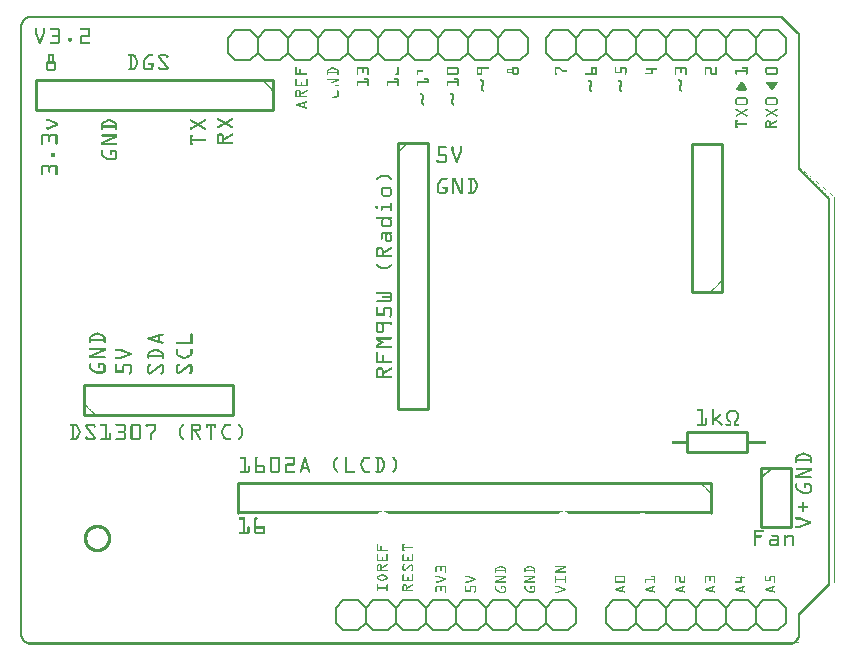
<source format=gto>
G04 MADE WITH FRITZING*
G04 WWW.FRITZING.ORG*
G04 DOUBLE SIDED*
G04 HOLES PLATED*
G04 CONTOUR ON CENTER OF CONTOUR VECTOR*
%ASAXBY*%
%FSLAX23Y23*%
%MOIN*%
%OFA0B0*%
%SFA1.0B1.0*%
%ADD10C,0.010000*%
%ADD11C,0.006000*%
%ADD12C,0.005000*%
%ADD13R,0.001000X0.001000*%
%LNSILK1*%
G90*
G70*
G54D10*
X2420Y646D02*
X2220Y646D01*
D02*
X2220Y646D02*
X2220Y712D01*
D02*
X2220Y712D02*
X2420Y712D01*
D02*
X2420Y712D02*
X2420Y646D01*
D02*
X213Y771D02*
X707Y771D01*
D02*
X707Y771D02*
X707Y871D01*
D02*
X707Y871D02*
X213Y871D01*
D02*
X213Y871D02*
X213Y771D01*
D02*
X2302Y544D02*
X725Y544D01*
D02*
X725Y544D02*
X725Y444D01*
D02*
X2302Y444D02*
X2302Y544D01*
D02*
X2337Y1180D02*
X2337Y1674D01*
D02*
X2337Y1674D02*
X2237Y1674D01*
D02*
X2237Y1674D02*
X2237Y1180D01*
D02*
X2237Y1180D02*
X2337Y1180D01*
D02*
X1257Y1678D02*
X1257Y790D01*
D02*
X1257Y790D02*
X1357Y790D01*
D02*
X1357Y790D02*
X1357Y1678D01*
D02*
X1357Y1678D02*
X1257Y1678D01*
D02*
X841Y1887D02*
X52Y1887D01*
D02*
X52Y1887D02*
X52Y1787D01*
D02*
X52Y1787D02*
X841Y1787D01*
D02*
X841Y1787D02*
X841Y1887D01*
G54D11*
D02*
X2275Y152D02*
X2325Y152D01*
D02*
X2325Y152D02*
X2350Y127D01*
D02*
X2350Y127D02*
X2350Y77D01*
D02*
X2350Y77D02*
X2325Y52D01*
D02*
X2350Y127D02*
X2375Y152D01*
D02*
X2375Y152D02*
X2425Y152D01*
D02*
X2425Y152D02*
X2450Y127D01*
D02*
X2450Y127D02*
X2450Y77D01*
D02*
X2450Y77D02*
X2425Y52D01*
D02*
X2425Y52D02*
X2375Y52D01*
D02*
X2375Y52D02*
X2350Y77D01*
D02*
X2150Y127D02*
X2175Y152D01*
D02*
X2175Y152D02*
X2225Y152D01*
D02*
X2225Y152D02*
X2250Y127D01*
D02*
X2250Y127D02*
X2250Y77D01*
D02*
X2250Y77D02*
X2225Y52D01*
D02*
X2225Y52D02*
X2175Y52D01*
D02*
X2175Y52D02*
X2150Y77D01*
D02*
X2275Y152D02*
X2250Y127D01*
D02*
X2250Y77D02*
X2275Y52D01*
D02*
X2325Y52D02*
X2275Y52D01*
D02*
X1975Y152D02*
X2025Y152D01*
D02*
X2025Y152D02*
X2050Y127D01*
D02*
X2050Y127D02*
X2050Y77D01*
D02*
X2050Y77D02*
X2025Y52D01*
D02*
X2050Y127D02*
X2075Y152D01*
D02*
X2075Y152D02*
X2125Y152D01*
D02*
X2125Y152D02*
X2150Y127D01*
D02*
X2150Y127D02*
X2150Y77D01*
D02*
X2150Y77D02*
X2125Y52D01*
D02*
X2125Y52D02*
X2075Y52D01*
D02*
X2075Y52D02*
X2050Y77D01*
D02*
X1950Y127D02*
X1950Y77D01*
D02*
X1975Y152D02*
X1950Y127D01*
D02*
X1950Y77D02*
X1975Y52D01*
D02*
X2025Y52D02*
X1975Y52D01*
D02*
X2475Y152D02*
X2525Y152D01*
D02*
X2525Y152D02*
X2550Y127D01*
D02*
X2550Y127D02*
X2550Y77D01*
D02*
X2550Y77D02*
X2525Y52D01*
D02*
X2475Y152D02*
X2450Y127D01*
D02*
X2450Y77D02*
X2475Y52D01*
D02*
X2525Y52D02*
X2475Y52D01*
D02*
X865Y1952D02*
X815Y1952D01*
D02*
X1065Y1952D02*
X1015Y1952D01*
D02*
X965Y1952D02*
X915Y1952D01*
D02*
X1165Y1952D02*
X1115Y1952D01*
D02*
X1365Y1952D02*
X1315Y1952D01*
D02*
X1265Y1952D02*
X1215Y1952D01*
D02*
X1465Y1952D02*
X1415Y1952D01*
D02*
X1665Y1952D02*
X1615Y1952D01*
D02*
X1565Y1952D02*
X1515Y1952D01*
D02*
X765Y1952D02*
X715Y1952D01*
D02*
X890Y1977D02*
X865Y1952D01*
D02*
X815Y1952D02*
X790Y1977D01*
D02*
X790Y1977D02*
X790Y2027D01*
D02*
X790Y2027D02*
X815Y2052D01*
D02*
X815Y2052D02*
X865Y2052D01*
D02*
X865Y2052D02*
X890Y2027D01*
D02*
X1015Y1952D02*
X990Y1977D01*
D02*
X990Y1977D02*
X990Y2027D01*
D02*
X990Y2027D02*
X1015Y2052D01*
D02*
X990Y1977D02*
X965Y1952D01*
D02*
X915Y1952D02*
X890Y1977D01*
D02*
X890Y1977D02*
X890Y2027D01*
D02*
X890Y2027D02*
X915Y2052D01*
D02*
X915Y2052D02*
X965Y2052D01*
D02*
X965Y2052D02*
X990Y2027D01*
D02*
X1190Y1977D02*
X1165Y1952D01*
D02*
X1115Y1952D02*
X1090Y1977D01*
D02*
X1090Y1977D02*
X1090Y2027D01*
D02*
X1090Y2027D02*
X1115Y2052D01*
D02*
X1115Y2052D02*
X1165Y2052D01*
D02*
X1165Y2052D02*
X1190Y2027D01*
D02*
X1065Y1952D02*
X1090Y1977D01*
D02*
X1090Y2027D02*
X1065Y2052D01*
D02*
X1015Y2052D02*
X1065Y2052D01*
D02*
X1315Y1952D02*
X1290Y1977D01*
D02*
X1290Y1977D02*
X1290Y2027D01*
D02*
X1290Y2027D02*
X1315Y2052D01*
D02*
X1290Y1977D02*
X1265Y1952D01*
D02*
X1215Y1952D02*
X1190Y1977D01*
D02*
X1190Y1977D02*
X1190Y2027D01*
D02*
X1190Y2027D02*
X1215Y2052D01*
D02*
X1215Y2052D02*
X1265Y2052D01*
D02*
X1265Y2052D02*
X1290Y2027D01*
D02*
X1490Y1977D02*
X1465Y1952D01*
D02*
X1415Y1952D02*
X1390Y1977D01*
D02*
X1390Y1977D02*
X1390Y2027D01*
D02*
X1390Y2027D02*
X1415Y2052D01*
D02*
X1415Y2052D02*
X1465Y2052D01*
D02*
X1465Y2052D02*
X1490Y2027D01*
D02*
X1365Y1952D02*
X1390Y1977D01*
D02*
X1390Y2027D02*
X1365Y2052D01*
D02*
X1315Y2052D02*
X1365Y2052D01*
D02*
X1615Y1952D02*
X1590Y1977D01*
D02*
X1590Y1977D02*
X1590Y2027D01*
D02*
X1590Y2027D02*
X1615Y2052D01*
D02*
X1590Y1977D02*
X1565Y1952D01*
D02*
X1515Y1952D02*
X1490Y1977D01*
D02*
X1490Y1977D02*
X1490Y2027D01*
D02*
X1490Y2027D02*
X1515Y2052D01*
D02*
X1515Y2052D02*
X1565Y2052D01*
D02*
X1565Y2052D02*
X1590Y2027D01*
D02*
X1690Y1977D02*
X1690Y2027D01*
D02*
X1665Y1952D02*
X1690Y1977D01*
D02*
X1690Y2027D02*
X1665Y2052D01*
D02*
X1615Y2052D02*
X1665Y2052D01*
D02*
X715Y1952D02*
X690Y1977D01*
D02*
X690Y1977D02*
X690Y2027D01*
D02*
X690Y2027D02*
X715Y2052D01*
D02*
X765Y1952D02*
X790Y1977D01*
D02*
X790Y2027D02*
X765Y2052D01*
D02*
X715Y2052D02*
X765Y2052D01*
D02*
X1925Y1952D02*
X1875Y1952D01*
D02*
X1875Y1952D02*
X1850Y1977D01*
D02*
X1850Y1977D02*
X1850Y2027D01*
D02*
X1850Y2027D02*
X1875Y2052D01*
D02*
X2050Y1977D02*
X2025Y1952D01*
D02*
X2025Y1952D02*
X1975Y1952D01*
D02*
X1975Y1952D02*
X1950Y1977D01*
D02*
X1950Y1977D02*
X1950Y2027D01*
D02*
X1950Y2027D02*
X1975Y2052D01*
D02*
X1975Y2052D02*
X2025Y2052D01*
D02*
X2025Y2052D02*
X2050Y2027D01*
D02*
X1925Y1952D02*
X1950Y1977D01*
D02*
X1950Y2027D02*
X1925Y2052D01*
D02*
X1875Y2052D02*
X1925Y2052D01*
D02*
X2225Y1952D02*
X2175Y1952D01*
D02*
X2175Y1952D02*
X2150Y1977D01*
D02*
X2150Y1977D02*
X2150Y2027D01*
D02*
X2150Y2027D02*
X2175Y2052D01*
D02*
X2150Y1977D02*
X2125Y1952D01*
D02*
X2125Y1952D02*
X2075Y1952D01*
D02*
X2075Y1952D02*
X2050Y1977D01*
D02*
X2050Y1977D02*
X2050Y2027D01*
D02*
X2050Y2027D02*
X2075Y2052D01*
D02*
X2075Y2052D02*
X2125Y2052D01*
D02*
X2125Y2052D02*
X2150Y2027D01*
D02*
X2350Y1977D02*
X2325Y1952D01*
D02*
X2325Y1952D02*
X2275Y1952D01*
D02*
X2275Y1952D02*
X2250Y1977D01*
D02*
X2250Y1977D02*
X2250Y2027D01*
D02*
X2250Y2027D02*
X2275Y2052D01*
D02*
X2275Y2052D02*
X2325Y2052D01*
D02*
X2325Y2052D02*
X2350Y2027D01*
D02*
X2225Y1952D02*
X2250Y1977D01*
D02*
X2250Y2027D02*
X2225Y2052D01*
D02*
X2175Y2052D02*
X2225Y2052D01*
D02*
X2525Y1952D02*
X2475Y1952D01*
D02*
X2475Y1952D02*
X2450Y1977D01*
D02*
X2450Y1977D02*
X2450Y2027D01*
D02*
X2450Y2027D02*
X2475Y2052D01*
D02*
X2450Y1977D02*
X2425Y1952D01*
D02*
X2425Y1952D02*
X2375Y1952D01*
D02*
X2375Y1952D02*
X2350Y1977D01*
D02*
X2350Y1977D02*
X2350Y2027D01*
D02*
X2350Y2027D02*
X2375Y2052D01*
D02*
X2375Y2052D02*
X2425Y2052D01*
D02*
X2425Y2052D02*
X2450Y2027D01*
D02*
X2550Y1977D02*
X2550Y2027D01*
D02*
X2525Y1952D02*
X2550Y1977D01*
D02*
X2550Y2027D02*
X2525Y2052D01*
D02*
X2475Y2052D02*
X2525Y2052D01*
D02*
X1825Y1952D02*
X1775Y1952D01*
D02*
X1775Y1952D02*
X1750Y1977D01*
D02*
X1750Y1977D02*
X1750Y2027D01*
D02*
X1750Y2027D02*
X1775Y2052D01*
D02*
X1825Y1952D02*
X1850Y1977D01*
D02*
X1850Y2027D02*
X1825Y2052D01*
D02*
X1775Y2052D02*
X1825Y2052D01*
D02*
X1675Y152D02*
X1725Y152D01*
D02*
X1725Y152D02*
X1750Y127D01*
D02*
X1750Y127D02*
X1750Y77D01*
D02*
X1750Y77D02*
X1725Y52D01*
D02*
X1550Y127D02*
X1575Y152D01*
D02*
X1575Y152D02*
X1625Y152D01*
D02*
X1625Y152D02*
X1650Y127D01*
D02*
X1650Y127D02*
X1650Y77D01*
D02*
X1650Y77D02*
X1625Y52D01*
D02*
X1625Y52D02*
X1575Y52D01*
D02*
X1575Y52D02*
X1550Y77D01*
D02*
X1675Y152D02*
X1650Y127D01*
D02*
X1650Y77D02*
X1675Y52D01*
D02*
X1725Y52D02*
X1675Y52D01*
D02*
X1375Y152D02*
X1425Y152D01*
D02*
X1425Y152D02*
X1450Y127D01*
D02*
X1450Y127D02*
X1450Y77D01*
D02*
X1450Y77D02*
X1425Y52D01*
D02*
X1450Y127D02*
X1475Y152D01*
D02*
X1475Y152D02*
X1525Y152D01*
D02*
X1525Y152D02*
X1550Y127D01*
D02*
X1550Y127D02*
X1550Y77D01*
D02*
X1550Y77D02*
X1525Y52D01*
D02*
X1525Y52D02*
X1475Y52D01*
D02*
X1475Y52D02*
X1450Y77D01*
D02*
X1250Y127D02*
X1275Y152D01*
D02*
X1275Y152D02*
X1325Y152D01*
D02*
X1325Y152D02*
X1350Y127D01*
D02*
X1350Y127D02*
X1350Y77D01*
D02*
X1350Y77D02*
X1325Y52D01*
D02*
X1325Y52D02*
X1275Y52D01*
D02*
X1275Y52D02*
X1250Y77D01*
D02*
X1375Y152D02*
X1350Y127D01*
D02*
X1350Y77D02*
X1375Y52D01*
D02*
X1425Y52D02*
X1375Y52D01*
D02*
X1075Y152D02*
X1125Y152D01*
D02*
X1125Y152D02*
X1150Y127D01*
D02*
X1150Y127D02*
X1150Y77D01*
D02*
X1150Y77D02*
X1125Y52D01*
D02*
X1150Y127D02*
X1175Y152D01*
D02*
X1175Y152D02*
X1225Y152D01*
D02*
X1225Y152D02*
X1250Y127D01*
D02*
X1250Y127D02*
X1250Y77D01*
D02*
X1250Y77D02*
X1225Y52D01*
D02*
X1225Y52D02*
X1175Y52D01*
D02*
X1175Y52D02*
X1150Y77D01*
D02*
X1050Y127D02*
X1050Y77D01*
D02*
X1075Y152D02*
X1050Y127D01*
D02*
X1050Y77D02*
X1075Y52D01*
D02*
X1125Y52D02*
X1075Y52D01*
D02*
X1775Y152D02*
X1825Y152D01*
D02*
X1825Y152D02*
X1850Y127D01*
D02*
X1850Y127D02*
X1850Y77D01*
D02*
X1850Y77D02*
X1825Y52D01*
D02*
X1775Y152D02*
X1750Y127D01*
D02*
X1750Y77D02*
X1775Y52D01*
D02*
X1825Y52D02*
X1775Y52D01*
G54D10*
D02*
X2469Y595D02*
X2469Y397D01*
D02*
X2469Y397D02*
X2569Y397D01*
D02*
X2569Y397D02*
X2569Y595D01*
D02*
X2569Y595D02*
X2469Y595D01*
G54D12*
D02*
X2469Y560D02*
X2504Y595D01*
G54D13*
X29Y2101D02*
X2538Y2101D01*
X25Y2100D02*
X2539Y2100D01*
X23Y2099D02*
X2540Y2099D01*
X21Y2098D02*
X2541Y2098D01*
X19Y2097D02*
X2542Y2097D01*
X17Y2096D02*
X2543Y2096D01*
X15Y2095D02*
X2544Y2095D01*
X14Y2094D02*
X33Y2094D01*
X42Y2094D02*
X2545Y2094D01*
X13Y2093D02*
X28Y2093D01*
X2535Y2093D02*
X2546Y2093D01*
X12Y2092D02*
X25Y2092D01*
X2536Y2092D02*
X2547Y2092D01*
X11Y2091D02*
X23Y2091D01*
X2537Y2091D02*
X2548Y2091D01*
X10Y2090D02*
X2549Y2090D01*
X9Y2089D02*
X20Y2089D01*
X2539Y2089D02*
X2550Y2089D01*
X8Y2088D02*
X18Y2088D01*
X2540Y2088D02*
X2551Y2088D01*
X7Y2087D02*
X17Y2087D01*
X2541Y2087D02*
X2552Y2087D01*
X6Y2086D02*
X16Y2086D01*
X2542Y2086D02*
X2553Y2086D01*
X6Y2085D02*
X15Y2085D01*
X2543Y2085D02*
X2554Y2085D01*
X5Y2084D02*
X14Y2084D01*
X2544Y2084D02*
X2555Y2084D01*
X4Y2083D02*
X13Y2083D01*
X2545Y2083D02*
X2556Y2083D01*
X4Y2082D02*
X12Y2082D01*
X2546Y2082D02*
X2557Y2082D01*
X3Y2081D02*
X12Y2081D01*
X2547Y2081D02*
X2558Y2081D01*
X3Y2080D02*
X11Y2080D01*
X2548Y2080D02*
X2559Y2080D01*
X2Y2079D02*
X11Y2079D01*
X2549Y2079D02*
X2560Y2079D01*
X2Y2078D02*
X11Y2078D01*
X2550Y2078D02*
X2561Y2078D01*
X1Y2077D02*
X9Y2077D01*
X11Y2077D02*
X11Y2077D01*
X2551Y2077D02*
X2562Y2077D01*
X1Y2076D02*
X9Y2076D01*
X11Y2076D02*
X11Y2076D01*
X2552Y2076D02*
X2563Y2076D01*
X1Y2075D02*
X8Y2075D01*
X11Y2075D02*
X11Y2075D01*
X2553Y2075D02*
X2564Y2075D01*
X0Y2074D02*
X8Y2074D01*
X11Y2074D02*
X11Y2074D01*
X2554Y2074D02*
X2565Y2074D01*
X0Y2073D02*
X7Y2073D01*
X11Y2073D02*
X11Y2073D01*
X2555Y2073D02*
X2566Y2073D01*
X0Y2072D02*
X7Y2072D01*
X11Y2072D02*
X11Y2072D01*
X2556Y2072D02*
X2567Y2072D01*
X0Y2071D02*
X7Y2071D01*
X11Y2071D02*
X11Y2071D01*
X2557Y2071D02*
X2568Y2071D01*
X0Y2070D02*
X6Y2070D01*
X11Y2070D02*
X11Y2070D01*
X2558Y2070D02*
X2569Y2070D01*
X0Y2069D02*
X6Y2069D01*
X11Y2069D02*
X11Y2069D01*
X2559Y2069D02*
X2570Y2069D01*
X0Y2068D02*
X6Y2068D01*
X11Y2068D02*
X11Y2068D01*
X2560Y2068D02*
X2571Y2068D01*
X0Y2067D02*
X6Y2067D01*
X11Y2067D02*
X11Y2067D01*
X2561Y2067D02*
X2572Y2067D01*
X0Y2066D02*
X6Y2066D01*
X11Y2066D02*
X11Y2066D01*
X2562Y2066D02*
X2573Y2066D01*
X0Y2065D02*
X6Y2065D01*
X11Y2065D02*
X11Y2065D01*
X2563Y2065D02*
X2574Y2065D01*
X0Y2064D02*
X6Y2064D01*
X11Y2064D02*
X11Y2064D01*
X2564Y2064D02*
X2575Y2064D01*
X0Y2063D02*
X6Y2063D01*
X11Y2063D02*
X11Y2063D01*
X2565Y2063D02*
X2576Y2063D01*
X0Y2062D02*
X6Y2062D01*
X11Y2062D02*
X11Y2062D01*
X2566Y2062D02*
X2577Y2062D01*
X0Y2061D02*
X6Y2061D01*
X11Y2061D02*
X11Y2061D01*
X2567Y2061D02*
X2578Y2061D01*
X0Y2060D02*
X6Y2060D01*
X11Y2060D02*
X11Y2060D01*
X51Y2060D02*
X51Y2060D01*
X78Y2060D02*
X78Y2060D01*
X101Y2060D02*
X126Y2060D01*
X201Y2060D02*
X226Y2060D01*
X2568Y2060D02*
X2579Y2060D01*
X0Y2059D02*
X6Y2059D01*
X11Y2059D02*
X11Y2059D01*
X49Y2059D02*
X53Y2059D01*
X76Y2059D02*
X80Y2059D01*
X99Y2059D02*
X128Y2059D01*
X199Y2059D02*
X229Y2059D01*
X2569Y2059D02*
X2580Y2059D01*
X0Y2058D02*
X6Y2058D01*
X11Y2058D02*
X11Y2058D01*
X48Y2058D02*
X53Y2058D01*
X76Y2058D02*
X81Y2058D01*
X98Y2058D02*
X129Y2058D01*
X199Y2058D02*
X230Y2058D01*
X2570Y2058D02*
X2581Y2058D01*
X0Y2057D02*
X6Y2057D01*
X11Y2057D02*
X11Y2057D01*
X48Y2057D02*
X54Y2057D01*
X75Y2057D02*
X81Y2057D01*
X98Y2057D02*
X130Y2057D01*
X198Y2057D02*
X231Y2057D01*
X2571Y2057D02*
X2582Y2057D01*
X0Y2056D02*
X6Y2056D01*
X11Y2056D02*
X11Y2056D01*
X48Y2056D02*
X54Y2056D01*
X75Y2056D02*
X81Y2056D01*
X98Y2056D02*
X131Y2056D01*
X198Y2056D02*
X231Y2056D01*
X2572Y2056D02*
X2583Y2056D01*
X0Y2055D02*
X6Y2055D01*
X11Y2055D02*
X11Y2055D01*
X48Y2055D02*
X54Y2055D01*
X75Y2055D02*
X81Y2055D01*
X98Y2055D02*
X131Y2055D01*
X199Y2055D02*
X232Y2055D01*
X2573Y2055D02*
X2584Y2055D01*
X0Y2054D02*
X6Y2054D01*
X11Y2054D02*
X11Y2054D01*
X48Y2054D02*
X54Y2054D01*
X75Y2054D02*
X81Y2054D01*
X99Y2054D02*
X131Y2054D01*
X200Y2054D02*
X232Y2054D01*
X2574Y2054D02*
X2585Y2054D01*
X0Y2053D02*
X6Y2053D01*
X11Y2053D02*
X11Y2053D01*
X48Y2053D02*
X54Y2053D01*
X75Y2053D02*
X81Y2053D01*
X125Y2053D02*
X131Y2053D01*
X226Y2053D02*
X232Y2053D01*
X2575Y2053D02*
X2586Y2053D01*
X0Y2052D02*
X6Y2052D01*
X11Y2052D02*
X11Y2052D01*
X48Y2052D02*
X54Y2052D01*
X75Y2052D02*
X81Y2052D01*
X125Y2052D02*
X131Y2052D01*
X226Y2052D02*
X232Y2052D01*
X2576Y2052D02*
X2587Y2052D01*
X0Y2051D02*
X6Y2051D01*
X11Y2051D02*
X11Y2051D01*
X48Y2051D02*
X54Y2051D01*
X75Y2051D02*
X81Y2051D01*
X125Y2051D02*
X131Y2051D01*
X226Y2051D02*
X232Y2051D01*
X2577Y2051D02*
X2588Y2051D01*
X0Y2050D02*
X6Y2050D01*
X11Y2050D02*
X11Y2050D01*
X48Y2050D02*
X54Y2050D01*
X75Y2050D02*
X81Y2050D01*
X125Y2050D02*
X131Y2050D01*
X226Y2050D02*
X232Y2050D01*
X2578Y2050D02*
X2589Y2050D01*
X0Y2049D02*
X6Y2049D01*
X11Y2049D02*
X11Y2049D01*
X48Y2049D02*
X54Y2049D01*
X75Y2049D02*
X81Y2049D01*
X125Y2049D02*
X131Y2049D01*
X226Y2049D02*
X232Y2049D01*
X2579Y2049D02*
X2590Y2049D01*
X0Y2048D02*
X6Y2048D01*
X11Y2048D02*
X11Y2048D01*
X48Y2048D02*
X54Y2048D01*
X75Y2048D02*
X81Y2048D01*
X125Y2048D02*
X131Y2048D01*
X226Y2048D02*
X232Y2048D01*
X2580Y2048D02*
X2591Y2048D01*
X0Y2047D02*
X6Y2047D01*
X11Y2047D02*
X11Y2047D01*
X48Y2047D02*
X54Y2047D01*
X75Y2047D02*
X81Y2047D01*
X125Y2047D02*
X131Y2047D01*
X226Y2047D02*
X232Y2047D01*
X2581Y2047D02*
X2592Y2047D01*
X0Y2046D02*
X6Y2046D01*
X11Y2046D02*
X11Y2046D01*
X48Y2046D02*
X54Y2046D01*
X75Y2046D02*
X81Y2046D01*
X125Y2046D02*
X131Y2046D01*
X226Y2046D02*
X232Y2046D01*
X2582Y2046D02*
X2593Y2046D01*
X0Y2045D02*
X6Y2045D01*
X11Y2045D02*
X11Y2045D01*
X48Y2045D02*
X54Y2045D01*
X75Y2045D02*
X81Y2045D01*
X125Y2045D02*
X131Y2045D01*
X226Y2045D02*
X232Y2045D01*
X2583Y2045D02*
X2594Y2045D01*
X0Y2044D02*
X6Y2044D01*
X11Y2044D02*
X11Y2044D01*
X48Y2044D02*
X54Y2044D01*
X75Y2044D02*
X81Y2044D01*
X125Y2044D02*
X131Y2044D01*
X226Y2044D02*
X232Y2044D01*
X2584Y2044D02*
X2595Y2044D01*
X0Y2043D02*
X6Y2043D01*
X11Y2043D02*
X11Y2043D01*
X48Y2043D02*
X55Y2043D01*
X74Y2043D02*
X81Y2043D01*
X125Y2043D02*
X131Y2043D01*
X226Y2043D02*
X232Y2043D01*
X2585Y2043D02*
X2596Y2043D01*
X0Y2042D02*
X6Y2042D01*
X11Y2042D02*
X11Y2042D01*
X48Y2042D02*
X55Y2042D01*
X74Y2042D02*
X80Y2042D01*
X125Y2042D02*
X131Y2042D01*
X226Y2042D02*
X232Y2042D01*
X2586Y2042D02*
X2597Y2042D01*
X0Y2041D02*
X6Y2041D01*
X11Y2041D02*
X11Y2041D01*
X49Y2041D02*
X55Y2041D01*
X74Y2041D02*
X80Y2041D01*
X125Y2041D02*
X131Y2041D01*
X226Y2041D02*
X232Y2041D01*
X2587Y2041D02*
X2598Y2041D01*
X0Y2040D02*
X6Y2040D01*
X11Y2040D02*
X11Y2040D01*
X49Y2040D02*
X56Y2040D01*
X73Y2040D02*
X80Y2040D01*
X125Y2040D02*
X131Y2040D01*
X226Y2040D02*
X232Y2040D01*
X2589Y2040D02*
X2599Y2040D01*
X0Y2039D02*
X6Y2039D01*
X11Y2039D02*
X11Y2039D01*
X50Y2039D02*
X56Y2039D01*
X73Y2039D02*
X79Y2039D01*
X125Y2039D02*
X131Y2039D01*
X226Y2039D02*
X232Y2039D01*
X2590Y2039D02*
X2599Y2039D01*
X0Y2038D02*
X6Y2038D01*
X11Y2038D02*
X11Y2038D01*
X50Y2038D02*
X57Y2038D01*
X72Y2038D02*
X79Y2038D01*
X125Y2038D02*
X131Y2038D01*
X226Y2038D02*
X232Y2038D01*
X2591Y2038D02*
X2599Y2038D01*
X0Y2037D02*
X6Y2037D01*
X11Y2037D02*
X11Y2037D01*
X50Y2037D02*
X57Y2037D01*
X72Y2037D02*
X78Y2037D01*
X123Y2037D02*
X131Y2037D01*
X226Y2037D02*
X232Y2037D01*
X2591Y2037D02*
X2599Y2037D01*
X0Y2036D02*
X6Y2036D01*
X11Y2036D02*
X11Y2036D01*
X51Y2036D02*
X57Y2036D01*
X72Y2036D02*
X78Y2036D01*
X106Y2036D02*
X131Y2036D01*
X203Y2036D02*
X232Y2036D01*
X2592Y2036D02*
X2599Y2036D01*
X0Y2035D02*
X6Y2035D01*
X11Y2035D02*
X11Y2035D01*
X51Y2035D02*
X58Y2035D01*
X71Y2035D02*
X78Y2035D01*
X105Y2035D02*
X130Y2035D01*
X201Y2035D02*
X232Y2035D01*
X2592Y2035D02*
X2599Y2035D01*
X0Y2034D02*
X6Y2034D01*
X11Y2034D02*
X11Y2034D01*
X52Y2034D02*
X58Y2034D01*
X71Y2034D02*
X77Y2034D01*
X105Y2034D02*
X129Y2034D01*
X200Y2034D02*
X231Y2034D01*
X2592Y2034D02*
X2599Y2034D01*
X0Y2033D02*
X6Y2033D01*
X11Y2033D02*
X11Y2033D01*
X52Y2033D02*
X59Y2033D01*
X70Y2033D02*
X77Y2033D01*
X105Y2033D02*
X129Y2033D01*
X199Y2033D02*
X231Y2033D01*
X2592Y2033D02*
X2599Y2033D01*
X0Y2032D02*
X6Y2032D01*
X11Y2032D02*
X11Y2032D01*
X52Y2032D02*
X59Y2032D01*
X70Y2032D02*
X77Y2032D01*
X105Y2032D02*
X130Y2032D01*
X199Y2032D02*
X230Y2032D01*
X2592Y2032D02*
X2599Y2032D01*
X0Y2031D02*
X6Y2031D01*
X11Y2031D02*
X11Y2031D01*
X53Y2031D02*
X59Y2031D01*
X70Y2031D02*
X76Y2031D01*
X105Y2031D02*
X130Y2031D01*
X198Y2031D02*
X229Y2031D01*
X2592Y2031D02*
X2599Y2031D01*
X0Y2030D02*
X6Y2030D01*
X11Y2030D02*
X11Y2030D01*
X53Y2030D02*
X60Y2030D01*
X69Y2030D02*
X76Y2030D01*
X107Y2030D02*
X131Y2030D01*
X198Y2030D02*
X227Y2030D01*
X2592Y2030D02*
X2599Y2030D01*
X0Y2029D02*
X6Y2029D01*
X11Y2029D02*
X11Y2029D01*
X54Y2029D02*
X60Y2029D01*
X69Y2029D02*
X75Y2029D01*
X124Y2029D02*
X131Y2029D01*
X198Y2029D02*
X204Y2029D01*
X2592Y2029D02*
X2599Y2029D01*
X0Y2028D02*
X6Y2028D01*
X11Y2028D02*
X11Y2028D01*
X54Y2028D02*
X61Y2028D01*
X68Y2028D02*
X75Y2028D01*
X125Y2028D02*
X131Y2028D01*
X198Y2028D02*
X204Y2028D01*
X2592Y2028D02*
X2599Y2028D01*
X0Y2027D02*
X6Y2027D01*
X11Y2027D02*
X11Y2027D01*
X54Y2027D02*
X61Y2027D01*
X68Y2027D02*
X75Y2027D01*
X125Y2027D02*
X131Y2027D01*
X160Y2027D02*
X170Y2027D01*
X198Y2027D02*
X204Y2027D01*
X2592Y2027D02*
X2599Y2027D01*
X0Y2026D02*
X6Y2026D01*
X11Y2026D02*
X11Y2026D01*
X55Y2026D02*
X61Y2026D01*
X68Y2026D02*
X74Y2026D01*
X125Y2026D02*
X131Y2026D01*
X159Y2026D02*
X171Y2026D01*
X198Y2026D02*
X204Y2026D01*
X2592Y2026D02*
X2599Y2026D01*
X0Y2025D02*
X6Y2025D01*
X11Y2025D02*
X11Y2025D01*
X55Y2025D02*
X62Y2025D01*
X67Y2025D02*
X74Y2025D01*
X125Y2025D02*
X131Y2025D01*
X159Y2025D02*
X171Y2025D01*
X198Y2025D02*
X204Y2025D01*
X2592Y2025D02*
X2599Y2025D01*
X0Y2024D02*
X6Y2024D01*
X11Y2024D02*
X11Y2024D01*
X55Y2024D02*
X62Y2024D01*
X67Y2024D02*
X73Y2024D01*
X125Y2024D02*
X131Y2024D01*
X158Y2024D02*
X171Y2024D01*
X198Y2024D02*
X204Y2024D01*
X2592Y2024D02*
X2599Y2024D01*
X0Y2023D02*
X6Y2023D01*
X11Y2023D02*
X11Y2023D01*
X56Y2023D02*
X63Y2023D01*
X66Y2023D02*
X73Y2023D01*
X125Y2023D02*
X131Y2023D01*
X158Y2023D02*
X171Y2023D01*
X198Y2023D02*
X204Y2023D01*
X2592Y2023D02*
X2599Y2023D01*
X0Y2022D02*
X6Y2022D01*
X11Y2022D02*
X11Y2022D01*
X56Y2022D02*
X63Y2022D01*
X66Y2022D02*
X73Y2022D01*
X125Y2022D02*
X131Y2022D01*
X158Y2022D02*
X171Y2022D01*
X198Y2022D02*
X204Y2022D01*
X2592Y2022D02*
X2599Y2022D01*
X0Y2021D02*
X6Y2021D01*
X11Y2021D02*
X11Y2021D01*
X57Y2021D02*
X63Y2021D01*
X66Y2021D02*
X72Y2021D01*
X125Y2021D02*
X131Y2021D01*
X158Y2021D02*
X171Y2021D01*
X198Y2021D02*
X204Y2021D01*
X2592Y2021D02*
X2599Y2021D01*
X0Y2020D02*
X6Y2020D01*
X11Y2020D02*
X11Y2020D01*
X57Y2020D02*
X72Y2020D01*
X125Y2020D02*
X131Y2020D01*
X158Y2020D02*
X171Y2020D01*
X198Y2020D02*
X204Y2020D01*
X2592Y2020D02*
X2599Y2020D01*
X0Y2019D02*
X6Y2019D01*
X11Y2019D02*
X11Y2019D01*
X57Y2019D02*
X71Y2019D01*
X125Y2019D02*
X131Y2019D01*
X158Y2019D02*
X171Y2019D01*
X198Y2019D02*
X204Y2019D01*
X2592Y2019D02*
X2599Y2019D01*
X0Y2018D02*
X6Y2018D01*
X11Y2018D02*
X11Y2018D01*
X58Y2018D02*
X71Y2018D01*
X125Y2018D02*
X131Y2018D01*
X158Y2018D02*
X171Y2018D01*
X198Y2018D02*
X204Y2018D01*
X2592Y2018D02*
X2599Y2018D01*
X0Y2017D02*
X6Y2017D01*
X11Y2017D02*
X11Y2017D01*
X58Y2017D02*
X71Y2017D01*
X125Y2017D02*
X131Y2017D01*
X159Y2017D02*
X171Y2017D01*
X198Y2017D02*
X204Y2017D01*
X2592Y2017D02*
X2599Y2017D01*
X0Y2016D02*
X6Y2016D01*
X11Y2016D02*
X11Y2016D01*
X59Y2016D02*
X70Y2016D01*
X125Y2016D02*
X131Y2016D01*
X159Y2016D02*
X170Y2016D01*
X198Y2016D02*
X204Y2016D01*
X2592Y2016D02*
X2599Y2016D01*
X0Y2015D02*
X6Y2015D01*
X11Y2015D02*
X11Y2015D01*
X59Y2015D02*
X70Y2015D01*
X125Y2015D02*
X131Y2015D01*
X161Y2015D02*
X169Y2015D01*
X198Y2015D02*
X204Y2015D01*
X2592Y2015D02*
X2599Y2015D01*
X0Y2014D02*
X6Y2014D01*
X11Y2014D02*
X11Y2014D01*
X59Y2014D02*
X70Y2014D01*
X125Y2014D02*
X131Y2014D01*
X198Y2014D02*
X204Y2014D01*
X2592Y2014D02*
X2599Y2014D01*
X0Y2013D02*
X6Y2013D01*
X11Y2013D02*
X11Y2013D01*
X60Y2013D02*
X69Y2013D01*
X125Y2013D02*
X131Y2013D01*
X198Y2013D02*
X205Y2013D01*
X2592Y2013D02*
X2599Y2013D01*
X0Y2012D02*
X6Y2012D01*
X11Y2012D02*
X11Y2012D01*
X60Y2012D02*
X69Y2012D01*
X99Y2012D02*
X131Y2012D01*
X198Y2012D02*
X231Y2012D01*
X2592Y2012D02*
X2599Y2012D01*
X0Y2011D02*
X6Y2011D01*
X11Y2011D02*
X11Y2011D01*
X61Y2011D02*
X68Y2011D01*
X98Y2011D02*
X131Y2011D01*
X198Y2011D02*
X231Y2011D01*
X2592Y2011D02*
X2599Y2011D01*
X0Y2010D02*
X6Y2010D01*
X11Y2010D02*
X11Y2010D01*
X61Y2010D02*
X68Y2010D01*
X98Y2010D02*
X131Y2010D01*
X198Y2010D02*
X232Y2010D01*
X2592Y2010D02*
X2599Y2010D01*
X0Y2009D02*
X6Y2009D01*
X11Y2009D02*
X11Y2009D01*
X61Y2009D02*
X68Y2009D01*
X98Y2009D02*
X130Y2009D01*
X198Y2009D02*
X232Y2009D01*
X2592Y2009D02*
X2599Y2009D01*
X0Y2008D02*
X6Y2008D01*
X11Y2008D02*
X11Y2008D01*
X62Y2008D02*
X67Y2008D01*
X98Y2008D02*
X129Y2008D01*
X198Y2008D02*
X232Y2008D01*
X2592Y2008D02*
X2599Y2008D01*
X0Y2007D02*
X6Y2007D01*
X11Y2007D02*
X11Y2007D01*
X62Y2007D02*
X66Y2007D01*
X99Y2007D02*
X128Y2007D01*
X198Y2007D02*
X231Y2007D01*
X2592Y2007D02*
X2599Y2007D01*
X0Y2006D02*
X6Y2006D01*
X11Y2006D02*
X11Y2006D01*
X101Y2006D02*
X125Y2006D01*
X199Y2006D02*
X229Y2006D01*
X2592Y2006D02*
X2599Y2006D01*
X0Y2005D02*
X6Y2005D01*
X11Y2005D02*
X11Y2005D01*
X2592Y2005D02*
X2599Y2005D01*
X0Y2004D02*
X6Y2004D01*
X11Y2004D02*
X11Y2004D01*
X2592Y2004D02*
X2599Y2004D01*
X0Y2003D02*
X6Y2003D01*
X11Y2003D02*
X11Y2003D01*
X2592Y2003D02*
X2599Y2003D01*
X0Y2002D02*
X6Y2002D01*
X11Y2002D02*
X11Y2002D01*
X2592Y2002D02*
X2599Y2002D01*
X0Y2001D02*
X6Y2001D01*
X11Y2001D02*
X11Y2001D01*
X2592Y2001D02*
X2599Y2001D01*
X0Y2000D02*
X6Y2000D01*
X11Y2000D02*
X11Y2000D01*
X2592Y2000D02*
X2599Y2000D01*
X0Y1999D02*
X6Y1999D01*
X11Y1999D02*
X11Y1999D01*
X2592Y1999D02*
X2599Y1999D01*
X0Y1998D02*
X6Y1998D01*
X11Y1998D02*
X11Y1998D01*
X2592Y1998D02*
X2599Y1998D01*
X0Y1997D02*
X6Y1997D01*
X11Y1997D02*
X11Y1997D01*
X2592Y1997D02*
X2599Y1997D01*
X0Y1996D02*
X6Y1996D01*
X11Y1996D02*
X11Y1996D01*
X2592Y1996D02*
X2599Y1996D01*
X0Y1995D02*
X6Y1995D01*
X11Y1995D02*
X11Y1995D01*
X2592Y1995D02*
X2599Y1995D01*
X0Y1994D02*
X6Y1994D01*
X11Y1994D02*
X11Y1994D01*
X2592Y1994D02*
X2599Y1994D01*
X0Y1993D02*
X6Y1993D01*
X11Y1993D02*
X11Y1993D01*
X2592Y1993D02*
X2599Y1993D01*
X0Y1992D02*
X6Y1992D01*
X11Y1992D02*
X11Y1992D01*
X2592Y1992D02*
X2599Y1992D01*
X0Y1991D02*
X6Y1991D01*
X11Y1991D02*
X11Y1991D01*
X2592Y1991D02*
X2599Y1991D01*
X0Y1990D02*
X6Y1990D01*
X11Y1990D02*
X11Y1990D01*
X2592Y1990D02*
X2599Y1990D01*
X0Y1989D02*
X6Y1989D01*
X11Y1989D02*
X11Y1989D01*
X2592Y1989D02*
X2599Y1989D01*
X0Y1988D02*
X6Y1988D01*
X11Y1988D02*
X11Y1988D01*
X2592Y1988D02*
X2599Y1988D01*
X0Y1987D02*
X6Y1987D01*
X11Y1987D02*
X11Y1987D01*
X2592Y1987D02*
X2599Y1987D01*
X0Y1986D02*
X6Y1986D01*
X11Y1986D02*
X11Y1986D01*
X2592Y1986D02*
X2599Y1986D01*
X0Y1985D02*
X6Y1985D01*
X11Y1985D02*
X11Y1985D01*
X2592Y1985D02*
X2599Y1985D01*
X0Y1984D02*
X6Y1984D01*
X11Y1984D02*
X11Y1984D01*
X2592Y1984D02*
X2599Y1984D01*
X0Y1983D02*
X6Y1983D01*
X11Y1983D02*
X11Y1983D01*
X2592Y1983D02*
X2599Y1983D01*
X0Y1982D02*
X6Y1982D01*
X11Y1982D02*
X11Y1982D01*
X2592Y1982D02*
X2599Y1982D01*
X0Y1981D02*
X6Y1981D01*
X11Y1981D02*
X11Y1981D01*
X2592Y1981D02*
X2599Y1981D01*
X0Y1980D02*
X6Y1980D01*
X11Y1980D02*
X11Y1980D01*
X2592Y1980D02*
X2599Y1980D01*
X0Y1979D02*
X6Y1979D01*
X11Y1979D02*
X11Y1979D01*
X2592Y1979D02*
X2599Y1979D01*
X0Y1978D02*
X6Y1978D01*
X11Y1978D02*
X11Y1978D01*
X2592Y1978D02*
X2599Y1978D01*
X0Y1977D02*
X6Y1977D01*
X11Y1977D02*
X11Y1977D01*
X2592Y1977D02*
X2599Y1977D01*
X0Y1976D02*
X6Y1976D01*
X11Y1976D02*
X11Y1976D01*
X2592Y1976D02*
X2599Y1976D01*
X0Y1975D02*
X6Y1975D01*
X11Y1975D02*
X11Y1975D01*
X2592Y1975D02*
X2599Y1975D01*
X0Y1974D02*
X6Y1974D01*
X11Y1974D02*
X11Y1974D01*
X2592Y1974D02*
X2599Y1974D01*
X0Y1973D02*
X6Y1973D01*
X11Y1973D02*
X11Y1973D01*
X95Y1973D02*
X108Y1973D01*
X2592Y1973D02*
X2599Y1973D01*
X0Y1972D02*
X6Y1972D01*
X11Y1972D02*
X11Y1972D01*
X93Y1972D02*
X111Y1972D01*
X360Y1972D02*
X377Y1972D01*
X426Y1972D02*
X441Y1972D01*
X464Y1972D02*
X486Y1972D01*
X2592Y1972D02*
X2599Y1972D01*
X0Y1971D02*
X6Y1971D01*
X11Y1971D02*
X11Y1971D01*
X92Y1971D02*
X111Y1971D01*
X359Y1971D02*
X379Y1971D01*
X424Y1971D02*
X442Y1971D01*
X462Y1971D02*
X488Y1971D01*
X2592Y1971D02*
X2599Y1971D01*
X0Y1970D02*
X6Y1970D01*
X11Y1970D02*
X11Y1970D01*
X92Y1970D02*
X112Y1970D01*
X359Y1970D02*
X381Y1970D01*
X423Y1970D02*
X442Y1970D01*
X461Y1970D02*
X490Y1970D01*
X2592Y1970D02*
X2599Y1970D01*
X0Y1969D02*
X6Y1969D01*
X11Y1969D02*
X11Y1969D01*
X92Y1969D02*
X112Y1969D01*
X359Y1969D02*
X382Y1969D01*
X422Y1969D02*
X442Y1969D01*
X460Y1969D02*
X491Y1969D01*
X2592Y1969D02*
X2599Y1969D01*
X0Y1968D02*
X6Y1968D01*
X11Y1968D02*
X11Y1968D01*
X92Y1968D02*
X112Y1968D01*
X359Y1968D02*
X383Y1968D01*
X421Y1968D02*
X442Y1968D01*
X460Y1968D02*
X491Y1968D01*
X2592Y1968D02*
X2599Y1968D01*
X0Y1967D02*
X6Y1967D01*
X11Y1967D02*
X11Y1967D01*
X92Y1967D02*
X112Y1967D01*
X359Y1967D02*
X383Y1967D01*
X420Y1967D02*
X442Y1967D01*
X459Y1967D02*
X492Y1967D01*
X2592Y1967D02*
X2599Y1967D01*
X0Y1966D02*
X6Y1966D01*
X11Y1966D02*
X11Y1966D01*
X92Y1966D02*
X112Y1966D01*
X361Y1966D02*
X384Y1966D01*
X419Y1966D02*
X441Y1966D01*
X459Y1966D02*
X492Y1966D01*
X2592Y1966D02*
X2599Y1966D01*
X0Y1965D02*
X6Y1965D01*
X11Y1965D02*
X11Y1965D01*
X92Y1965D02*
X98Y1965D01*
X106Y1965D02*
X112Y1965D01*
X366Y1965D02*
X372Y1965D01*
X377Y1965D02*
X384Y1965D01*
X419Y1965D02*
X427Y1965D01*
X459Y1965D02*
X465Y1965D01*
X486Y1965D02*
X493Y1965D01*
X2592Y1965D02*
X2599Y1965D01*
X0Y1964D02*
X6Y1964D01*
X11Y1964D02*
X11Y1964D01*
X92Y1964D02*
X98Y1964D01*
X106Y1964D02*
X112Y1964D01*
X366Y1964D02*
X372Y1964D01*
X378Y1964D02*
X385Y1964D01*
X418Y1964D02*
X426Y1964D01*
X459Y1964D02*
X465Y1964D01*
X486Y1964D02*
X493Y1964D01*
X2592Y1964D02*
X2599Y1964D01*
X0Y1963D02*
X6Y1963D01*
X11Y1963D02*
X11Y1963D01*
X92Y1963D02*
X98Y1963D01*
X106Y1963D02*
X112Y1963D01*
X366Y1963D02*
X372Y1963D01*
X378Y1963D02*
X385Y1963D01*
X417Y1963D02*
X425Y1963D01*
X459Y1963D02*
X466Y1963D01*
X487Y1963D02*
X493Y1963D01*
X2592Y1963D02*
X2599Y1963D01*
X0Y1962D02*
X6Y1962D01*
X11Y1962D02*
X11Y1962D01*
X92Y1962D02*
X98Y1962D01*
X106Y1962D02*
X112Y1962D01*
X366Y1962D02*
X372Y1962D01*
X379Y1962D02*
X386Y1962D01*
X416Y1962D02*
X424Y1962D01*
X460Y1962D02*
X467Y1962D01*
X487Y1962D02*
X492Y1962D01*
X2592Y1962D02*
X2599Y1962D01*
X0Y1961D02*
X6Y1961D01*
X11Y1961D02*
X11Y1961D01*
X92Y1961D02*
X98Y1961D01*
X106Y1961D02*
X112Y1961D01*
X366Y1961D02*
X372Y1961D01*
X379Y1961D02*
X386Y1961D01*
X415Y1961D02*
X423Y1961D01*
X460Y1961D02*
X468Y1961D01*
X488Y1961D02*
X492Y1961D01*
X2592Y1961D02*
X2599Y1961D01*
X0Y1960D02*
X6Y1960D01*
X11Y1960D02*
X11Y1960D01*
X92Y1960D02*
X98Y1960D01*
X106Y1960D02*
X112Y1960D01*
X366Y1960D02*
X372Y1960D01*
X380Y1960D02*
X387Y1960D01*
X415Y1960D02*
X423Y1960D01*
X461Y1960D02*
X469Y1960D01*
X489Y1960D02*
X491Y1960D01*
X2592Y1960D02*
X2599Y1960D01*
X0Y1959D02*
X6Y1959D01*
X11Y1959D02*
X11Y1959D01*
X92Y1959D02*
X98Y1959D01*
X106Y1959D02*
X112Y1959D01*
X366Y1959D02*
X372Y1959D01*
X380Y1959D02*
X387Y1959D01*
X414Y1959D02*
X422Y1959D01*
X461Y1959D02*
X469Y1959D01*
X2592Y1959D02*
X2599Y1959D01*
X0Y1958D02*
X6Y1958D01*
X11Y1958D02*
X11Y1958D01*
X92Y1958D02*
X98Y1958D01*
X106Y1958D02*
X112Y1958D01*
X366Y1958D02*
X372Y1958D01*
X381Y1958D02*
X388Y1958D01*
X413Y1958D02*
X421Y1958D01*
X462Y1958D02*
X470Y1958D01*
X2592Y1958D02*
X2599Y1958D01*
X0Y1957D02*
X6Y1957D01*
X11Y1957D02*
X11Y1957D01*
X92Y1957D02*
X98Y1957D01*
X106Y1957D02*
X112Y1957D01*
X366Y1957D02*
X372Y1957D01*
X382Y1957D02*
X388Y1957D01*
X412Y1957D02*
X420Y1957D01*
X463Y1957D02*
X471Y1957D01*
X2592Y1957D02*
X2599Y1957D01*
X0Y1956D02*
X6Y1956D01*
X11Y1956D02*
X11Y1956D01*
X92Y1956D02*
X98Y1956D01*
X106Y1956D02*
X112Y1956D01*
X366Y1956D02*
X372Y1956D01*
X382Y1956D02*
X389Y1956D01*
X412Y1956D02*
X419Y1956D01*
X464Y1956D02*
X472Y1956D01*
X2592Y1956D02*
X2599Y1956D01*
X0Y1955D02*
X6Y1955D01*
X11Y1955D02*
X11Y1955D01*
X92Y1955D02*
X98Y1955D01*
X106Y1955D02*
X112Y1955D01*
X366Y1955D02*
X372Y1955D01*
X383Y1955D02*
X389Y1955D01*
X411Y1955D02*
X419Y1955D01*
X464Y1955D02*
X472Y1955D01*
X2592Y1955D02*
X2599Y1955D01*
X0Y1954D02*
X6Y1954D01*
X11Y1954D02*
X11Y1954D01*
X92Y1954D02*
X98Y1954D01*
X106Y1954D02*
X112Y1954D01*
X366Y1954D02*
X372Y1954D01*
X383Y1954D02*
X390Y1954D01*
X410Y1954D02*
X418Y1954D01*
X465Y1954D02*
X473Y1954D01*
X2592Y1954D02*
X2599Y1954D01*
X0Y1953D02*
X6Y1953D01*
X11Y1953D02*
X11Y1953D01*
X92Y1953D02*
X98Y1953D01*
X106Y1953D02*
X112Y1953D01*
X366Y1953D02*
X372Y1953D01*
X384Y1953D02*
X390Y1953D01*
X410Y1953D02*
X417Y1953D01*
X466Y1953D02*
X474Y1953D01*
X2592Y1953D02*
X2599Y1953D01*
X0Y1952D02*
X6Y1952D01*
X11Y1952D02*
X11Y1952D01*
X92Y1952D02*
X98Y1952D01*
X106Y1952D02*
X112Y1952D01*
X366Y1952D02*
X372Y1952D01*
X384Y1952D02*
X391Y1952D01*
X410Y1952D02*
X416Y1952D01*
X467Y1952D02*
X475Y1952D01*
X2592Y1952D02*
X2599Y1952D01*
X0Y1951D02*
X6Y1951D01*
X11Y1951D02*
X11Y1951D01*
X92Y1951D02*
X98Y1951D01*
X106Y1951D02*
X112Y1951D01*
X366Y1951D02*
X372Y1951D01*
X385Y1951D02*
X391Y1951D01*
X409Y1951D02*
X416Y1951D01*
X468Y1951D02*
X476Y1951D01*
X2592Y1951D02*
X2599Y1951D01*
X0Y1950D02*
X6Y1950D01*
X11Y1950D02*
X11Y1950D01*
X92Y1950D02*
X98Y1950D01*
X106Y1950D02*
X112Y1950D01*
X366Y1950D02*
X372Y1950D01*
X385Y1950D02*
X392Y1950D01*
X409Y1950D02*
X415Y1950D01*
X468Y1950D02*
X476Y1950D01*
X2592Y1950D02*
X2599Y1950D01*
X0Y1949D02*
X6Y1949D01*
X11Y1949D02*
X11Y1949D01*
X91Y1949D02*
X98Y1949D01*
X105Y1949D02*
X112Y1949D01*
X366Y1949D02*
X372Y1949D01*
X385Y1949D02*
X392Y1949D01*
X409Y1949D02*
X415Y1949D01*
X469Y1949D02*
X477Y1949D01*
X2592Y1949D02*
X2599Y1949D01*
X0Y1948D02*
X6Y1948D01*
X11Y1948D02*
X11Y1948D01*
X88Y1948D02*
X115Y1948D01*
X366Y1948D02*
X372Y1948D01*
X386Y1948D02*
X392Y1948D01*
X409Y1948D02*
X415Y1948D01*
X470Y1948D02*
X478Y1948D01*
X2592Y1948D02*
X2599Y1948D01*
X0Y1947D02*
X6Y1947D01*
X11Y1947D02*
X11Y1947D01*
X87Y1947D02*
X116Y1947D01*
X366Y1947D02*
X372Y1947D01*
X386Y1947D02*
X392Y1947D01*
X409Y1947D02*
X415Y1947D01*
X471Y1947D02*
X479Y1947D01*
X2592Y1947D02*
X2599Y1947D01*
X0Y1946D02*
X6Y1946D01*
X11Y1946D02*
X11Y1946D01*
X86Y1946D02*
X117Y1946D01*
X366Y1946D02*
X372Y1946D01*
X386Y1946D02*
X392Y1946D01*
X409Y1946D02*
X415Y1946D01*
X471Y1946D02*
X479Y1946D01*
X2592Y1946D02*
X2599Y1946D01*
X0Y1945D02*
X6Y1945D01*
X11Y1945D02*
X11Y1945D01*
X85Y1945D02*
X118Y1945D01*
X366Y1945D02*
X372Y1945D01*
X386Y1945D02*
X392Y1945D01*
X409Y1945D02*
X415Y1945D01*
X472Y1945D02*
X480Y1945D01*
X2592Y1945D02*
X2599Y1945D01*
X0Y1944D02*
X6Y1944D01*
X11Y1944D02*
X11Y1944D01*
X85Y1944D02*
X119Y1944D01*
X366Y1944D02*
X372Y1944D01*
X386Y1944D02*
X392Y1944D01*
X409Y1944D02*
X415Y1944D01*
X473Y1944D02*
X481Y1944D01*
X2592Y1944D02*
X2599Y1944D01*
X0Y1943D02*
X6Y1943D01*
X11Y1943D02*
X11Y1943D01*
X85Y1943D02*
X119Y1943D01*
X366Y1943D02*
X372Y1943D01*
X386Y1943D02*
X392Y1943D01*
X409Y1943D02*
X415Y1943D01*
X429Y1943D02*
X442Y1943D01*
X474Y1943D02*
X482Y1943D01*
X2592Y1943D02*
X2599Y1943D01*
X0Y1942D02*
X6Y1942D01*
X11Y1942D02*
X11Y1942D01*
X84Y1942D02*
X119Y1942D01*
X366Y1942D02*
X372Y1942D01*
X385Y1942D02*
X392Y1942D01*
X409Y1942D02*
X415Y1942D01*
X427Y1942D02*
X443Y1942D01*
X475Y1942D02*
X483Y1942D01*
X2592Y1942D02*
X2599Y1942D01*
X0Y1941D02*
X6Y1941D01*
X11Y1941D02*
X11Y1941D01*
X84Y1941D02*
X91Y1941D01*
X113Y1941D02*
X119Y1941D01*
X366Y1941D02*
X372Y1941D01*
X385Y1941D02*
X392Y1941D01*
X409Y1941D02*
X415Y1941D01*
X426Y1941D02*
X443Y1941D01*
X475Y1941D02*
X483Y1941D01*
X2592Y1941D02*
X2599Y1941D01*
X0Y1940D02*
X6Y1940D01*
X11Y1940D02*
X11Y1940D01*
X84Y1940D02*
X91Y1940D01*
X113Y1940D02*
X119Y1940D01*
X366Y1940D02*
X372Y1940D01*
X385Y1940D02*
X391Y1940D01*
X409Y1940D02*
X415Y1940D01*
X426Y1940D02*
X443Y1940D01*
X476Y1940D02*
X484Y1940D01*
X2592Y1940D02*
X2599Y1940D01*
X0Y1939D02*
X6Y1939D01*
X11Y1939D02*
X11Y1939D01*
X84Y1939D02*
X91Y1939D01*
X113Y1939D02*
X119Y1939D01*
X366Y1939D02*
X372Y1939D01*
X384Y1939D02*
X391Y1939D01*
X409Y1939D02*
X415Y1939D01*
X426Y1939D02*
X443Y1939D01*
X477Y1939D02*
X485Y1939D01*
X2592Y1939D02*
X2599Y1939D01*
X0Y1938D02*
X6Y1938D01*
X11Y1938D02*
X11Y1938D01*
X84Y1938D02*
X91Y1938D01*
X113Y1938D02*
X119Y1938D01*
X366Y1938D02*
X372Y1938D01*
X384Y1938D02*
X390Y1938D01*
X409Y1938D02*
X415Y1938D01*
X427Y1938D02*
X443Y1938D01*
X478Y1938D02*
X486Y1938D01*
X2592Y1938D02*
X2599Y1938D01*
X0Y1937D02*
X6Y1937D01*
X11Y1937D02*
X11Y1937D01*
X84Y1937D02*
X91Y1937D01*
X113Y1937D02*
X119Y1937D01*
X366Y1937D02*
X372Y1937D01*
X383Y1937D02*
X390Y1937D01*
X409Y1937D02*
X415Y1937D01*
X427Y1937D02*
X443Y1937D01*
X478Y1937D02*
X486Y1937D01*
X2592Y1937D02*
X2599Y1937D01*
X0Y1936D02*
X6Y1936D01*
X11Y1936D02*
X11Y1936D01*
X84Y1936D02*
X91Y1936D01*
X113Y1936D02*
X119Y1936D01*
X366Y1936D02*
X372Y1936D01*
X383Y1936D02*
X389Y1936D01*
X409Y1936D02*
X415Y1936D01*
X436Y1936D02*
X443Y1936D01*
X479Y1936D02*
X487Y1936D01*
X2592Y1936D02*
X2599Y1936D01*
X0Y1935D02*
X6Y1935D01*
X11Y1935D02*
X11Y1935D01*
X84Y1935D02*
X91Y1935D01*
X113Y1935D02*
X119Y1935D01*
X366Y1935D02*
X372Y1935D01*
X382Y1935D02*
X389Y1935D01*
X409Y1935D02*
X415Y1935D01*
X436Y1935D02*
X443Y1935D01*
X480Y1935D02*
X488Y1935D01*
X2592Y1935D02*
X2599Y1935D01*
X0Y1934D02*
X6Y1934D01*
X11Y1934D02*
X11Y1934D01*
X84Y1934D02*
X91Y1934D01*
X113Y1934D02*
X119Y1934D01*
X366Y1934D02*
X372Y1934D01*
X382Y1934D02*
X388Y1934D01*
X409Y1934D02*
X415Y1934D01*
X436Y1934D02*
X443Y1934D01*
X481Y1934D02*
X489Y1934D01*
X2592Y1934D02*
X2599Y1934D01*
X0Y1933D02*
X6Y1933D01*
X11Y1933D02*
X11Y1933D01*
X84Y1933D02*
X91Y1933D01*
X113Y1933D02*
X119Y1933D01*
X366Y1933D02*
X372Y1933D01*
X381Y1933D02*
X388Y1933D01*
X409Y1933D02*
X415Y1933D01*
X436Y1933D02*
X443Y1933D01*
X482Y1933D02*
X490Y1933D01*
X2592Y1933D02*
X2599Y1933D01*
X0Y1932D02*
X6Y1932D01*
X11Y1932D02*
X11Y1932D01*
X84Y1932D02*
X91Y1932D01*
X113Y1932D02*
X119Y1932D01*
X366Y1932D02*
X372Y1932D01*
X381Y1932D02*
X387Y1932D01*
X409Y1932D02*
X415Y1932D01*
X436Y1932D02*
X443Y1932D01*
X482Y1932D02*
X490Y1932D01*
X2592Y1932D02*
X2599Y1932D01*
X0Y1931D02*
X6Y1931D01*
X11Y1931D02*
X11Y1931D01*
X84Y1931D02*
X91Y1931D01*
X113Y1931D02*
X119Y1931D01*
X366Y1931D02*
X372Y1931D01*
X380Y1931D02*
X387Y1931D01*
X409Y1931D02*
X415Y1931D01*
X436Y1931D02*
X443Y1931D01*
X461Y1931D02*
X463Y1931D01*
X483Y1931D02*
X491Y1931D01*
X2592Y1931D02*
X2599Y1931D01*
X0Y1930D02*
X6Y1930D01*
X11Y1930D02*
X11Y1930D01*
X84Y1930D02*
X91Y1930D01*
X113Y1930D02*
X119Y1930D01*
X366Y1930D02*
X372Y1930D01*
X379Y1930D02*
X386Y1930D01*
X409Y1930D02*
X415Y1930D01*
X436Y1930D02*
X443Y1930D01*
X460Y1930D02*
X464Y1930D01*
X484Y1930D02*
X492Y1930D01*
X1126Y1930D02*
X1135Y1930D01*
X1146Y1930D02*
X1155Y1930D01*
X1426Y1930D02*
X1455Y1930D01*
X2592Y1930D02*
X2599Y1930D01*
X0Y1929D02*
X6Y1929D01*
X11Y1929D02*
X11Y1929D01*
X84Y1929D02*
X91Y1929D01*
X113Y1929D02*
X119Y1929D01*
X366Y1929D02*
X372Y1929D01*
X379Y1929D02*
X386Y1929D01*
X409Y1929D02*
X415Y1929D01*
X436Y1929D02*
X442Y1929D01*
X459Y1929D02*
X465Y1929D01*
X485Y1929D02*
X492Y1929D01*
X918Y1929D02*
X920Y1929D01*
X1041Y1929D02*
X1042Y1929D01*
X1123Y1929D02*
X1139Y1929D01*
X1143Y1929D02*
X1158Y1929D01*
X1257Y1929D02*
X1260Y1929D01*
X1423Y1929D02*
X1458Y1929D01*
X1522Y1929D02*
X1560Y1929D01*
X1641Y1929D02*
X1658Y1929D01*
X1781Y1929D02*
X1798Y1929D01*
X1904Y1929D02*
X1920Y1929D01*
X1982Y1929D02*
X1984Y1929D01*
X2001Y1929D02*
X2018Y1929D01*
X2183Y1929D02*
X2199Y1929D01*
X2203Y1929D02*
X2218Y1929D01*
X2283Y1929D02*
X2300Y1929D01*
X2317Y1929D02*
X2320Y1929D01*
X2406Y1929D02*
X2422Y1929D01*
X2486Y1929D02*
X2521Y1929D01*
X2592Y1929D02*
X2599Y1929D01*
X0Y1928D02*
X6Y1928D01*
X11Y1928D02*
X11Y1928D01*
X84Y1928D02*
X91Y1928D01*
X113Y1928D02*
X119Y1928D01*
X366Y1928D02*
X372Y1928D01*
X378Y1928D02*
X385Y1928D01*
X409Y1928D02*
X415Y1928D01*
X436Y1928D02*
X442Y1928D01*
X459Y1928D02*
X465Y1928D01*
X485Y1928D02*
X493Y1928D01*
X917Y1928D02*
X921Y1928D01*
X1037Y1928D02*
X1046Y1928D01*
X1122Y1928D02*
X1159Y1928D01*
X1256Y1928D02*
X1260Y1928D01*
X1422Y1928D02*
X1459Y1928D01*
X1521Y1928D02*
X1560Y1928D01*
X1640Y1928D02*
X1659Y1928D01*
X1781Y1928D02*
X1799Y1928D01*
X1903Y1928D02*
X1920Y1928D01*
X1981Y1928D02*
X1985Y1928D01*
X2000Y1928D02*
X2019Y1928D01*
X2104Y1928D02*
X2106Y1928D01*
X2182Y1928D02*
X2219Y1928D01*
X2282Y1928D02*
X2302Y1928D01*
X2316Y1928D02*
X2320Y1928D01*
X2406Y1928D02*
X2423Y1928D01*
X2485Y1928D02*
X2522Y1928D01*
X2592Y1928D02*
X2599Y1928D01*
X0Y1927D02*
X6Y1927D01*
X11Y1927D02*
X11Y1927D01*
X84Y1927D02*
X91Y1927D01*
X113Y1927D02*
X119Y1927D01*
X366Y1927D02*
X372Y1927D01*
X378Y1927D02*
X385Y1927D01*
X409Y1927D02*
X416Y1927D01*
X436Y1927D02*
X442Y1927D01*
X459Y1927D02*
X465Y1927D01*
X486Y1927D02*
X493Y1927D01*
X917Y1927D02*
X921Y1927D01*
X1035Y1927D02*
X1048Y1927D01*
X1122Y1927D02*
X1160Y1927D01*
X1256Y1927D02*
X1261Y1927D01*
X1421Y1927D02*
X1460Y1927D01*
X1521Y1927D02*
X1561Y1927D01*
X1639Y1927D02*
X1660Y1927D01*
X1781Y1927D02*
X1800Y1927D01*
X1903Y1927D02*
X1921Y1927D01*
X1981Y1927D02*
X1985Y1927D01*
X1999Y1927D02*
X2020Y1927D01*
X2103Y1927D02*
X2107Y1927D01*
X2182Y1927D02*
X2220Y1927D01*
X2282Y1927D02*
X2302Y1927D01*
X2316Y1927D02*
X2321Y1927D01*
X2406Y1927D02*
X2423Y1927D01*
X2484Y1927D02*
X2522Y1927D01*
X2592Y1927D02*
X2599Y1927D01*
X0Y1926D02*
X6Y1926D01*
X11Y1926D02*
X11Y1926D01*
X84Y1926D02*
X91Y1926D01*
X113Y1926D02*
X119Y1926D01*
X366Y1926D02*
X372Y1926D01*
X377Y1926D02*
X384Y1926D01*
X409Y1926D02*
X417Y1926D01*
X435Y1926D02*
X442Y1926D01*
X459Y1926D02*
X466Y1926D01*
X487Y1926D02*
X493Y1926D01*
X917Y1926D02*
X921Y1926D01*
X1033Y1926D02*
X1050Y1926D01*
X1121Y1926D02*
X1160Y1926D01*
X1256Y1926D02*
X1261Y1926D01*
X1421Y1926D02*
X1460Y1926D01*
X1521Y1926D02*
X1561Y1926D01*
X1639Y1926D02*
X1660Y1926D01*
X1781Y1926D02*
X1800Y1926D01*
X1903Y1926D02*
X1921Y1926D01*
X1981Y1926D02*
X1985Y1926D01*
X1999Y1926D02*
X2020Y1926D01*
X2088Y1926D02*
X2118Y1926D01*
X2181Y1926D02*
X2220Y1926D01*
X2281Y1926D02*
X2303Y1926D01*
X2316Y1926D02*
X2321Y1926D01*
X2406Y1926D02*
X2423Y1926D01*
X2484Y1926D02*
X2523Y1926D01*
X2592Y1926D02*
X2599Y1926D01*
X0Y1925D02*
X6Y1925D01*
X11Y1925D02*
X11Y1925D01*
X84Y1925D02*
X91Y1925D01*
X113Y1925D02*
X119Y1925D01*
X361Y1925D02*
X384Y1925D01*
X410Y1925D02*
X442Y1925D01*
X460Y1925D02*
X493Y1925D01*
X917Y1925D02*
X921Y1925D01*
X1031Y1925D02*
X1052Y1925D01*
X1121Y1925D02*
X1161Y1925D01*
X1257Y1925D02*
X1261Y1925D01*
X1421Y1925D02*
X1460Y1925D01*
X1521Y1925D02*
X1561Y1925D01*
X1639Y1925D02*
X1660Y1925D01*
X1781Y1925D02*
X1801Y1925D01*
X1903Y1925D02*
X1921Y1925D01*
X1981Y1925D02*
X1985Y1925D01*
X1999Y1925D02*
X2020Y1925D01*
X2086Y1925D02*
X2120Y1925D01*
X2181Y1925D02*
X2220Y1925D01*
X2281Y1925D02*
X2303Y1925D01*
X2316Y1925D02*
X2321Y1925D01*
X2407Y1925D02*
X2423Y1925D01*
X2483Y1925D02*
X2523Y1925D01*
X2592Y1925D02*
X2599Y1925D01*
X0Y1924D02*
X6Y1924D01*
X11Y1924D02*
X11Y1924D01*
X84Y1924D02*
X119Y1924D01*
X359Y1924D02*
X383Y1924D01*
X410Y1924D02*
X441Y1924D01*
X460Y1924D02*
X492Y1924D01*
X917Y1924D02*
X921Y1924D01*
X932Y1924D02*
X933Y1924D01*
X1029Y1924D02*
X1054Y1924D01*
X1121Y1924D02*
X1125Y1924D01*
X1138Y1924D02*
X1144Y1924D01*
X1156Y1924D02*
X1161Y1924D01*
X1257Y1924D02*
X1261Y1924D01*
X1421Y1924D02*
X1425Y1924D01*
X1456Y1924D02*
X1461Y1924D01*
X1521Y1924D02*
X1525Y1924D01*
X1534Y1924D02*
X1538Y1924D01*
X1556Y1924D02*
X1560Y1924D01*
X1622Y1924D02*
X1643Y1924D01*
X1656Y1924D02*
X1661Y1924D01*
X1781Y1924D02*
X1785Y1924D01*
X1796Y1924D02*
X1802Y1924D01*
X1903Y1924D02*
X1907Y1924D01*
X1916Y1924D02*
X1921Y1924D01*
X1981Y1924D02*
X1985Y1924D01*
X1999Y1924D02*
X2003Y1924D01*
X2016Y1924D02*
X2021Y1924D01*
X2085Y1924D02*
X2120Y1924D01*
X2181Y1924D02*
X2185Y1924D01*
X2198Y1924D02*
X2204Y1924D01*
X2216Y1924D02*
X2221Y1924D01*
X2281Y1924D02*
X2285Y1924D01*
X2299Y1924D02*
X2303Y1924D01*
X2316Y1924D02*
X2321Y1924D01*
X2419Y1924D02*
X2423Y1924D01*
X2483Y1924D02*
X2488Y1924D01*
X2519Y1924D02*
X2523Y1924D01*
X2592Y1924D02*
X2599Y1924D01*
X0Y1923D02*
X6Y1923D01*
X11Y1923D02*
X11Y1923D01*
X85Y1923D02*
X119Y1923D01*
X359Y1923D02*
X383Y1923D01*
X411Y1923D02*
X441Y1923D01*
X460Y1923D02*
X492Y1923D01*
X917Y1923D02*
X921Y1923D01*
X931Y1923D02*
X934Y1923D01*
X1027Y1923D02*
X1038Y1923D01*
X1045Y1923D02*
X1056Y1923D01*
X1121Y1923D02*
X1125Y1923D01*
X1138Y1923D02*
X1143Y1923D01*
X1156Y1923D02*
X1161Y1923D01*
X1257Y1923D02*
X1261Y1923D01*
X1421Y1923D02*
X1425Y1923D01*
X1456Y1923D02*
X1461Y1923D01*
X1521Y1923D02*
X1525Y1923D01*
X1534Y1923D02*
X1538Y1923D01*
X1557Y1923D02*
X1560Y1923D01*
X1621Y1923D02*
X1643Y1923D01*
X1656Y1923D02*
X1661Y1923D01*
X1781Y1923D02*
X1785Y1923D01*
X1797Y1923D02*
X1803Y1923D01*
X1903Y1923D02*
X1907Y1923D01*
X1916Y1923D02*
X1921Y1923D01*
X1981Y1923D02*
X1985Y1923D01*
X1999Y1923D02*
X2003Y1923D01*
X2016Y1923D02*
X2021Y1923D01*
X2085Y1923D02*
X2120Y1923D01*
X2181Y1923D02*
X2185Y1923D01*
X2198Y1923D02*
X2203Y1923D01*
X2216Y1923D02*
X2221Y1923D01*
X2281Y1923D02*
X2285Y1923D01*
X2299Y1923D02*
X2303Y1923D01*
X2316Y1923D02*
X2321Y1923D01*
X2419Y1923D02*
X2423Y1923D01*
X2483Y1923D02*
X2488Y1923D01*
X2519Y1923D02*
X2523Y1923D01*
X2592Y1923D02*
X2599Y1923D01*
X0Y1922D02*
X6Y1922D01*
X11Y1922D02*
X11Y1922D01*
X85Y1922D02*
X118Y1922D01*
X359Y1922D02*
X382Y1922D01*
X412Y1922D02*
X440Y1922D01*
X461Y1922D02*
X491Y1922D01*
X917Y1922D02*
X921Y1922D01*
X930Y1922D02*
X935Y1922D01*
X1025Y1922D02*
X1036Y1922D01*
X1047Y1922D02*
X1058Y1922D01*
X1121Y1922D02*
X1125Y1922D01*
X1139Y1922D02*
X1143Y1922D01*
X1156Y1922D02*
X1161Y1922D01*
X1257Y1922D02*
X1261Y1922D01*
X1421Y1922D02*
X1425Y1922D01*
X1456Y1922D02*
X1461Y1922D01*
X1521Y1922D02*
X1525Y1922D01*
X1534Y1922D02*
X1538Y1922D01*
X1621Y1922D02*
X1643Y1922D01*
X1656Y1922D02*
X1661Y1922D01*
X1781Y1922D02*
X1785Y1922D01*
X1798Y1922D02*
X1804Y1922D01*
X1903Y1922D02*
X1907Y1922D01*
X1916Y1922D02*
X1921Y1922D01*
X1981Y1922D02*
X1985Y1922D01*
X1999Y1922D02*
X2003Y1922D01*
X2016Y1922D02*
X2021Y1922D01*
X2086Y1922D02*
X2120Y1922D01*
X2181Y1922D02*
X2185Y1922D01*
X2199Y1922D02*
X2203Y1922D01*
X2216Y1922D02*
X2221Y1922D01*
X2281Y1922D02*
X2285Y1922D01*
X2299Y1922D02*
X2303Y1922D01*
X2316Y1922D02*
X2321Y1922D01*
X2419Y1922D02*
X2423Y1922D01*
X2483Y1922D02*
X2488Y1922D01*
X2519Y1922D02*
X2523Y1922D01*
X2592Y1922D02*
X2599Y1922D01*
X0Y1921D02*
X6Y1921D01*
X11Y1921D02*
X11Y1921D01*
X85Y1921D02*
X118Y1921D01*
X359Y1921D02*
X381Y1921D01*
X413Y1921D02*
X439Y1921D01*
X462Y1921D02*
X491Y1921D01*
X917Y1921D02*
X921Y1921D01*
X930Y1921D02*
X935Y1921D01*
X1024Y1921D02*
X1034Y1921D01*
X1049Y1921D02*
X1059Y1921D01*
X1121Y1921D02*
X1125Y1921D01*
X1139Y1921D02*
X1143Y1921D01*
X1156Y1921D02*
X1161Y1921D01*
X1256Y1921D02*
X1261Y1921D01*
X1421Y1921D02*
X1425Y1921D01*
X1456Y1921D02*
X1461Y1921D01*
X1521Y1921D02*
X1525Y1921D01*
X1534Y1921D02*
X1538Y1921D01*
X1621Y1921D02*
X1643Y1921D01*
X1656Y1921D02*
X1661Y1921D01*
X1781Y1921D02*
X1785Y1921D01*
X1799Y1921D02*
X1805Y1921D01*
X1903Y1921D02*
X1907Y1921D01*
X1916Y1921D02*
X1921Y1921D01*
X1981Y1921D02*
X1985Y1921D01*
X1999Y1921D02*
X2003Y1921D01*
X2016Y1921D02*
X2021Y1921D01*
X2087Y1921D02*
X2119Y1921D01*
X2181Y1921D02*
X2185Y1921D01*
X2199Y1921D02*
X2203Y1921D01*
X2216Y1921D02*
X2221Y1921D01*
X2281Y1921D02*
X2285Y1921D01*
X2299Y1921D02*
X2303Y1921D01*
X2316Y1921D02*
X2321Y1921D01*
X2419Y1921D02*
X2423Y1921D01*
X2483Y1921D02*
X2488Y1921D01*
X2519Y1921D02*
X2523Y1921D01*
X2592Y1921D02*
X2599Y1921D01*
X0Y1920D02*
X6Y1920D01*
X11Y1920D02*
X11Y1920D01*
X86Y1920D02*
X117Y1920D01*
X359Y1920D02*
X380Y1920D01*
X414Y1920D02*
X437Y1920D01*
X463Y1920D02*
X489Y1920D01*
X917Y1920D02*
X921Y1920D01*
X930Y1920D02*
X935Y1920D01*
X1023Y1920D02*
X1032Y1920D01*
X1051Y1920D02*
X1060Y1920D01*
X1121Y1920D02*
X1125Y1920D01*
X1139Y1920D02*
X1143Y1920D01*
X1156Y1920D02*
X1161Y1920D01*
X1256Y1920D02*
X1261Y1920D01*
X1421Y1920D02*
X1425Y1920D01*
X1456Y1920D02*
X1461Y1920D01*
X1521Y1920D02*
X1525Y1920D01*
X1534Y1920D02*
X1538Y1920D01*
X1621Y1920D02*
X1643Y1920D01*
X1656Y1920D02*
X1661Y1920D01*
X1781Y1920D02*
X1785Y1920D01*
X1800Y1920D02*
X1805Y1920D01*
X1903Y1920D02*
X1907Y1920D01*
X1916Y1920D02*
X1921Y1920D01*
X1981Y1920D02*
X1985Y1920D01*
X1999Y1920D02*
X2003Y1920D01*
X2016Y1920D02*
X2021Y1920D01*
X2103Y1920D02*
X2107Y1920D01*
X2181Y1920D02*
X2185Y1920D01*
X2199Y1920D02*
X2203Y1920D01*
X2216Y1920D02*
X2221Y1920D01*
X2281Y1920D02*
X2285Y1920D01*
X2299Y1920D02*
X2303Y1920D01*
X2316Y1920D02*
X2321Y1920D01*
X2419Y1920D02*
X2423Y1920D01*
X2483Y1920D02*
X2488Y1920D01*
X2519Y1920D02*
X2523Y1920D01*
X2592Y1920D02*
X2599Y1920D01*
X0Y1919D02*
X6Y1919D01*
X11Y1919D02*
X11Y1919D01*
X87Y1919D02*
X116Y1919D01*
X360Y1919D02*
X378Y1919D01*
X416Y1919D02*
X435Y1919D01*
X465Y1919D02*
X488Y1919D01*
X917Y1919D02*
X921Y1919D01*
X930Y1919D02*
X935Y1919D01*
X1023Y1919D02*
X1030Y1919D01*
X1053Y1919D02*
X1060Y1919D01*
X1121Y1919D02*
X1125Y1919D01*
X1139Y1919D02*
X1143Y1919D01*
X1156Y1919D02*
X1161Y1919D01*
X1256Y1919D02*
X1261Y1919D01*
X1321Y1919D02*
X1341Y1919D01*
X1421Y1919D02*
X1425Y1919D01*
X1456Y1919D02*
X1461Y1919D01*
X1521Y1919D02*
X1525Y1919D01*
X1534Y1919D02*
X1538Y1919D01*
X1621Y1919D02*
X1625Y1919D01*
X1639Y1919D02*
X1643Y1919D01*
X1656Y1919D02*
X1661Y1919D01*
X1781Y1919D02*
X1785Y1919D01*
X1800Y1919D02*
X1819Y1919D01*
X1903Y1919D02*
X1907Y1919D01*
X1916Y1919D02*
X1921Y1919D01*
X1981Y1919D02*
X1985Y1919D01*
X1999Y1919D02*
X2003Y1919D01*
X2016Y1919D02*
X2021Y1919D01*
X2103Y1919D02*
X2107Y1919D01*
X2181Y1919D02*
X2185Y1919D01*
X2199Y1919D02*
X2203Y1919D01*
X2216Y1919D02*
X2221Y1919D01*
X2281Y1919D02*
X2285Y1919D01*
X2299Y1919D02*
X2303Y1919D01*
X2316Y1919D02*
X2321Y1919D01*
X2383Y1919D02*
X2423Y1919D01*
X2483Y1919D02*
X2488Y1919D01*
X2519Y1919D02*
X2523Y1919D01*
X2592Y1919D02*
X2599Y1919D01*
X0Y1918D02*
X6Y1918D01*
X11Y1918D02*
X11Y1918D01*
X89Y1918D02*
X115Y1918D01*
X917Y1918D02*
X921Y1918D01*
X930Y1918D02*
X935Y1918D01*
X1022Y1918D02*
X1028Y1918D01*
X1055Y1918D02*
X1061Y1918D01*
X1121Y1918D02*
X1125Y1918D01*
X1139Y1918D02*
X1143Y1918D01*
X1156Y1918D02*
X1161Y1918D01*
X1256Y1918D02*
X1261Y1918D01*
X1321Y1918D02*
X1341Y1918D01*
X1421Y1918D02*
X1425Y1918D01*
X1456Y1918D02*
X1461Y1918D01*
X1521Y1918D02*
X1525Y1918D01*
X1534Y1918D02*
X1538Y1918D01*
X1621Y1918D02*
X1625Y1918D01*
X1639Y1918D02*
X1643Y1918D01*
X1656Y1918D02*
X1661Y1918D01*
X1781Y1918D02*
X1785Y1918D01*
X1801Y1918D02*
X1820Y1918D01*
X1903Y1918D02*
X1907Y1918D01*
X1916Y1918D02*
X1921Y1918D01*
X1981Y1918D02*
X1985Y1918D01*
X1999Y1918D02*
X2003Y1918D01*
X2016Y1918D02*
X2021Y1918D01*
X2103Y1918D02*
X2107Y1918D01*
X2181Y1918D02*
X2185Y1918D01*
X2199Y1918D02*
X2203Y1918D01*
X2216Y1918D02*
X2221Y1918D01*
X2281Y1918D02*
X2285Y1918D01*
X2299Y1918D02*
X2303Y1918D01*
X2316Y1918D02*
X2321Y1918D01*
X2383Y1918D02*
X2423Y1918D01*
X2483Y1918D02*
X2488Y1918D01*
X2519Y1918D02*
X2523Y1918D01*
X2592Y1918D02*
X2599Y1918D01*
X0Y1917D02*
X6Y1917D01*
X11Y1917D02*
X11Y1917D01*
X917Y1917D02*
X921Y1917D01*
X930Y1917D02*
X935Y1917D01*
X1022Y1917D02*
X1026Y1917D01*
X1056Y1917D02*
X1061Y1917D01*
X1121Y1917D02*
X1125Y1917D01*
X1139Y1917D02*
X1143Y1917D01*
X1156Y1917D02*
X1161Y1917D01*
X1256Y1917D02*
X1261Y1917D01*
X1321Y1917D02*
X1341Y1917D01*
X1421Y1917D02*
X1425Y1917D01*
X1456Y1917D02*
X1461Y1917D01*
X1521Y1917D02*
X1525Y1917D01*
X1534Y1917D02*
X1538Y1917D01*
X1621Y1917D02*
X1625Y1917D01*
X1639Y1917D02*
X1643Y1917D01*
X1656Y1917D02*
X1661Y1917D01*
X1781Y1917D02*
X1785Y1917D01*
X1802Y1917D02*
X1820Y1917D01*
X1903Y1917D02*
X1907Y1917D01*
X1916Y1917D02*
X1921Y1917D01*
X1981Y1917D02*
X1985Y1917D01*
X1999Y1917D02*
X2003Y1917D01*
X2016Y1917D02*
X2021Y1917D01*
X2103Y1917D02*
X2107Y1917D01*
X2181Y1917D02*
X2185Y1917D01*
X2199Y1917D02*
X2203Y1917D01*
X2216Y1917D02*
X2221Y1917D01*
X2281Y1917D02*
X2285Y1917D01*
X2299Y1917D02*
X2303Y1917D01*
X2316Y1917D02*
X2321Y1917D01*
X2383Y1917D02*
X2423Y1917D01*
X2483Y1917D02*
X2488Y1917D01*
X2519Y1917D02*
X2523Y1917D01*
X2592Y1917D02*
X2599Y1917D01*
X0Y1916D02*
X6Y1916D01*
X11Y1916D02*
X11Y1916D01*
X917Y1916D02*
X921Y1916D01*
X930Y1916D02*
X935Y1916D01*
X1022Y1916D02*
X1026Y1916D01*
X1057Y1916D02*
X1061Y1916D01*
X1121Y1916D02*
X1125Y1916D01*
X1139Y1916D02*
X1143Y1916D01*
X1156Y1916D02*
X1161Y1916D01*
X1256Y1916D02*
X1261Y1916D01*
X1321Y1916D02*
X1341Y1916D01*
X1421Y1916D02*
X1425Y1916D01*
X1456Y1916D02*
X1461Y1916D01*
X1521Y1916D02*
X1525Y1916D01*
X1534Y1916D02*
X1538Y1916D01*
X1621Y1916D02*
X1625Y1916D01*
X1639Y1916D02*
X1643Y1916D01*
X1656Y1916D02*
X1661Y1916D01*
X1781Y1916D02*
X1785Y1916D01*
X1803Y1916D02*
X1820Y1916D01*
X1903Y1916D02*
X1907Y1916D01*
X1916Y1916D02*
X1921Y1916D01*
X1981Y1916D02*
X1985Y1916D01*
X1999Y1916D02*
X2003Y1916D01*
X2016Y1916D02*
X2021Y1916D01*
X2103Y1916D02*
X2107Y1916D01*
X2181Y1916D02*
X2185Y1916D01*
X2199Y1916D02*
X2203Y1916D01*
X2216Y1916D02*
X2221Y1916D01*
X2281Y1916D02*
X2285Y1916D01*
X2299Y1916D02*
X2303Y1916D01*
X2316Y1916D02*
X2321Y1916D01*
X2383Y1916D02*
X2423Y1916D01*
X2483Y1916D02*
X2488Y1916D01*
X2519Y1916D02*
X2523Y1916D01*
X2592Y1916D02*
X2599Y1916D01*
X0Y1915D02*
X6Y1915D01*
X11Y1915D02*
X11Y1915D01*
X917Y1915D02*
X921Y1915D01*
X930Y1915D02*
X935Y1915D01*
X1022Y1915D02*
X1026Y1915D01*
X1057Y1915D02*
X1061Y1915D01*
X1121Y1915D02*
X1125Y1915D01*
X1139Y1915D02*
X1143Y1915D01*
X1156Y1915D02*
X1161Y1915D01*
X1256Y1915D02*
X1261Y1915D01*
X1321Y1915D02*
X1342Y1915D01*
X1421Y1915D02*
X1425Y1915D01*
X1456Y1915D02*
X1461Y1915D01*
X1521Y1915D02*
X1525Y1915D01*
X1534Y1915D02*
X1538Y1915D01*
X1621Y1915D02*
X1625Y1915D01*
X1639Y1915D02*
X1643Y1915D01*
X1656Y1915D02*
X1661Y1915D01*
X1781Y1915D02*
X1785Y1915D01*
X1804Y1915D02*
X1820Y1915D01*
X1903Y1915D02*
X1907Y1915D01*
X1916Y1915D02*
X1921Y1915D01*
X1981Y1915D02*
X1985Y1915D01*
X1999Y1915D02*
X2003Y1915D01*
X2016Y1915D02*
X2021Y1915D01*
X2103Y1915D02*
X2107Y1915D01*
X2181Y1915D02*
X2185Y1915D01*
X2199Y1915D02*
X2203Y1915D01*
X2216Y1915D02*
X2221Y1915D01*
X2281Y1915D02*
X2285Y1915D01*
X2299Y1915D02*
X2303Y1915D01*
X2316Y1915D02*
X2321Y1915D01*
X2383Y1915D02*
X2423Y1915D01*
X2483Y1915D02*
X2488Y1915D01*
X2519Y1915D02*
X2523Y1915D01*
X2592Y1915D02*
X2599Y1915D01*
X0Y1914D02*
X6Y1914D01*
X11Y1914D02*
X11Y1914D01*
X917Y1914D02*
X921Y1914D01*
X930Y1914D02*
X935Y1914D01*
X1022Y1914D02*
X1026Y1914D01*
X1057Y1914D02*
X1061Y1914D01*
X1121Y1914D02*
X1125Y1914D01*
X1139Y1914D02*
X1143Y1914D01*
X1156Y1914D02*
X1161Y1914D01*
X1256Y1914D02*
X1261Y1914D01*
X1321Y1914D02*
X1325Y1914D01*
X1421Y1914D02*
X1425Y1914D01*
X1456Y1914D02*
X1461Y1914D01*
X1521Y1914D02*
X1525Y1914D01*
X1534Y1914D02*
X1538Y1914D01*
X1621Y1914D02*
X1643Y1914D01*
X1656Y1914D02*
X1661Y1914D01*
X1781Y1914D02*
X1785Y1914D01*
X1903Y1914D02*
X1907Y1914D01*
X1916Y1914D02*
X1921Y1914D01*
X1981Y1914D02*
X2003Y1914D01*
X2016Y1914D02*
X2021Y1914D01*
X2103Y1914D02*
X2107Y1914D01*
X2181Y1914D02*
X2185Y1914D01*
X2199Y1914D02*
X2203Y1914D01*
X2216Y1914D02*
X2221Y1914D01*
X2281Y1914D02*
X2285Y1914D01*
X2299Y1914D02*
X2303Y1914D01*
X2316Y1914D02*
X2321Y1914D01*
X2383Y1914D02*
X2388Y1914D01*
X2419Y1914D02*
X2423Y1914D01*
X2483Y1914D02*
X2488Y1914D01*
X2519Y1914D02*
X2523Y1914D01*
X2592Y1914D02*
X2599Y1914D01*
X0Y1913D02*
X6Y1913D01*
X11Y1913D02*
X11Y1913D01*
X917Y1913D02*
X921Y1913D01*
X930Y1913D02*
X935Y1913D01*
X1022Y1913D02*
X1061Y1913D01*
X1121Y1913D02*
X1125Y1913D01*
X1139Y1913D02*
X1143Y1913D01*
X1156Y1913D02*
X1161Y1913D01*
X1256Y1913D02*
X1261Y1913D01*
X1321Y1913D02*
X1325Y1913D01*
X1421Y1913D02*
X1425Y1913D01*
X1456Y1913D02*
X1461Y1913D01*
X1521Y1913D02*
X1525Y1913D01*
X1534Y1913D02*
X1538Y1913D01*
X1621Y1913D02*
X1643Y1913D01*
X1656Y1913D02*
X1661Y1913D01*
X1781Y1913D02*
X1785Y1913D01*
X1903Y1913D02*
X1907Y1913D01*
X1916Y1913D02*
X1921Y1913D01*
X1981Y1913D02*
X2003Y1913D01*
X2016Y1913D02*
X2021Y1913D01*
X2103Y1913D02*
X2107Y1913D01*
X2181Y1913D02*
X2185Y1913D01*
X2199Y1913D02*
X2203Y1913D01*
X2216Y1913D02*
X2221Y1913D01*
X2281Y1913D02*
X2285Y1913D01*
X2299Y1913D02*
X2303Y1913D01*
X2316Y1913D02*
X2321Y1913D01*
X2383Y1913D02*
X2388Y1913D01*
X2419Y1913D02*
X2423Y1913D01*
X2483Y1913D02*
X2488Y1913D01*
X2519Y1913D02*
X2523Y1913D01*
X2592Y1913D02*
X2599Y1913D01*
X0Y1912D02*
X6Y1912D01*
X11Y1912D02*
X11Y1912D01*
X917Y1912D02*
X921Y1912D01*
X930Y1912D02*
X935Y1912D01*
X1022Y1912D02*
X1061Y1912D01*
X1121Y1912D02*
X1125Y1912D01*
X1139Y1912D02*
X1143Y1912D01*
X1156Y1912D02*
X1161Y1912D01*
X1256Y1912D02*
X1261Y1912D01*
X1321Y1912D02*
X1325Y1912D01*
X1421Y1912D02*
X1425Y1912D01*
X1456Y1912D02*
X1461Y1912D01*
X1521Y1912D02*
X1525Y1912D01*
X1534Y1912D02*
X1538Y1912D01*
X1621Y1912D02*
X1643Y1912D01*
X1656Y1912D02*
X1661Y1912D01*
X1781Y1912D02*
X1785Y1912D01*
X1903Y1912D02*
X1907Y1912D01*
X1916Y1912D02*
X1921Y1912D01*
X1981Y1912D02*
X2003Y1912D01*
X2016Y1912D02*
X2020Y1912D01*
X2103Y1912D02*
X2107Y1912D01*
X2181Y1912D02*
X2185Y1912D01*
X2199Y1912D02*
X2203Y1912D01*
X2216Y1912D02*
X2221Y1912D01*
X2281Y1912D02*
X2285Y1912D01*
X2299Y1912D02*
X2303Y1912D01*
X2316Y1912D02*
X2321Y1912D01*
X2383Y1912D02*
X2388Y1912D01*
X2419Y1912D02*
X2423Y1912D01*
X2483Y1912D02*
X2488Y1912D01*
X2519Y1912D02*
X2523Y1912D01*
X2592Y1912D02*
X2599Y1912D01*
X0Y1911D02*
X6Y1911D01*
X11Y1911D02*
X11Y1911D01*
X917Y1911D02*
X921Y1911D01*
X930Y1911D02*
X935Y1911D01*
X1022Y1911D02*
X1061Y1911D01*
X1121Y1911D02*
X1125Y1911D01*
X1139Y1911D02*
X1143Y1911D01*
X1156Y1911D02*
X1161Y1911D01*
X1256Y1911D02*
X1261Y1911D01*
X1321Y1911D02*
X1325Y1911D01*
X1421Y1911D02*
X1425Y1911D01*
X1456Y1911D02*
X1461Y1911D01*
X1521Y1911D02*
X1525Y1911D01*
X1534Y1911D02*
X1538Y1911D01*
X1621Y1911D02*
X1643Y1911D01*
X1656Y1911D02*
X1661Y1911D01*
X1781Y1911D02*
X1785Y1911D01*
X1882Y1911D02*
X1884Y1911D01*
X1903Y1911D02*
X1907Y1911D01*
X1916Y1911D02*
X1921Y1911D01*
X1981Y1911D02*
X2003Y1911D01*
X2016Y1911D02*
X2020Y1911D01*
X2103Y1911D02*
X2107Y1911D01*
X2181Y1911D02*
X2185Y1911D01*
X2199Y1911D02*
X2203Y1911D01*
X2216Y1911D02*
X2221Y1911D01*
X2281Y1911D02*
X2285Y1911D01*
X2299Y1911D02*
X2303Y1911D01*
X2316Y1911D02*
X2321Y1911D01*
X2383Y1911D02*
X2388Y1911D01*
X2419Y1911D02*
X2423Y1911D01*
X2483Y1911D02*
X2488Y1911D01*
X2519Y1911D02*
X2523Y1911D01*
X2592Y1911D02*
X2599Y1911D01*
X0Y1910D02*
X6Y1910D01*
X11Y1910D02*
X11Y1910D01*
X917Y1910D02*
X921Y1910D01*
X930Y1910D02*
X935Y1910D01*
X1022Y1910D02*
X1061Y1910D01*
X1121Y1910D02*
X1125Y1910D01*
X1139Y1910D02*
X1142Y1910D01*
X1156Y1910D02*
X1161Y1910D01*
X1256Y1910D02*
X1261Y1910D01*
X1321Y1910D02*
X1325Y1910D01*
X1421Y1910D02*
X1425Y1910D01*
X1456Y1910D02*
X1461Y1910D01*
X1521Y1910D02*
X1525Y1910D01*
X1534Y1910D02*
X1538Y1910D01*
X1622Y1910D02*
X1643Y1910D01*
X1656Y1910D02*
X1661Y1910D01*
X1781Y1910D02*
X1785Y1910D01*
X1881Y1910D02*
X1885Y1910D01*
X1903Y1910D02*
X1907Y1910D01*
X1916Y1910D02*
X1921Y1910D01*
X1981Y1910D02*
X2003Y1910D01*
X2015Y1910D02*
X2020Y1910D01*
X2082Y1910D02*
X2107Y1910D01*
X2181Y1910D02*
X2185Y1910D01*
X2199Y1910D02*
X2202Y1910D01*
X2216Y1910D02*
X2221Y1910D01*
X2281Y1910D02*
X2285Y1910D01*
X2299Y1910D02*
X2303Y1910D01*
X2316Y1910D02*
X2321Y1910D01*
X2383Y1910D02*
X2388Y1910D01*
X2419Y1910D02*
X2423Y1910D01*
X2483Y1910D02*
X2488Y1910D01*
X2519Y1910D02*
X2523Y1910D01*
X2592Y1910D02*
X2599Y1910D01*
X0Y1909D02*
X6Y1909D01*
X11Y1909D02*
X11Y1909D01*
X917Y1909D02*
X922Y1909D01*
X930Y1909D02*
X935Y1909D01*
X1022Y1909D02*
X1061Y1909D01*
X1121Y1909D02*
X1125Y1909D01*
X1156Y1909D02*
X1161Y1909D01*
X1252Y1909D02*
X1261Y1909D01*
X1321Y1909D02*
X1325Y1909D01*
X1421Y1909D02*
X1460Y1909D01*
X1521Y1909D02*
X1538Y1909D01*
X1638Y1909D02*
X1660Y1909D01*
X1781Y1909D02*
X1786Y1909D01*
X1881Y1909D02*
X1921Y1909D01*
X2015Y1909D02*
X2020Y1909D01*
X2081Y1909D02*
X2107Y1909D01*
X2181Y1909D02*
X2185Y1909D01*
X2216Y1909D02*
X2221Y1909D01*
X2281Y1909D02*
X2285Y1909D01*
X2299Y1909D02*
X2321Y1909D01*
X2383Y1909D02*
X2388Y1909D01*
X2419Y1909D02*
X2423Y1909D01*
X2483Y1909D02*
X2523Y1909D01*
X2592Y1909D02*
X2599Y1909D01*
X0Y1908D02*
X6Y1908D01*
X11Y1908D02*
X11Y1908D01*
X917Y1908D02*
X956Y1908D01*
X1022Y1908D02*
X1026Y1908D01*
X1057Y1908D02*
X1061Y1908D01*
X1121Y1908D02*
X1125Y1908D01*
X1156Y1908D02*
X1161Y1908D01*
X1251Y1908D02*
X1261Y1908D01*
X1321Y1908D02*
X1325Y1908D01*
X1421Y1908D02*
X1460Y1908D01*
X1521Y1908D02*
X1538Y1908D01*
X1639Y1908D02*
X1660Y1908D01*
X1781Y1908D02*
X1787Y1908D01*
X1881Y1908D02*
X1921Y1908D01*
X2014Y1908D02*
X2019Y1908D01*
X2081Y1908D02*
X2107Y1908D01*
X2181Y1908D02*
X2185Y1908D01*
X2216Y1908D02*
X2221Y1908D01*
X2281Y1908D02*
X2285Y1908D01*
X2299Y1908D02*
X2321Y1908D01*
X2383Y1908D02*
X2388Y1908D01*
X2419Y1908D02*
X2423Y1908D01*
X2484Y1908D02*
X2523Y1908D01*
X2592Y1908D02*
X2599Y1908D01*
X0Y1907D02*
X6Y1907D01*
X11Y1907D02*
X11Y1907D01*
X917Y1907D02*
X957Y1907D01*
X1022Y1907D02*
X1026Y1907D01*
X1057Y1907D02*
X1061Y1907D01*
X1121Y1907D02*
X1125Y1907D01*
X1156Y1907D02*
X1161Y1907D01*
X1250Y1907D02*
X1261Y1907D01*
X1321Y1907D02*
X1325Y1907D01*
X1422Y1907D02*
X1460Y1907D01*
X1521Y1907D02*
X1538Y1907D01*
X1639Y1907D02*
X1660Y1907D01*
X1781Y1907D02*
X1787Y1907D01*
X1881Y1907D02*
X1921Y1907D01*
X2014Y1907D02*
X2019Y1907D01*
X2081Y1907D02*
X2107Y1907D01*
X2181Y1907D02*
X2185Y1907D01*
X2216Y1907D02*
X2221Y1907D01*
X2281Y1907D02*
X2285Y1907D01*
X2299Y1907D02*
X2321Y1907D01*
X2383Y1907D02*
X2388Y1907D01*
X2419Y1907D02*
X2423Y1907D01*
X2484Y1907D02*
X2522Y1907D01*
X2592Y1907D02*
X2599Y1907D01*
X0Y1906D02*
X6Y1906D01*
X11Y1906D02*
X11Y1906D01*
X917Y1906D02*
X957Y1906D01*
X1022Y1906D02*
X1026Y1906D01*
X1057Y1906D02*
X1061Y1906D01*
X1121Y1906D02*
X1125Y1906D01*
X1156Y1906D02*
X1160Y1906D01*
X1249Y1906D02*
X1261Y1906D01*
X1321Y1906D02*
X1325Y1906D01*
X1422Y1906D02*
X1459Y1906D01*
X1521Y1906D02*
X1538Y1906D01*
X1640Y1906D02*
X1659Y1906D01*
X1781Y1906D02*
X1787Y1906D01*
X1881Y1906D02*
X1920Y1906D01*
X2014Y1906D02*
X2018Y1906D01*
X2082Y1906D02*
X2107Y1906D01*
X2181Y1906D02*
X2185Y1906D01*
X2216Y1906D02*
X2220Y1906D01*
X2281Y1906D02*
X2285Y1906D01*
X2300Y1906D02*
X2321Y1906D01*
X2383Y1906D02*
X2388Y1906D01*
X2419Y1906D02*
X2423Y1906D01*
X2485Y1906D02*
X2522Y1906D01*
X2592Y1906D02*
X2599Y1906D01*
X0Y1905D02*
X6Y1905D01*
X11Y1905D02*
X11Y1905D01*
X917Y1905D02*
X956Y1905D01*
X1022Y1905D02*
X1026Y1905D01*
X1057Y1905D02*
X1061Y1905D01*
X1122Y1905D02*
X1124Y1905D01*
X1157Y1905D02*
X1160Y1905D01*
X1248Y1905D02*
X1261Y1905D01*
X1322Y1905D02*
X1324Y1905D01*
X1423Y1905D02*
X1458Y1905D01*
X1522Y1905D02*
X1538Y1905D01*
X1641Y1905D02*
X1658Y1905D01*
X1782Y1905D02*
X1787Y1905D01*
X1882Y1905D02*
X1920Y1905D01*
X2015Y1905D02*
X2018Y1905D01*
X2182Y1905D02*
X2185Y1905D01*
X2217Y1905D02*
X2220Y1905D01*
X2282Y1905D02*
X2284Y1905D01*
X2301Y1905D02*
X2321Y1905D01*
X2384Y1905D02*
X2387Y1905D01*
X2419Y1905D02*
X2422Y1905D01*
X2486Y1905D02*
X2521Y1905D01*
X2592Y1905D02*
X2599Y1905D01*
X0Y1904D02*
X6Y1904D01*
X11Y1904D02*
X11Y1904D01*
X917Y1904D02*
X955Y1904D01*
X1022Y1904D02*
X1025Y1904D01*
X1058Y1904D02*
X1060Y1904D01*
X2592Y1904D02*
X2599Y1904D01*
X0Y1903D02*
X6Y1903D01*
X11Y1903D02*
X11Y1903D01*
X2592Y1903D02*
X2599Y1903D01*
X0Y1902D02*
X6Y1902D01*
X11Y1902D02*
X11Y1902D01*
X2592Y1902D02*
X2599Y1902D01*
X0Y1901D02*
X6Y1901D01*
X11Y1901D02*
X11Y1901D01*
X2592Y1901D02*
X2599Y1901D01*
X0Y1900D02*
X6Y1900D01*
X11Y1900D02*
X11Y1900D01*
X2592Y1900D02*
X2599Y1900D01*
X0Y1899D02*
X6Y1899D01*
X11Y1899D02*
X11Y1899D01*
X2592Y1899D02*
X2599Y1899D01*
X0Y1898D02*
X6Y1898D01*
X11Y1898D02*
X11Y1898D01*
X2592Y1898D02*
X2599Y1898D01*
X0Y1897D02*
X6Y1897D01*
X11Y1897D02*
X11Y1897D01*
X2592Y1897D02*
X2599Y1897D01*
X0Y1896D02*
X6Y1896D01*
X11Y1896D02*
X11Y1896D01*
X2592Y1896D02*
X2599Y1896D01*
X0Y1895D02*
X6Y1895D01*
X11Y1895D02*
X11Y1895D01*
X2592Y1895D02*
X2599Y1895D01*
X0Y1894D02*
X6Y1894D01*
X11Y1894D02*
X11Y1894D01*
X2592Y1894D02*
X2599Y1894D01*
X0Y1893D02*
X6Y1893D01*
X11Y1893D02*
X11Y1893D01*
X2592Y1893D02*
X2599Y1893D01*
X0Y1892D02*
X6Y1892D01*
X11Y1892D02*
X11Y1892D01*
X1144Y1892D02*
X1159Y1892D01*
X1244Y1892D02*
X1259Y1892D01*
X1344Y1892D02*
X1359Y1892D01*
X1444Y1892D02*
X1459Y1892D01*
X2592Y1892D02*
X2599Y1892D01*
X0Y1891D02*
X6Y1891D01*
X11Y1891D02*
X11Y1891D01*
X918Y1891D02*
X921Y1891D01*
X953Y1891D02*
X956Y1891D01*
X1023Y1891D02*
X1061Y1891D01*
X1143Y1891D02*
X1160Y1891D01*
X1243Y1891D02*
X1260Y1891D01*
X1343Y1891D02*
X1360Y1891D01*
X1443Y1891D02*
X1460Y1891D01*
X2592Y1891D02*
X2599Y1891D01*
X0Y1890D02*
X6Y1890D01*
X11Y1890D02*
X11Y1890D01*
X917Y1890D02*
X921Y1890D01*
X953Y1890D02*
X957Y1890D01*
X1022Y1890D02*
X1061Y1890D01*
X1143Y1890D02*
X1161Y1890D01*
X1243Y1890D02*
X1261Y1890D01*
X1343Y1890D02*
X1361Y1890D01*
X1443Y1890D02*
X1460Y1890D01*
X2592Y1890D02*
X2599Y1890D01*
X0Y1889D02*
X6Y1889D01*
X11Y1889D02*
X11Y1889D01*
X917Y1889D02*
X921Y1889D01*
X952Y1889D02*
X957Y1889D01*
X1022Y1889D02*
X1061Y1889D01*
X1143Y1889D02*
X1161Y1889D01*
X1243Y1889D02*
X1261Y1889D01*
X1343Y1889D02*
X1361Y1889D01*
X1443Y1889D02*
X1461Y1889D01*
X1533Y1889D02*
X1536Y1889D01*
X2193Y1889D02*
X2196Y1889D01*
X2592Y1889D02*
X2599Y1889D01*
X0Y1888D02*
X6Y1888D01*
X11Y1888D02*
X11Y1888D01*
X807Y1888D02*
X807Y1888D01*
X917Y1888D02*
X921Y1888D01*
X952Y1888D02*
X957Y1888D01*
X1022Y1888D02*
X1061Y1888D01*
X1144Y1888D02*
X1161Y1888D01*
X1244Y1888D02*
X1261Y1888D01*
X1344Y1888D02*
X1361Y1888D01*
X1444Y1888D02*
X1461Y1888D01*
X1533Y1888D02*
X1539Y1888D01*
X2193Y1888D02*
X2199Y1888D01*
X2592Y1888D02*
X2599Y1888D01*
X0Y1887D02*
X6Y1887D01*
X11Y1887D02*
X11Y1887D01*
X806Y1887D02*
X808Y1887D01*
X917Y1887D02*
X921Y1887D01*
X952Y1887D02*
X957Y1887D01*
X1023Y1887D02*
X1061Y1887D01*
X1156Y1887D02*
X1161Y1887D01*
X1256Y1887D02*
X1261Y1887D01*
X1356Y1887D02*
X1361Y1887D01*
X1456Y1887D02*
X1461Y1887D01*
X1533Y1887D02*
X1541Y1887D01*
X1893Y1887D02*
X1898Y1887D01*
X1993Y1887D02*
X1998Y1887D01*
X2193Y1887D02*
X2201Y1887D01*
X2592Y1887D02*
X2599Y1887D01*
X0Y1886D02*
X6Y1886D01*
X11Y1886D02*
X11Y1886D01*
X805Y1886D02*
X809Y1886D01*
X917Y1886D02*
X921Y1886D01*
X952Y1886D02*
X957Y1886D01*
X1052Y1886D02*
X1061Y1886D01*
X1156Y1886D02*
X1161Y1886D01*
X1256Y1886D02*
X1261Y1886D01*
X1356Y1886D02*
X1361Y1886D01*
X1456Y1886D02*
X1461Y1886D01*
X1533Y1886D02*
X1543Y1886D01*
X1893Y1886D02*
X1901Y1886D01*
X1993Y1886D02*
X2000Y1886D01*
X2193Y1886D02*
X2203Y1886D01*
X2592Y1886D02*
X2599Y1886D01*
X0Y1885D02*
X6Y1885D01*
X11Y1885D02*
X11Y1885D01*
X804Y1885D02*
X810Y1885D01*
X917Y1885D02*
X921Y1885D01*
X952Y1885D02*
X957Y1885D01*
X1050Y1885D02*
X1061Y1885D01*
X1156Y1885D02*
X1161Y1885D01*
X1256Y1885D02*
X1261Y1885D01*
X1356Y1885D02*
X1361Y1885D01*
X1456Y1885D02*
X1461Y1885D01*
X1533Y1885D02*
X1543Y1885D01*
X1893Y1885D02*
X1902Y1885D01*
X1993Y1885D02*
X2002Y1885D01*
X2193Y1885D02*
X2203Y1885D01*
X2592Y1885D02*
X2599Y1885D01*
X0Y1884D02*
X6Y1884D01*
X11Y1884D02*
X11Y1884D01*
X805Y1884D02*
X811Y1884D01*
X917Y1884D02*
X921Y1884D01*
X952Y1884D02*
X957Y1884D01*
X1048Y1884D02*
X1060Y1884D01*
X1156Y1884D02*
X1161Y1884D01*
X1256Y1884D02*
X1261Y1884D01*
X1356Y1884D02*
X1361Y1884D01*
X1456Y1884D02*
X1461Y1884D01*
X1533Y1884D02*
X1544Y1884D01*
X1893Y1884D02*
X1903Y1884D01*
X1993Y1884D02*
X2003Y1884D01*
X2193Y1884D02*
X2204Y1884D01*
X2592Y1884D02*
X2599Y1884D01*
X0Y1883D02*
X6Y1883D01*
X11Y1883D02*
X11Y1883D01*
X806Y1883D02*
X812Y1883D01*
X917Y1883D02*
X921Y1883D01*
X952Y1883D02*
X957Y1883D01*
X1046Y1883D02*
X1058Y1883D01*
X1156Y1883D02*
X1161Y1883D01*
X1256Y1883D02*
X1261Y1883D01*
X1356Y1883D02*
X1361Y1883D01*
X1456Y1883D02*
X1461Y1883D01*
X1533Y1883D02*
X1545Y1883D01*
X1893Y1883D02*
X1904Y1883D01*
X1993Y1883D02*
X2004Y1883D01*
X2193Y1883D02*
X2205Y1883D01*
X2592Y1883D02*
X2599Y1883D01*
X0Y1882D02*
X6Y1882D01*
X11Y1882D02*
X11Y1882D01*
X807Y1882D02*
X813Y1882D01*
X917Y1882D02*
X921Y1882D01*
X952Y1882D02*
X957Y1882D01*
X1043Y1882D02*
X1055Y1882D01*
X1121Y1882D02*
X1161Y1882D01*
X1221Y1882D02*
X1261Y1882D01*
X1321Y1882D02*
X1361Y1882D01*
X1421Y1882D02*
X1461Y1882D01*
X1537Y1882D02*
X1545Y1882D01*
X1893Y1882D02*
X1904Y1882D01*
X1993Y1882D02*
X2004Y1882D01*
X2197Y1882D02*
X2205Y1882D01*
X2592Y1882D02*
X2599Y1882D01*
X0Y1881D02*
X6Y1881D01*
X11Y1881D02*
X11Y1881D01*
X808Y1881D02*
X814Y1881D01*
X917Y1881D02*
X921Y1881D01*
X936Y1881D02*
X938Y1881D01*
X952Y1881D02*
X957Y1881D01*
X1041Y1881D02*
X1053Y1881D01*
X1121Y1881D02*
X1161Y1881D01*
X1221Y1881D02*
X1261Y1881D01*
X1321Y1881D02*
X1361Y1881D01*
X1421Y1881D02*
X1461Y1881D01*
X1539Y1881D02*
X1545Y1881D01*
X1893Y1881D02*
X1905Y1881D01*
X1993Y1881D02*
X2005Y1881D01*
X2199Y1881D02*
X2205Y1881D01*
X2403Y1881D02*
X2406Y1881D01*
X2490Y1881D02*
X2520Y1881D01*
X2592Y1881D02*
X2599Y1881D01*
X0Y1880D02*
X6Y1880D01*
X11Y1880D02*
X11Y1880D01*
X809Y1880D02*
X815Y1880D01*
X917Y1880D02*
X921Y1880D01*
X935Y1880D02*
X939Y1880D01*
X952Y1880D02*
X957Y1880D01*
X1039Y1880D02*
X1051Y1880D01*
X1121Y1880D02*
X1161Y1880D01*
X1221Y1880D02*
X1261Y1880D01*
X1321Y1880D02*
X1361Y1880D01*
X1421Y1880D02*
X1461Y1880D01*
X1540Y1880D02*
X1546Y1880D01*
X1898Y1880D02*
X1905Y1880D01*
X1998Y1880D02*
X2005Y1880D01*
X2200Y1880D02*
X2206Y1880D01*
X2401Y1880D02*
X2407Y1880D01*
X2488Y1880D02*
X2521Y1880D01*
X2592Y1880D02*
X2599Y1880D01*
X0Y1879D02*
X6Y1879D01*
X11Y1879D02*
X11Y1879D01*
X810Y1879D02*
X816Y1879D01*
X917Y1879D02*
X921Y1879D01*
X935Y1879D02*
X939Y1879D01*
X952Y1879D02*
X957Y1879D01*
X1036Y1879D02*
X1049Y1879D01*
X1121Y1879D02*
X1161Y1879D01*
X1221Y1879D02*
X1261Y1879D01*
X1321Y1879D02*
X1361Y1879D01*
X1421Y1879D02*
X1461Y1879D01*
X1540Y1879D02*
X1546Y1879D01*
X1899Y1879D02*
X1906Y1879D01*
X1999Y1879D02*
X2006Y1879D01*
X2200Y1879D02*
X2206Y1879D01*
X2400Y1879D02*
X2408Y1879D01*
X2488Y1879D02*
X2522Y1879D01*
X2592Y1879D02*
X2599Y1879D01*
X0Y1878D02*
X6Y1878D01*
X11Y1878D02*
X11Y1878D01*
X811Y1878D02*
X817Y1878D01*
X917Y1878D02*
X921Y1878D01*
X935Y1878D02*
X939Y1878D01*
X952Y1878D02*
X957Y1878D01*
X1034Y1878D02*
X1046Y1878D01*
X1121Y1878D02*
X1161Y1878D01*
X1221Y1878D02*
X1261Y1878D01*
X1321Y1878D02*
X1361Y1878D01*
X1421Y1878D02*
X1461Y1878D01*
X1540Y1878D02*
X1546Y1878D01*
X1900Y1878D02*
X1906Y1878D01*
X2000Y1878D02*
X2006Y1878D01*
X2200Y1878D02*
X2206Y1878D01*
X2400Y1878D02*
X2409Y1878D01*
X2487Y1878D02*
X2523Y1878D01*
X2592Y1878D02*
X2599Y1878D01*
X0Y1877D02*
X6Y1877D01*
X11Y1877D02*
X11Y1877D01*
X812Y1877D02*
X818Y1877D01*
X917Y1877D02*
X921Y1877D01*
X935Y1877D02*
X939Y1877D01*
X952Y1877D02*
X957Y1877D01*
X1033Y1877D02*
X1044Y1877D01*
X1121Y1877D02*
X1161Y1877D01*
X1221Y1877D02*
X1261Y1877D01*
X1321Y1877D02*
X1359Y1877D01*
X1421Y1877D02*
X1461Y1877D01*
X1540Y1877D02*
X1546Y1877D01*
X1900Y1877D02*
X1906Y1877D01*
X2000Y1877D02*
X2006Y1877D01*
X2200Y1877D02*
X2206Y1877D01*
X2399Y1877D02*
X2409Y1877D01*
X2487Y1877D02*
X2523Y1877D01*
X2592Y1877D02*
X2599Y1877D01*
X0Y1876D02*
X6Y1876D01*
X11Y1876D02*
X11Y1876D01*
X813Y1876D02*
X819Y1876D01*
X917Y1876D02*
X921Y1876D01*
X935Y1876D02*
X939Y1876D01*
X952Y1876D02*
X957Y1876D01*
X1038Y1876D02*
X1042Y1876D01*
X1121Y1876D02*
X1125Y1876D01*
X1156Y1876D02*
X1161Y1876D01*
X1221Y1876D02*
X1225Y1876D01*
X1256Y1876D02*
X1261Y1876D01*
X1321Y1876D02*
X1325Y1876D01*
X1421Y1876D02*
X1425Y1876D01*
X1456Y1876D02*
X1461Y1876D01*
X1540Y1876D02*
X1546Y1876D01*
X1900Y1876D02*
X1906Y1876D01*
X2000Y1876D02*
X2006Y1876D01*
X2200Y1876D02*
X2206Y1876D01*
X2398Y1876D02*
X2410Y1876D01*
X2487Y1876D02*
X2523Y1876D01*
X2592Y1876D02*
X2599Y1876D01*
X0Y1875D02*
X6Y1875D01*
X11Y1875D02*
X11Y1875D01*
X814Y1875D02*
X820Y1875D01*
X917Y1875D02*
X921Y1875D01*
X935Y1875D02*
X939Y1875D01*
X952Y1875D02*
X957Y1875D01*
X1121Y1875D02*
X1125Y1875D01*
X1156Y1875D02*
X1161Y1875D01*
X1221Y1875D02*
X1225Y1875D01*
X1256Y1875D02*
X1261Y1875D01*
X1321Y1875D02*
X1325Y1875D01*
X1421Y1875D02*
X1425Y1875D01*
X1456Y1875D02*
X1461Y1875D01*
X1540Y1875D02*
X1546Y1875D01*
X1900Y1875D02*
X1906Y1875D01*
X2000Y1875D02*
X2006Y1875D01*
X2200Y1875D02*
X2206Y1875D01*
X2398Y1875D02*
X2411Y1875D01*
X2487Y1875D02*
X2522Y1875D01*
X2592Y1875D02*
X2599Y1875D01*
X0Y1874D02*
X6Y1874D01*
X11Y1874D02*
X11Y1874D01*
X815Y1874D02*
X821Y1874D01*
X917Y1874D02*
X921Y1874D01*
X935Y1874D02*
X939Y1874D01*
X952Y1874D02*
X957Y1874D01*
X1121Y1874D02*
X1125Y1874D01*
X1156Y1874D02*
X1161Y1874D01*
X1221Y1874D02*
X1225Y1874D01*
X1256Y1874D02*
X1261Y1874D01*
X1321Y1874D02*
X1325Y1874D01*
X1421Y1874D02*
X1425Y1874D01*
X1456Y1874D02*
X1461Y1874D01*
X1539Y1874D02*
X1545Y1874D01*
X1900Y1874D02*
X1906Y1874D01*
X2000Y1874D02*
X2006Y1874D01*
X2199Y1874D02*
X2205Y1874D01*
X2397Y1874D02*
X2411Y1874D01*
X2488Y1874D02*
X2522Y1874D01*
X2592Y1874D02*
X2599Y1874D01*
X0Y1873D02*
X6Y1873D01*
X11Y1873D02*
X11Y1873D01*
X817Y1873D02*
X822Y1873D01*
X917Y1873D02*
X921Y1873D01*
X935Y1873D02*
X939Y1873D01*
X952Y1873D02*
X957Y1873D01*
X1121Y1873D02*
X1125Y1873D01*
X1156Y1873D02*
X1161Y1873D01*
X1221Y1873D02*
X1225Y1873D01*
X1256Y1873D02*
X1261Y1873D01*
X1321Y1873D02*
X1325Y1873D01*
X1421Y1873D02*
X1425Y1873D01*
X1456Y1873D02*
X1461Y1873D01*
X1539Y1873D02*
X1545Y1873D01*
X1899Y1873D02*
X1905Y1873D01*
X1999Y1873D02*
X2005Y1873D01*
X2199Y1873D02*
X2205Y1873D01*
X2396Y1873D02*
X2412Y1873D01*
X2489Y1873D02*
X2521Y1873D01*
X2592Y1873D02*
X2599Y1873D01*
X0Y1872D02*
X6Y1872D01*
X11Y1872D02*
X11Y1872D01*
X818Y1872D02*
X823Y1872D01*
X917Y1872D02*
X921Y1872D01*
X935Y1872D02*
X939Y1872D01*
X952Y1872D02*
X957Y1872D01*
X1121Y1872D02*
X1125Y1872D01*
X1156Y1872D02*
X1161Y1872D01*
X1221Y1872D02*
X1225Y1872D01*
X1256Y1872D02*
X1261Y1872D01*
X1321Y1872D02*
X1325Y1872D01*
X1421Y1872D02*
X1425Y1872D01*
X1456Y1872D02*
X1461Y1872D01*
X1538Y1872D02*
X1545Y1872D01*
X1899Y1872D02*
X1905Y1872D01*
X1999Y1872D02*
X2005Y1872D01*
X2198Y1872D02*
X2205Y1872D01*
X2396Y1872D02*
X2413Y1872D01*
X2489Y1872D02*
X2520Y1872D01*
X2592Y1872D02*
X2599Y1872D01*
X0Y1871D02*
X6Y1871D01*
X11Y1871D02*
X11Y1871D01*
X820Y1871D02*
X824Y1871D01*
X917Y1871D02*
X957Y1871D01*
X1121Y1871D02*
X1125Y1871D01*
X1156Y1871D02*
X1161Y1871D01*
X1221Y1871D02*
X1225Y1871D01*
X1256Y1871D02*
X1261Y1871D01*
X1321Y1871D02*
X1325Y1871D01*
X1421Y1871D02*
X1425Y1871D01*
X1456Y1871D02*
X1461Y1871D01*
X1538Y1871D02*
X1544Y1871D01*
X1899Y1871D02*
X1905Y1871D01*
X1999Y1871D02*
X2005Y1871D01*
X2198Y1871D02*
X2204Y1871D01*
X2395Y1871D02*
X2413Y1871D01*
X2490Y1871D02*
X2520Y1871D01*
X2592Y1871D02*
X2599Y1871D01*
X0Y1870D02*
X6Y1870D01*
X11Y1870D02*
X11Y1870D01*
X821Y1870D02*
X825Y1870D01*
X917Y1870D02*
X957Y1870D01*
X1048Y1870D02*
X1060Y1870D01*
X1121Y1870D02*
X1125Y1870D01*
X1156Y1870D02*
X1161Y1870D01*
X1221Y1870D02*
X1225Y1870D01*
X1256Y1870D02*
X1261Y1870D01*
X1321Y1870D02*
X1325Y1870D01*
X1421Y1870D02*
X1425Y1870D01*
X1456Y1870D02*
X1461Y1870D01*
X1538Y1870D02*
X1544Y1870D01*
X1898Y1870D02*
X1905Y1870D01*
X1998Y1870D02*
X2005Y1870D01*
X2198Y1870D02*
X2204Y1870D01*
X2394Y1870D02*
X2414Y1870D01*
X2491Y1870D02*
X2519Y1870D01*
X2592Y1870D02*
X2599Y1870D01*
X0Y1869D02*
X6Y1869D01*
X11Y1869D02*
X11Y1869D01*
X822Y1869D02*
X826Y1869D01*
X917Y1869D02*
X957Y1869D01*
X1049Y1869D02*
X1061Y1869D01*
X1121Y1869D02*
X1125Y1869D01*
X1156Y1869D02*
X1161Y1869D01*
X1221Y1869D02*
X1225Y1869D01*
X1256Y1869D02*
X1261Y1869D01*
X1321Y1869D02*
X1325Y1869D01*
X1421Y1869D02*
X1425Y1869D01*
X1456Y1869D02*
X1460Y1869D01*
X1537Y1869D02*
X1544Y1869D01*
X1898Y1869D02*
X1904Y1869D01*
X1998Y1869D02*
X2004Y1869D01*
X2197Y1869D02*
X2204Y1869D01*
X2394Y1869D02*
X2415Y1869D01*
X2491Y1869D02*
X2518Y1869D01*
X2592Y1869D02*
X2599Y1869D01*
X0Y1868D02*
X6Y1868D01*
X11Y1868D02*
X11Y1868D01*
X823Y1868D02*
X827Y1868D01*
X917Y1868D02*
X957Y1868D01*
X1050Y1868D02*
X1061Y1868D01*
X1121Y1868D02*
X1125Y1868D01*
X1157Y1868D02*
X1160Y1868D01*
X1221Y1868D02*
X1225Y1868D01*
X1257Y1868D02*
X1260Y1868D01*
X1321Y1868D02*
X1325Y1868D01*
X1421Y1868D02*
X1425Y1868D01*
X1457Y1868D02*
X1460Y1868D01*
X1537Y1868D02*
X1543Y1868D01*
X1897Y1868D02*
X1904Y1868D01*
X1997Y1868D02*
X2004Y1868D01*
X2197Y1868D02*
X2203Y1868D01*
X2393Y1868D02*
X2415Y1868D01*
X2492Y1868D02*
X2518Y1868D01*
X2592Y1868D02*
X2599Y1868D01*
X0Y1867D02*
X6Y1867D01*
X11Y1867D02*
X11Y1867D01*
X824Y1867D02*
X828Y1867D01*
X917Y1867D02*
X957Y1867D01*
X1051Y1867D02*
X1061Y1867D01*
X1122Y1867D02*
X1124Y1867D01*
X1157Y1867D02*
X1159Y1867D01*
X1222Y1867D02*
X1224Y1867D01*
X1257Y1867D02*
X1259Y1867D01*
X1322Y1867D02*
X1324Y1867D01*
X1422Y1867D02*
X1424Y1867D01*
X1457Y1867D02*
X1459Y1867D01*
X1536Y1867D02*
X1543Y1867D01*
X1897Y1867D02*
X1903Y1867D01*
X1997Y1867D02*
X2003Y1867D01*
X2196Y1867D02*
X2203Y1867D01*
X2392Y1867D02*
X2416Y1867D01*
X2493Y1867D02*
X2517Y1867D01*
X2592Y1867D02*
X2599Y1867D01*
X0Y1866D02*
X6Y1866D01*
X11Y1866D02*
X11Y1866D01*
X825Y1866D02*
X829Y1866D01*
X917Y1866D02*
X956Y1866D01*
X1052Y1866D02*
X1060Y1866D01*
X1536Y1866D02*
X1542Y1866D01*
X1896Y1866D02*
X1903Y1866D01*
X1996Y1866D02*
X2003Y1866D01*
X2196Y1866D02*
X2202Y1866D01*
X2392Y1866D02*
X2417Y1866D01*
X2493Y1866D02*
X2516Y1866D01*
X2592Y1866D02*
X2599Y1866D01*
X0Y1865D02*
X6Y1865D01*
X11Y1865D02*
X11Y1865D01*
X825Y1865D02*
X830Y1865D01*
X1535Y1865D02*
X1542Y1865D01*
X1896Y1865D02*
X1903Y1865D01*
X1996Y1865D02*
X2003Y1865D01*
X2195Y1865D02*
X2202Y1865D01*
X2391Y1865D02*
X2417Y1865D01*
X2494Y1865D02*
X2516Y1865D01*
X2592Y1865D02*
X2599Y1865D01*
X0Y1864D02*
X6Y1864D01*
X11Y1864D02*
X11Y1864D01*
X826Y1864D02*
X831Y1864D01*
X1535Y1864D02*
X1541Y1864D01*
X1895Y1864D02*
X1902Y1864D01*
X1995Y1864D02*
X2002Y1864D01*
X2195Y1864D02*
X2201Y1864D01*
X2390Y1864D02*
X2418Y1864D01*
X2495Y1864D02*
X2515Y1864D01*
X2592Y1864D02*
X2599Y1864D01*
X0Y1863D02*
X6Y1863D01*
X11Y1863D02*
X11Y1863D01*
X827Y1863D02*
X832Y1863D01*
X1534Y1863D02*
X1541Y1863D01*
X1895Y1863D02*
X1902Y1863D01*
X1995Y1863D02*
X2002Y1863D01*
X2194Y1863D02*
X2201Y1863D01*
X2390Y1863D02*
X2419Y1863D01*
X2495Y1863D02*
X2514Y1863D01*
X2592Y1863D02*
X2599Y1863D01*
X0Y1862D02*
X6Y1862D01*
X11Y1862D02*
X11Y1862D01*
X828Y1862D02*
X833Y1862D01*
X1534Y1862D02*
X1540Y1862D01*
X1895Y1862D02*
X1901Y1862D01*
X1995Y1862D02*
X2001Y1862D01*
X2194Y1862D02*
X2200Y1862D01*
X2389Y1862D02*
X2419Y1862D01*
X2496Y1862D02*
X2514Y1862D01*
X2592Y1862D02*
X2599Y1862D01*
X0Y1861D02*
X6Y1861D01*
X11Y1861D02*
X11Y1861D01*
X828Y1861D02*
X834Y1861D01*
X1534Y1861D02*
X1540Y1861D01*
X1894Y1861D02*
X1901Y1861D01*
X1994Y1861D02*
X2001Y1861D01*
X2194Y1861D02*
X2200Y1861D01*
X2388Y1861D02*
X2420Y1861D01*
X2497Y1861D02*
X2513Y1861D01*
X2592Y1861D02*
X2599Y1861D01*
X0Y1860D02*
X6Y1860D01*
X11Y1860D02*
X11Y1860D01*
X829Y1860D02*
X835Y1860D01*
X1534Y1860D02*
X1540Y1860D01*
X1894Y1860D02*
X1900Y1860D01*
X1994Y1860D02*
X2000Y1860D01*
X2194Y1860D02*
X2200Y1860D01*
X2388Y1860D02*
X2421Y1860D01*
X2497Y1860D02*
X2512Y1860D01*
X2592Y1860D02*
X2599Y1860D01*
X0Y1859D02*
X6Y1859D01*
X11Y1859D02*
X11Y1859D01*
X830Y1859D02*
X836Y1859D01*
X1534Y1859D02*
X1540Y1859D01*
X1894Y1859D02*
X1900Y1859D01*
X1994Y1859D02*
X2000Y1859D01*
X2194Y1859D02*
X2200Y1859D01*
X2387Y1859D02*
X2421Y1859D01*
X2498Y1859D02*
X2512Y1859D01*
X2592Y1859D02*
X2599Y1859D01*
X0Y1858D02*
X6Y1858D01*
X11Y1858D02*
X11Y1858D01*
X831Y1858D02*
X837Y1858D01*
X1534Y1858D02*
X1540Y1858D01*
X1894Y1858D02*
X1900Y1858D01*
X1994Y1858D02*
X2000Y1858D01*
X2194Y1858D02*
X2200Y1858D01*
X2387Y1858D02*
X2422Y1858D01*
X2499Y1858D02*
X2511Y1858D01*
X2592Y1858D02*
X2599Y1858D01*
X0Y1857D02*
X6Y1857D01*
X11Y1857D02*
X11Y1857D01*
X832Y1857D02*
X838Y1857D01*
X1534Y1857D02*
X1540Y1857D01*
X1894Y1857D02*
X1900Y1857D01*
X1994Y1857D02*
X2000Y1857D01*
X2194Y1857D02*
X2200Y1857D01*
X2386Y1857D02*
X2422Y1857D01*
X2499Y1857D02*
X2510Y1857D01*
X2592Y1857D02*
X2599Y1857D01*
X0Y1856D02*
X6Y1856D01*
X11Y1856D02*
X11Y1856D01*
X833Y1856D02*
X839Y1856D01*
X1534Y1856D02*
X1541Y1856D01*
X1894Y1856D02*
X1900Y1856D01*
X1994Y1856D02*
X2000Y1856D01*
X2194Y1856D02*
X2201Y1856D01*
X2386Y1856D02*
X2422Y1856D01*
X2500Y1856D02*
X2510Y1856D01*
X2592Y1856D02*
X2599Y1856D01*
X0Y1855D02*
X6Y1855D01*
X11Y1855D02*
X11Y1855D01*
X834Y1855D02*
X840Y1855D01*
X1535Y1855D02*
X1542Y1855D01*
X1894Y1855D02*
X1901Y1855D01*
X1994Y1855D02*
X2000Y1855D01*
X2195Y1855D02*
X2202Y1855D01*
X2387Y1855D02*
X2422Y1855D01*
X2501Y1855D02*
X2509Y1855D01*
X2592Y1855D02*
X2599Y1855D01*
X0Y1854D02*
X6Y1854D01*
X11Y1854D02*
X11Y1854D01*
X835Y1854D02*
X841Y1854D01*
X923Y1854D02*
X928Y1854D01*
X954Y1854D02*
X955Y1854D01*
X1535Y1854D02*
X1545Y1854D01*
X1895Y1854D02*
X1901Y1854D01*
X1994Y1854D02*
X2001Y1854D01*
X2195Y1854D02*
X2205Y1854D01*
X2387Y1854D02*
X2421Y1854D01*
X2501Y1854D02*
X2508Y1854D01*
X2592Y1854D02*
X2599Y1854D01*
X0Y1853D02*
X6Y1853D01*
X11Y1853D02*
X11Y1853D01*
X836Y1853D02*
X841Y1853D01*
X921Y1853D02*
X931Y1853D01*
X952Y1853D02*
X956Y1853D01*
X1056Y1853D02*
X1057Y1853D01*
X1536Y1853D02*
X1545Y1853D01*
X1895Y1853D02*
X1903Y1853D01*
X1995Y1853D02*
X2003Y1853D01*
X2196Y1853D02*
X2205Y1853D01*
X2388Y1853D02*
X2420Y1853D01*
X2502Y1853D02*
X2507Y1853D01*
X2592Y1853D02*
X2599Y1853D01*
X0Y1852D02*
X6Y1852D01*
X11Y1852D02*
X11Y1852D01*
X837Y1852D02*
X840Y1852D01*
X920Y1852D02*
X932Y1852D01*
X951Y1852D02*
X957Y1852D01*
X1056Y1852D02*
X1058Y1852D01*
X1537Y1852D02*
X1545Y1852D01*
X1896Y1852D02*
X1905Y1852D01*
X1995Y1852D02*
X2005Y1852D01*
X2197Y1852D02*
X2205Y1852D01*
X2391Y1852D02*
X2418Y1852D01*
X2505Y1852D02*
X2505Y1852D01*
X2592Y1852D02*
X2599Y1852D01*
X0Y1851D02*
X6Y1851D01*
X11Y1851D02*
X11Y1851D01*
X838Y1851D02*
X839Y1851D01*
X919Y1851D02*
X933Y1851D01*
X949Y1851D02*
X957Y1851D01*
X1056Y1851D02*
X1059Y1851D01*
X1538Y1851D02*
X1545Y1851D01*
X1896Y1851D02*
X1905Y1851D01*
X1996Y1851D02*
X2005Y1851D01*
X2198Y1851D02*
X2205Y1851D01*
X2592Y1851D02*
X2599Y1851D01*
X0Y1850D02*
X6Y1850D01*
X11Y1850D02*
X11Y1850D01*
X918Y1850D02*
X934Y1850D01*
X947Y1850D02*
X956Y1850D01*
X1056Y1850D02*
X1060Y1850D01*
X1539Y1850D02*
X1545Y1850D01*
X1897Y1850D02*
X1905Y1850D01*
X1997Y1850D02*
X2005Y1850D01*
X2199Y1850D02*
X2205Y1850D01*
X2592Y1850D02*
X2599Y1850D01*
X0Y1849D02*
X6Y1849D01*
X11Y1849D02*
X11Y1849D01*
X918Y1849D02*
X934Y1849D01*
X945Y1849D02*
X955Y1849D01*
X1055Y1849D02*
X1061Y1849D01*
X1540Y1849D02*
X1545Y1849D01*
X1898Y1849D02*
X1905Y1849D01*
X1998Y1849D02*
X2005Y1849D01*
X2200Y1849D02*
X2205Y1849D01*
X2592Y1849D02*
X2599Y1849D01*
X0Y1848D02*
X6Y1848D01*
X11Y1848D02*
X11Y1848D01*
X917Y1848D02*
X922Y1848D01*
X930Y1848D02*
X934Y1848D01*
X944Y1848D02*
X953Y1848D01*
X1056Y1848D02*
X1061Y1848D01*
X1542Y1848D02*
X1545Y1848D01*
X1899Y1848D02*
X1905Y1848D01*
X1999Y1848D02*
X2005Y1848D01*
X2202Y1848D02*
X2205Y1848D01*
X2592Y1848D02*
X2599Y1848D01*
X0Y1847D02*
X6Y1847D01*
X11Y1847D02*
X11Y1847D01*
X917Y1847D02*
X922Y1847D01*
X930Y1847D02*
X935Y1847D01*
X942Y1847D02*
X952Y1847D01*
X1057Y1847D02*
X1061Y1847D01*
X1901Y1847D02*
X1905Y1847D01*
X2001Y1847D02*
X2005Y1847D01*
X2592Y1847D02*
X2599Y1847D01*
X0Y1846D02*
X6Y1846D01*
X11Y1846D02*
X11Y1846D01*
X917Y1846D02*
X921Y1846D01*
X930Y1846D02*
X935Y1846D01*
X940Y1846D02*
X950Y1846D01*
X1057Y1846D02*
X1061Y1846D01*
X1904Y1846D02*
X1905Y1846D01*
X2004Y1846D02*
X2005Y1846D01*
X2592Y1846D02*
X2599Y1846D01*
X0Y1845D02*
X6Y1845D01*
X11Y1845D02*
X11Y1845D01*
X917Y1845D02*
X921Y1845D01*
X930Y1845D02*
X935Y1845D01*
X939Y1845D02*
X948Y1845D01*
X1057Y1845D02*
X1061Y1845D01*
X2592Y1845D02*
X2599Y1845D01*
X0Y1844D02*
X6Y1844D01*
X11Y1844D02*
X11Y1844D01*
X917Y1844D02*
X921Y1844D01*
X930Y1844D02*
X935Y1844D01*
X937Y1844D02*
X946Y1844D01*
X1057Y1844D02*
X1061Y1844D01*
X2592Y1844D02*
X2599Y1844D01*
X0Y1843D02*
X6Y1843D01*
X11Y1843D02*
X11Y1843D01*
X917Y1843D02*
X921Y1843D01*
X930Y1843D02*
X945Y1843D01*
X1057Y1843D02*
X1061Y1843D01*
X1333Y1843D02*
X1337Y1843D01*
X1433Y1843D02*
X1437Y1843D01*
X2592Y1843D02*
X2599Y1843D01*
X0Y1842D02*
X6Y1842D01*
X11Y1842D02*
X11Y1842D01*
X917Y1842D02*
X921Y1842D01*
X930Y1842D02*
X943Y1842D01*
X1057Y1842D02*
X1061Y1842D01*
X1333Y1842D02*
X1339Y1842D01*
X1433Y1842D02*
X1440Y1842D01*
X2592Y1842D02*
X2599Y1842D01*
X0Y1841D02*
X6Y1841D01*
X11Y1841D02*
X11Y1841D01*
X917Y1841D02*
X921Y1841D01*
X930Y1841D02*
X941Y1841D01*
X1057Y1841D02*
X1061Y1841D01*
X1333Y1841D02*
X1339Y1841D01*
X1433Y1841D02*
X1442Y1841D01*
X2592Y1841D02*
X2599Y1841D01*
X0Y1840D02*
X6Y1840D01*
X11Y1840D02*
X11Y1840D01*
X917Y1840D02*
X921Y1840D01*
X930Y1840D02*
X940Y1840D01*
X1057Y1840D02*
X1061Y1840D01*
X1333Y1840D02*
X1340Y1840D01*
X1433Y1840D02*
X1443Y1840D01*
X2592Y1840D02*
X2599Y1840D01*
X0Y1839D02*
X6Y1839D01*
X11Y1839D02*
X11Y1839D01*
X917Y1839D02*
X921Y1839D01*
X930Y1839D02*
X938Y1839D01*
X1057Y1839D02*
X1061Y1839D01*
X1333Y1839D02*
X1340Y1839D01*
X1433Y1839D02*
X1444Y1839D01*
X2592Y1839D02*
X2599Y1839D01*
X0Y1838D02*
X6Y1838D01*
X11Y1838D02*
X11Y1838D01*
X917Y1838D02*
X921Y1838D01*
X930Y1838D02*
X936Y1838D01*
X1057Y1838D02*
X1061Y1838D01*
X1333Y1838D02*
X1341Y1838D01*
X1433Y1838D02*
X1444Y1838D01*
X2592Y1838D02*
X2599Y1838D01*
X0Y1837D02*
X6Y1837D01*
X11Y1837D02*
X11Y1837D01*
X917Y1837D02*
X921Y1837D01*
X930Y1837D02*
X935Y1837D01*
X1057Y1837D02*
X1061Y1837D01*
X1333Y1837D02*
X1342Y1837D01*
X1433Y1837D02*
X1445Y1837D01*
X2592Y1837D02*
X2599Y1837D01*
X0Y1836D02*
X6Y1836D01*
X11Y1836D02*
X11Y1836D01*
X917Y1836D02*
X921Y1836D01*
X930Y1836D02*
X935Y1836D01*
X1057Y1836D02*
X1061Y1836D01*
X1338Y1836D02*
X1343Y1836D01*
X1438Y1836D02*
X1445Y1836D01*
X2592Y1836D02*
X2599Y1836D01*
X0Y1835D02*
X6Y1835D01*
X11Y1835D02*
X11Y1835D01*
X917Y1835D02*
X921Y1835D01*
X930Y1835D02*
X935Y1835D01*
X1057Y1835D02*
X1061Y1835D01*
X1339Y1835D02*
X1343Y1835D01*
X1439Y1835D02*
X1445Y1835D01*
X2592Y1835D02*
X2599Y1835D01*
X0Y1834D02*
X6Y1834D01*
X11Y1834D02*
X11Y1834D01*
X917Y1834D02*
X921Y1834D01*
X930Y1834D02*
X935Y1834D01*
X1056Y1834D02*
X1061Y1834D01*
X1340Y1834D02*
X1345Y1834D01*
X1440Y1834D02*
X1446Y1834D01*
X2592Y1834D02*
X2599Y1834D01*
X0Y1833D02*
X6Y1833D01*
X11Y1833D02*
X11Y1833D01*
X917Y1833D02*
X956Y1833D01*
X1046Y1833D02*
X1061Y1833D01*
X1340Y1833D02*
X1346Y1833D01*
X1440Y1833D02*
X1446Y1833D01*
X2592Y1833D02*
X2599Y1833D01*
X0Y1832D02*
X6Y1832D01*
X11Y1832D02*
X11Y1832D01*
X917Y1832D02*
X956Y1832D01*
X1045Y1832D02*
X1060Y1832D01*
X1340Y1832D02*
X1346Y1832D01*
X1440Y1832D02*
X1446Y1832D01*
X2592Y1832D02*
X2599Y1832D01*
X0Y1831D02*
X6Y1831D01*
X11Y1831D02*
X11Y1831D01*
X917Y1831D02*
X957Y1831D01*
X1043Y1831D02*
X1060Y1831D01*
X1340Y1831D02*
X1346Y1831D01*
X1440Y1831D02*
X1446Y1831D01*
X2592Y1831D02*
X2599Y1831D01*
X0Y1830D02*
X6Y1830D01*
X11Y1830D02*
X11Y1830D01*
X917Y1830D02*
X957Y1830D01*
X1041Y1830D02*
X1059Y1830D01*
X1340Y1830D02*
X1346Y1830D01*
X1440Y1830D02*
X1446Y1830D01*
X2592Y1830D02*
X2599Y1830D01*
X0Y1829D02*
X6Y1829D01*
X11Y1829D02*
X11Y1829D01*
X917Y1829D02*
X956Y1829D01*
X1038Y1829D02*
X1057Y1829D01*
X1339Y1829D02*
X1346Y1829D01*
X1439Y1829D02*
X1446Y1829D01*
X2592Y1829D02*
X2599Y1829D01*
X0Y1828D02*
X6Y1828D01*
X11Y1828D02*
X11Y1828D01*
X1039Y1828D02*
X1054Y1828D01*
X1339Y1828D02*
X1345Y1828D01*
X1439Y1828D02*
X1445Y1828D01*
X2388Y1828D02*
X2418Y1828D01*
X2488Y1828D02*
X2518Y1828D01*
X2592Y1828D02*
X2599Y1828D01*
X0Y1827D02*
X6Y1827D01*
X11Y1827D02*
X11Y1827D01*
X1339Y1827D02*
X1345Y1827D01*
X1439Y1827D02*
X1445Y1827D01*
X2386Y1827D02*
X2421Y1827D01*
X2486Y1827D02*
X2521Y1827D01*
X2592Y1827D02*
X2599Y1827D01*
X0Y1826D02*
X6Y1826D01*
X11Y1826D02*
X11Y1826D01*
X1338Y1826D02*
X1345Y1826D01*
X1438Y1826D02*
X1445Y1826D01*
X2385Y1826D02*
X2422Y1826D01*
X2485Y1826D02*
X2522Y1826D01*
X2592Y1826D02*
X2599Y1826D01*
X0Y1825D02*
X6Y1825D01*
X11Y1825D02*
X11Y1825D01*
X1338Y1825D02*
X1344Y1825D01*
X1438Y1825D02*
X1444Y1825D01*
X2384Y1825D02*
X2422Y1825D01*
X2484Y1825D02*
X2522Y1825D01*
X2592Y1825D02*
X2599Y1825D01*
X0Y1824D02*
X6Y1824D01*
X11Y1824D02*
X11Y1824D01*
X1337Y1824D02*
X1344Y1824D01*
X1437Y1824D02*
X1444Y1824D01*
X2384Y1824D02*
X2423Y1824D01*
X2484Y1824D02*
X2523Y1824D01*
X2592Y1824D02*
X2599Y1824D01*
X0Y1823D02*
X6Y1823D01*
X11Y1823D02*
X11Y1823D01*
X1337Y1823D02*
X1343Y1823D01*
X1437Y1823D02*
X1443Y1823D01*
X2383Y1823D02*
X2423Y1823D01*
X2483Y1823D02*
X2523Y1823D01*
X2592Y1823D02*
X2599Y1823D01*
X0Y1822D02*
X6Y1822D01*
X11Y1822D02*
X11Y1822D01*
X1336Y1822D02*
X1343Y1822D01*
X1436Y1822D02*
X1443Y1822D01*
X2383Y1822D02*
X2388Y1822D01*
X2419Y1822D02*
X2423Y1822D01*
X2483Y1822D02*
X2488Y1822D01*
X2519Y1822D02*
X2523Y1822D01*
X2592Y1822D02*
X2599Y1822D01*
X0Y1821D02*
X6Y1821D01*
X11Y1821D02*
X11Y1821D01*
X1336Y1821D02*
X1343Y1821D01*
X1436Y1821D02*
X1443Y1821D01*
X2383Y1821D02*
X2388Y1821D01*
X2419Y1821D02*
X2423Y1821D01*
X2483Y1821D02*
X2488Y1821D01*
X2519Y1821D02*
X2523Y1821D01*
X2592Y1821D02*
X2599Y1821D01*
X0Y1820D02*
X6Y1820D01*
X11Y1820D02*
X11Y1820D01*
X1336Y1820D02*
X1342Y1820D01*
X1435Y1820D02*
X1442Y1820D01*
X2383Y1820D02*
X2388Y1820D01*
X2419Y1820D02*
X2423Y1820D01*
X2483Y1820D02*
X2488Y1820D01*
X2519Y1820D02*
X2523Y1820D01*
X2592Y1820D02*
X2599Y1820D01*
X0Y1819D02*
X6Y1819D01*
X11Y1819D02*
X11Y1819D01*
X1335Y1819D02*
X1342Y1819D01*
X1435Y1819D02*
X1442Y1819D01*
X2383Y1819D02*
X2388Y1819D01*
X2419Y1819D02*
X2423Y1819D01*
X2483Y1819D02*
X2488Y1819D01*
X2519Y1819D02*
X2523Y1819D01*
X2592Y1819D02*
X2599Y1819D01*
X0Y1818D02*
X6Y1818D01*
X11Y1818D02*
X11Y1818D01*
X1335Y1818D02*
X1341Y1818D01*
X1435Y1818D02*
X1441Y1818D01*
X2383Y1818D02*
X2388Y1818D01*
X2419Y1818D02*
X2423Y1818D01*
X2483Y1818D02*
X2488Y1818D01*
X2519Y1818D02*
X2523Y1818D01*
X2592Y1818D02*
X2599Y1818D01*
X0Y1817D02*
X6Y1817D01*
X11Y1817D02*
X11Y1817D01*
X1334Y1817D02*
X1341Y1817D01*
X1434Y1817D02*
X1441Y1817D01*
X2383Y1817D02*
X2388Y1817D01*
X2419Y1817D02*
X2423Y1817D01*
X2483Y1817D02*
X2488Y1817D01*
X2519Y1817D02*
X2523Y1817D01*
X2592Y1817D02*
X2599Y1817D01*
X0Y1816D02*
X6Y1816D01*
X11Y1816D02*
X11Y1816D01*
X953Y1816D02*
X956Y1816D01*
X1334Y1816D02*
X1340Y1816D01*
X1434Y1816D02*
X1440Y1816D01*
X2383Y1816D02*
X2388Y1816D01*
X2419Y1816D02*
X2423Y1816D01*
X2483Y1816D02*
X2488Y1816D01*
X2519Y1816D02*
X2523Y1816D01*
X2592Y1816D02*
X2599Y1816D01*
X0Y1815D02*
X6Y1815D01*
X11Y1815D02*
X11Y1815D01*
X950Y1815D02*
X956Y1815D01*
X1334Y1815D02*
X1340Y1815D01*
X1434Y1815D02*
X1440Y1815D01*
X2383Y1815D02*
X2388Y1815D01*
X2419Y1815D02*
X2423Y1815D01*
X2483Y1815D02*
X2488Y1815D01*
X2519Y1815D02*
X2523Y1815D01*
X2592Y1815D02*
X2599Y1815D01*
X0Y1814D02*
X6Y1814D01*
X11Y1814D02*
X11Y1814D01*
X946Y1814D02*
X957Y1814D01*
X1334Y1814D02*
X1340Y1814D01*
X1434Y1814D02*
X1440Y1814D01*
X2383Y1814D02*
X2388Y1814D01*
X2419Y1814D02*
X2423Y1814D01*
X2483Y1814D02*
X2488Y1814D01*
X2519Y1814D02*
X2523Y1814D01*
X2592Y1814D02*
X2599Y1814D01*
X0Y1813D02*
X6Y1813D01*
X11Y1813D02*
X11Y1813D01*
X943Y1813D02*
X957Y1813D01*
X1334Y1813D02*
X1340Y1813D01*
X1434Y1813D02*
X1440Y1813D01*
X2383Y1813D02*
X2388Y1813D01*
X2419Y1813D02*
X2423Y1813D01*
X2483Y1813D02*
X2488Y1813D01*
X2519Y1813D02*
X2523Y1813D01*
X2592Y1813D02*
X2599Y1813D01*
X0Y1812D02*
X6Y1812D01*
X11Y1812D02*
X11Y1812D01*
X939Y1812D02*
X956Y1812D01*
X1334Y1812D02*
X1340Y1812D01*
X1434Y1812D02*
X1440Y1812D01*
X2383Y1812D02*
X2388Y1812D01*
X2419Y1812D02*
X2423Y1812D01*
X2483Y1812D02*
X2488Y1812D01*
X2519Y1812D02*
X2523Y1812D01*
X2592Y1812D02*
X2599Y1812D01*
X0Y1811D02*
X6Y1811D01*
X11Y1811D02*
X11Y1811D01*
X936Y1811D02*
X954Y1811D01*
X1334Y1811D02*
X1340Y1811D01*
X1434Y1811D02*
X1440Y1811D01*
X2383Y1811D02*
X2388Y1811D01*
X2419Y1811D02*
X2423Y1811D01*
X2483Y1811D02*
X2488Y1811D01*
X2519Y1811D02*
X2523Y1811D01*
X2592Y1811D02*
X2599Y1811D01*
X0Y1810D02*
X6Y1810D01*
X11Y1810D02*
X11Y1810D01*
X932Y1810D02*
X950Y1810D01*
X1334Y1810D02*
X1341Y1810D01*
X1434Y1810D02*
X1441Y1810D01*
X2383Y1810D02*
X2388Y1810D01*
X2419Y1810D02*
X2423Y1810D01*
X2483Y1810D02*
X2488Y1810D01*
X2519Y1810D02*
X2523Y1810D01*
X2592Y1810D02*
X2599Y1810D01*
X0Y1809D02*
X6Y1809D01*
X11Y1809D02*
X11Y1809D01*
X929Y1809D02*
X948Y1809D01*
X1335Y1809D02*
X1342Y1809D01*
X1435Y1809D02*
X1442Y1809D01*
X2383Y1809D02*
X2388Y1809D01*
X2419Y1809D02*
X2423Y1809D01*
X2483Y1809D02*
X2488Y1809D01*
X2519Y1809D02*
X2523Y1809D01*
X2592Y1809D02*
X2599Y1809D01*
X0Y1808D02*
X6Y1808D01*
X11Y1808D02*
X11Y1808D01*
X926Y1808D02*
X948Y1808D01*
X1335Y1808D02*
X1345Y1808D01*
X1435Y1808D02*
X1445Y1808D01*
X2383Y1808D02*
X2388Y1808D01*
X2419Y1808D02*
X2423Y1808D01*
X2483Y1808D02*
X2488Y1808D01*
X2519Y1808D02*
X2523Y1808D01*
X2592Y1808D02*
X2599Y1808D01*
X0Y1807D02*
X6Y1807D01*
X11Y1807D02*
X11Y1807D01*
X922Y1807D02*
X940Y1807D01*
X944Y1807D02*
X948Y1807D01*
X1336Y1807D02*
X1345Y1807D01*
X1436Y1807D02*
X1445Y1807D01*
X2383Y1807D02*
X2423Y1807D01*
X2483Y1807D02*
X2523Y1807D01*
X2592Y1807D02*
X2599Y1807D01*
X0Y1806D02*
X6Y1806D01*
X11Y1806D02*
X11Y1806D01*
X919Y1806D02*
X937Y1806D01*
X944Y1806D02*
X948Y1806D01*
X1337Y1806D02*
X1345Y1806D01*
X1437Y1806D02*
X1445Y1806D01*
X2384Y1806D02*
X2423Y1806D01*
X2484Y1806D02*
X2523Y1806D01*
X2592Y1806D02*
X2599Y1806D01*
X0Y1805D02*
X6Y1805D01*
X11Y1805D02*
X11Y1805D01*
X918Y1805D02*
X933Y1805D01*
X944Y1805D02*
X948Y1805D01*
X1338Y1805D02*
X1345Y1805D01*
X1438Y1805D02*
X1445Y1805D01*
X2384Y1805D02*
X2422Y1805D01*
X2484Y1805D02*
X2522Y1805D01*
X2592Y1805D02*
X2599Y1805D01*
X0Y1804D02*
X6Y1804D01*
X11Y1804D02*
X11Y1804D01*
X917Y1804D02*
X930Y1804D01*
X944Y1804D02*
X948Y1804D01*
X1339Y1804D02*
X1345Y1804D01*
X1439Y1804D02*
X1445Y1804D01*
X2385Y1804D02*
X2422Y1804D01*
X2485Y1804D02*
X2522Y1804D01*
X2592Y1804D02*
X2599Y1804D01*
X0Y1803D02*
X6Y1803D01*
X11Y1803D02*
X11Y1803D01*
X917Y1803D02*
X930Y1803D01*
X944Y1803D02*
X948Y1803D01*
X1341Y1803D02*
X1345Y1803D01*
X1441Y1803D02*
X1445Y1803D01*
X2386Y1803D02*
X2420Y1803D01*
X2486Y1803D02*
X2520Y1803D01*
X2592Y1803D02*
X2599Y1803D01*
X0Y1802D02*
X6Y1802D01*
X11Y1802D02*
X11Y1802D01*
X918Y1802D02*
X933Y1802D01*
X944Y1802D02*
X948Y1802D01*
X1343Y1802D02*
X1345Y1802D01*
X1443Y1802D02*
X1445Y1802D01*
X2592Y1802D02*
X2599Y1802D01*
X0Y1801D02*
X6Y1801D01*
X11Y1801D02*
X11Y1801D01*
X919Y1801D02*
X937Y1801D01*
X944Y1801D02*
X948Y1801D01*
X2592Y1801D02*
X2599Y1801D01*
X0Y1800D02*
X6Y1800D01*
X11Y1800D02*
X11Y1800D01*
X922Y1800D02*
X940Y1800D01*
X944Y1800D02*
X948Y1800D01*
X2592Y1800D02*
X2599Y1800D01*
X0Y1799D02*
X6Y1799D01*
X11Y1799D02*
X11Y1799D01*
X926Y1799D02*
X948Y1799D01*
X2592Y1799D02*
X2599Y1799D01*
X0Y1798D02*
X6Y1798D01*
X11Y1798D02*
X11Y1798D01*
X929Y1798D02*
X948Y1798D01*
X2592Y1798D02*
X2599Y1798D01*
X0Y1797D02*
X6Y1797D01*
X11Y1797D02*
X11Y1797D01*
X933Y1797D02*
X950Y1797D01*
X2592Y1797D02*
X2599Y1797D01*
X0Y1796D02*
X6Y1796D01*
X11Y1796D02*
X11Y1796D01*
X936Y1796D02*
X954Y1796D01*
X2592Y1796D02*
X2599Y1796D01*
X0Y1795D02*
X6Y1795D01*
X11Y1795D02*
X11Y1795D01*
X940Y1795D02*
X956Y1795D01*
X2592Y1795D02*
X2599Y1795D01*
X0Y1794D02*
X6Y1794D01*
X11Y1794D02*
X11Y1794D01*
X943Y1794D02*
X957Y1794D01*
X2592Y1794D02*
X2599Y1794D01*
X0Y1793D02*
X6Y1793D01*
X11Y1793D02*
X11Y1793D01*
X946Y1793D02*
X957Y1793D01*
X2592Y1793D02*
X2599Y1793D01*
X0Y1792D02*
X6Y1792D01*
X11Y1792D02*
X11Y1792D01*
X950Y1792D02*
X956Y1792D01*
X2592Y1792D02*
X2599Y1792D01*
X0Y1791D02*
X6Y1791D01*
X11Y1791D02*
X11Y1791D01*
X953Y1791D02*
X956Y1791D01*
X2592Y1791D02*
X2599Y1791D01*
X0Y1790D02*
X6Y1790D01*
X11Y1790D02*
X11Y1790D01*
X2385Y1790D02*
X2386Y1790D01*
X2420Y1790D02*
X2422Y1790D01*
X2485Y1790D02*
X2486Y1790D01*
X2520Y1790D02*
X2522Y1790D01*
X2592Y1790D02*
X2599Y1790D01*
X0Y1789D02*
X6Y1789D01*
X11Y1789D02*
X11Y1789D01*
X2384Y1789D02*
X2388Y1789D01*
X2418Y1789D02*
X2423Y1789D01*
X2484Y1789D02*
X2488Y1789D01*
X2518Y1789D02*
X2523Y1789D01*
X2592Y1789D02*
X2599Y1789D01*
X0Y1788D02*
X6Y1788D01*
X11Y1788D02*
X11Y1788D01*
X2383Y1788D02*
X2390Y1788D01*
X2416Y1788D02*
X2423Y1788D01*
X2483Y1788D02*
X2490Y1788D01*
X2516Y1788D02*
X2523Y1788D01*
X2592Y1788D02*
X2599Y1788D01*
X0Y1787D02*
X6Y1787D01*
X11Y1787D02*
X11Y1787D01*
X2384Y1787D02*
X2392Y1787D01*
X2415Y1787D02*
X2423Y1787D01*
X2484Y1787D02*
X2492Y1787D01*
X2515Y1787D02*
X2523Y1787D01*
X2592Y1787D02*
X2599Y1787D01*
X0Y1786D02*
X6Y1786D01*
X11Y1786D02*
X11Y1786D01*
X2384Y1786D02*
X2393Y1786D01*
X2413Y1786D02*
X2422Y1786D01*
X2484Y1786D02*
X2493Y1786D01*
X2513Y1786D02*
X2522Y1786D01*
X2592Y1786D02*
X2599Y1786D01*
X0Y1785D02*
X6Y1785D01*
X11Y1785D02*
X11Y1785D01*
X2386Y1785D02*
X2395Y1785D01*
X2411Y1785D02*
X2421Y1785D01*
X2486Y1785D02*
X2495Y1785D01*
X2511Y1785D02*
X2521Y1785D01*
X2592Y1785D02*
X2599Y1785D01*
X0Y1784D02*
X6Y1784D01*
X11Y1784D02*
X11Y1784D01*
X2387Y1784D02*
X2397Y1784D01*
X2410Y1784D02*
X2419Y1784D01*
X2487Y1784D02*
X2497Y1784D01*
X2510Y1784D02*
X2519Y1784D01*
X2592Y1784D02*
X2599Y1784D01*
X0Y1783D02*
X6Y1783D01*
X11Y1783D02*
X11Y1783D01*
X2389Y1783D02*
X2398Y1783D01*
X2408Y1783D02*
X2417Y1783D01*
X2489Y1783D02*
X2498Y1783D01*
X2508Y1783D02*
X2517Y1783D01*
X2592Y1783D02*
X2599Y1783D01*
X0Y1782D02*
X6Y1782D01*
X11Y1782D02*
X11Y1782D01*
X2391Y1782D02*
X2400Y1782D01*
X2406Y1782D02*
X2416Y1782D01*
X2491Y1782D02*
X2500Y1782D01*
X2506Y1782D02*
X2516Y1782D01*
X2592Y1782D02*
X2599Y1782D01*
X0Y1781D02*
X6Y1781D01*
X11Y1781D02*
X11Y1781D01*
X2392Y1781D02*
X2402Y1781D01*
X2404Y1781D02*
X2414Y1781D01*
X2492Y1781D02*
X2502Y1781D01*
X2504Y1781D02*
X2514Y1781D01*
X2592Y1781D02*
X2599Y1781D01*
X0Y1780D02*
X6Y1780D01*
X11Y1780D02*
X11Y1780D01*
X2394Y1780D02*
X2412Y1780D01*
X2494Y1780D02*
X2512Y1780D01*
X2592Y1780D02*
X2599Y1780D01*
X0Y1779D02*
X6Y1779D01*
X11Y1779D02*
X11Y1779D01*
X2396Y1779D02*
X2411Y1779D01*
X2496Y1779D02*
X2511Y1779D01*
X2592Y1779D02*
X2599Y1779D01*
X0Y1778D02*
X6Y1778D01*
X11Y1778D02*
X11Y1778D01*
X2398Y1778D02*
X2409Y1778D01*
X2498Y1778D02*
X2509Y1778D01*
X2592Y1778D02*
X2599Y1778D01*
X0Y1777D02*
X6Y1777D01*
X11Y1777D02*
X11Y1777D01*
X2398Y1777D02*
X2409Y1777D01*
X2498Y1777D02*
X2509Y1777D01*
X2592Y1777D02*
X2599Y1777D01*
X0Y1776D02*
X6Y1776D01*
X11Y1776D02*
X11Y1776D01*
X2396Y1776D02*
X2411Y1776D01*
X2496Y1776D02*
X2511Y1776D01*
X2592Y1776D02*
X2599Y1776D01*
X0Y1775D02*
X6Y1775D01*
X11Y1775D02*
X11Y1775D01*
X2394Y1775D02*
X2412Y1775D01*
X2494Y1775D02*
X2512Y1775D01*
X2592Y1775D02*
X2599Y1775D01*
X0Y1774D02*
X6Y1774D01*
X11Y1774D02*
X11Y1774D01*
X2392Y1774D02*
X2402Y1774D01*
X2404Y1774D02*
X2414Y1774D01*
X2492Y1774D02*
X2502Y1774D01*
X2504Y1774D02*
X2514Y1774D01*
X2592Y1774D02*
X2599Y1774D01*
X0Y1773D02*
X6Y1773D01*
X11Y1773D02*
X11Y1773D01*
X2391Y1773D02*
X2400Y1773D01*
X2406Y1773D02*
X2416Y1773D01*
X2491Y1773D02*
X2500Y1773D01*
X2506Y1773D02*
X2516Y1773D01*
X2592Y1773D02*
X2599Y1773D01*
X0Y1772D02*
X6Y1772D01*
X11Y1772D02*
X11Y1772D01*
X2389Y1772D02*
X2399Y1772D01*
X2408Y1772D02*
X2417Y1772D01*
X2489Y1772D02*
X2499Y1772D01*
X2508Y1772D02*
X2517Y1772D01*
X2592Y1772D02*
X2599Y1772D01*
X0Y1771D02*
X6Y1771D01*
X11Y1771D02*
X11Y1771D01*
X2387Y1771D02*
X2397Y1771D01*
X2410Y1771D02*
X2419Y1771D01*
X2487Y1771D02*
X2497Y1771D01*
X2510Y1771D02*
X2519Y1771D01*
X2592Y1771D02*
X2599Y1771D01*
X0Y1770D02*
X6Y1770D01*
X11Y1770D02*
X11Y1770D01*
X2386Y1770D02*
X2395Y1770D01*
X2411Y1770D02*
X2421Y1770D01*
X2486Y1770D02*
X2495Y1770D01*
X2511Y1770D02*
X2521Y1770D01*
X2592Y1770D02*
X2599Y1770D01*
X0Y1769D02*
X6Y1769D01*
X11Y1769D02*
X11Y1769D01*
X2384Y1769D02*
X2393Y1769D01*
X2413Y1769D02*
X2422Y1769D01*
X2484Y1769D02*
X2493Y1769D01*
X2513Y1769D02*
X2522Y1769D01*
X2592Y1769D02*
X2599Y1769D01*
X0Y1768D02*
X6Y1768D01*
X11Y1768D02*
X11Y1768D01*
X2384Y1768D02*
X2392Y1768D01*
X2415Y1768D02*
X2423Y1768D01*
X2484Y1768D02*
X2492Y1768D01*
X2515Y1768D02*
X2523Y1768D01*
X2592Y1768D02*
X2599Y1768D01*
X0Y1767D02*
X6Y1767D01*
X11Y1767D02*
X11Y1767D01*
X2383Y1767D02*
X2390Y1767D01*
X2416Y1767D02*
X2423Y1767D01*
X2483Y1767D02*
X2490Y1767D01*
X2516Y1767D02*
X2523Y1767D01*
X2592Y1767D02*
X2599Y1767D01*
X0Y1766D02*
X6Y1766D01*
X11Y1766D02*
X11Y1766D01*
X2384Y1766D02*
X2388Y1766D01*
X2418Y1766D02*
X2423Y1766D01*
X2484Y1766D02*
X2488Y1766D01*
X2518Y1766D02*
X2523Y1766D01*
X2592Y1766D02*
X2599Y1766D01*
X0Y1765D02*
X6Y1765D01*
X11Y1765D02*
X11Y1765D01*
X2385Y1765D02*
X2387Y1765D01*
X2420Y1765D02*
X2422Y1765D01*
X2485Y1765D02*
X2487Y1765D01*
X2520Y1765D02*
X2522Y1765D01*
X2592Y1765D02*
X2599Y1765D01*
X0Y1764D02*
X6Y1764D01*
X11Y1764D02*
X11Y1764D01*
X2592Y1764D02*
X2599Y1764D01*
X0Y1763D02*
X6Y1763D01*
X11Y1763D02*
X11Y1763D01*
X2592Y1763D02*
X2599Y1763D01*
X0Y1762D02*
X6Y1762D01*
X11Y1762D02*
X11Y1762D01*
X2592Y1762D02*
X2599Y1762D01*
X0Y1761D02*
X6Y1761D01*
X11Y1761D02*
X11Y1761D01*
X2592Y1761D02*
X2599Y1761D01*
X0Y1760D02*
X6Y1760D01*
X11Y1760D02*
X11Y1760D01*
X657Y1760D02*
X659Y1760D01*
X705Y1760D02*
X707Y1760D01*
X2592Y1760D02*
X2599Y1760D01*
X0Y1759D02*
X6Y1759D01*
X11Y1759D02*
X11Y1759D01*
X656Y1759D02*
X661Y1759D01*
X703Y1759D02*
X709Y1759D01*
X2592Y1759D02*
X2599Y1759D01*
X0Y1758D02*
X6Y1758D01*
X11Y1758D02*
X11Y1758D01*
X655Y1758D02*
X662Y1758D01*
X702Y1758D02*
X709Y1758D01*
X2592Y1758D02*
X2599Y1758D01*
X0Y1757D02*
X6Y1757D01*
X11Y1757D02*
X11Y1757D01*
X87Y1757D02*
X93Y1757D01*
X655Y1757D02*
X664Y1757D01*
X700Y1757D02*
X709Y1757D01*
X2592Y1757D02*
X2599Y1757D01*
X0Y1756D02*
X6Y1756D01*
X11Y1756D02*
X11Y1756D01*
X85Y1756D02*
X96Y1756D01*
X294Y1756D02*
X297Y1756D01*
X567Y1756D02*
X567Y1756D01*
X616Y1756D02*
X616Y1756D01*
X655Y1756D02*
X666Y1756D01*
X698Y1756D02*
X709Y1756D01*
X2592Y1756D02*
X2599Y1756D01*
X0Y1755D02*
X6Y1755D01*
X11Y1755D02*
X11Y1755D01*
X85Y1755D02*
X98Y1755D01*
X290Y1755D02*
X300Y1755D01*
X565Y1755D02*
X569Y1755D01*
X613Y1755D02*
X618Y1755D01*
X655Y1755D02*
X668Y1755D01*
X697Y1755D02*
X709Y1755D01*
X2592Y1755D02*
X2599Y1755D01*
X0Y1754D02*
X6Y1754D01*
X11Y1754D02*
X11Y1754D01*
X84Y1754D02*
X101Y1754D01*
X288Y1754D02*
X303Y1754D01*
X564Y1754D02*
X571Y1754D01*
X611Y1754D02*
X618Y1754D01*
X656Y1754D02*
X669Y1754D01*
X695Y1754D02*
X708Y1754D01*
X2592Y1754D02*
X2599Y1754D01*
X0Y1753D02*
X6Y1753D01*
X11Y1753D02*
X11Y1753D01*
X84Y1753D02*
X103Y1753D01*
X286Y1753D02*
X305Y1753D01*
X564Y1753D02*
X573Y1753D01*
X610Y1753D02*
X619Y1753D01*
X658Y1753D02*
X671Y1753D01*
X693Y1753D02*
X707Y1753D01*
X2592Y1753D02*
X2599Y1753D01*
X0Y1752D02*
X6Y1752D01*
X11Y1752D02*
X11Y1752D01*
X85Y1752D02*
X105Y1752D01*
X284Y1752D02*
X307Y1752D01*
X564Y1752D02*
X575Y1752D01*
X608Y1752D02*
X619Y1752D01*
X659Y1752D02*
X673Y1752D01*
X691Y1752D02*
X705Y1752D01*
X2383Y1752D02*
X2391Y1752D01*
X2488Y1752D02*
X2496Y1752D01*
X2519Y1752D02*
X2522Y1752D01*
X2592Y1752D02*
X2599Y1752D01*
X0Y1751D02*
X6Y1751D01*
X11Y1751D02*
X11Y1751D01*
X85Y1751D02*
X108Y1751D01*
X282Y1751D02*
X309Y1751D01*
X564Y1751D02*
X576Y1751D01*
X606Y1751D02*
X618Y1751D01*
X661Y1751D02*
X674Y1751D01*
X690Y1751D02*
X703Y1751D01*
X2383Y1751D02*
X2392Y1751D01*
X2486Y1751D02*
X2498Y1751D01*
X2518Y1751D02*
X2523Y1751D01*
X2592Y1751D02*
X2599Y1751D01*
X0Y1750D02*
X6Y1750D01*
X11Y1750D02*
X11Y1750D01*
X88Y1750D02*
X110Y1750D01*
X280Y1750D02*
X311Y1750D01*
X565Y1750D02*
X578Y1750D01*
X605Y1750D02*
X618Y1750D01*
X663Y1750D02*
X676Y1750D01*
X688Y1750D02*
X701Y1750D01*
X2383Y1750D02*
X2392Y1750D01*
X2485Y1750D02*
X2499Y1750D01*
X2516Y1750D02*
X2523Y1750D01*
X2592Y1750D02*
X2599Y1750D01*
X0Y1749D02*
X6Y1749D01*
X11Y1749D02*
X11Y1749D01*
X95Y1749D02*
X112Y1749D01*
X278Y1749D02*
X294Y1749D01*
X296Y1749D02*
X313Y1749D01*
X566Y1749D02*
X580Y1749D01*
X603Y1749D02*
X616Y1749D01*
X664Y1749D02*
X678Y1749D01*
X686Y1749D02*
X700Y1749D01*
X2383Y1749D02*
X2392Y1749D01*
X2485Y1749D02*
X2500Y1749D01*
X2514Y1749D02*
X2523Y1749D01*
X2592Y1749D02*
X2599Y1749D01*
X0Y1748D02*
X6Y1748D01*
X11Y1748D02*
X11Y1748D01*
X98Y1748D02*
X114Y1748D01*
X276Y1748D02*
X291Y1748D01*
X300Y1748D02*
X315Y1748D01*
X568Y1748D02*
X581Y1748D01*
X601Y1748D02*
X615Y1748D01*
X666Y1748D02*
X680Y1748D01*
X685Y1748D02*
X698Y1748D01*
X2383Y1748D02*
X2391Y1748D01*
X2484Y1748D02*
X2500Y1748D01*
X2512Y1748D02*
X2522Y1748D01*
X2592Y1748D02*
X2599Y1748D01*
X0Y1747D02*
X6Y1747D01*
X11Y1747D02*
X11Y1747D01*
X100Y1747D02*
X117Y1747D01*
X274Y1747D02*
X289Y1747D01*
X302Y1747D02*
X317Y1747D01*
X570Y1747D02*
X583Y1747D01*
X600Y1747D02*
X613Y1747D01*
X668Y1747D02*
X681Y1747D01*
X683Y1747D02*
X696Y1747D01*
X2383Y1747D02*
X2388Y1747D01*
X2484Y1747D02*
X2489Y1747D01*
X2495Y1747D02*
X2501Y1747D01*
X2511Y1747D02*
X2520Y1747D01*
X2592Y1747D02*
X2599Y1747D01*
X0Y1746D02*
X6Y1746D01*
X11Y1746D02*
X11Y1746D01*
X102Y1746D02*
X119Y1746D01*
X272Y1746D02*
X287Y1746D01*
X304Y1746D02*
X318Y1746D01*
X572Y1746D02*
X585Y1746D01*
X598Y1746D02*
X611Y1746D01*
X670Y1746D02*
X695Y1746D01*
X2383Y1746D02*
X2388Y1746D01*
X2483Y1746D02*
X2488Y1746D01*
X2496Y1746D02*
X2501Y1746D01*
X2509Y1746D02*
X2518Y1746D01*
X2592Y1746D02*
X2599Y1746D01*
X0Y1745D02*
X6Y1745D01*
X11Y1745D02*
X11Y1745D01*
X104Y1745D02*
X121Y1745D01*
X271Y1745D02*
X285Y1745D01*
X306Y1745D02*
X319Y1745D01*
X573Y1745D02*
X587Y1745D01*
X596Y1745D02*
X609Y1745D01*
X671Y1745D02*
X693Y1745D01*
X2383Y1745D02*
X2388Y1745D01*
X2483Y1745D02*
X2488Y1745D01*
X2497Y1745D02*
X2501Y1745D01*
X2507Y1745D02*
X2517Y1745D01*
X2592Y1745D02*
X2599Y1745D01*
X0Y1744D02*
X6Y1744D01*
X11Y1744D02*
X11Y1744D01*
X107Y1744D02*
X123Y1744D01*
X271Y1744D02*
X283Y1744D01*
X308Y1744D02*
X320Y1744D01*
X575Y1744D02*
X588Y1744D01*
X594Y1744D02*
X608Y1744D01*
X673Y1744D02*
X691Y1744D01*
X2383Y1744D02*
X2388Y1744D01*
X2483Y1744D02*
X2488Y1744D01*
X2497Y1744D02*
X2501Y1744D01*
X2506Y1744D02*
X2515Y1744D01*
X2592Y1744D02*
X2599Y1744D01*
X0Y1743D02*
X6Y1743D01*
X11Y1743D02*
X11Y1743D01*
X109Y1743D02*
X123Y1743D01*
X270Y1743D02*
X281Y1743D01*
X310Y1743D02*
X321Y1743D01*
X577Y1743D02*
X590Y1743D01*
X593Y1743D02*
X606Y1743D01*
X675Y1743D02*
X689Y1743D01*
X2383Y1743D02*
X2388Y1743D01*
X2483Y1743D02*
X2488Y1743D01*
X2497Y1743D02*
X2501Y1743D01*
X2504Y1743D02*
X2513Y1743D01*
X2592Y1743D02*
X2599Y1743D01*
X0Y1742D02*
X6Y1742D01*
X11Y1742D02*
X11Y1742D01*
X111Y1742D02*
X123Y1742D01*
X269Y1742D02*
X279Y1742D01*
X312Y1742D02*
X321Y1742D01*
X578Y1742D02*
X604Y1742D01*
X674Y1742D02*
X690Y1742D01*
X2383Y1742D02*
X2422Y1742D01*
X2483Y1742D02*
X2488Y1742D01*
X2497Y1742D02*
X2512Y1742D01*
X2592Y1742D02*
X2599Y1742D01*
X0Y1741D02*
X6Y1741D01*
X11Y1741D02*
X11Y1741D01*
X114Y1741D02*
X123Y1741D01*
X269Y1741D02*
X277Y1741D01*
X314Y1741D02*
X322Y1741D01*
X580Y1741D02*
X603Y1741D01*
X673Y1741D02*
X692Y1741D01*
X2383Y1741D02*
X2423Y1741D01*
X2483Y1741D02*
X2488Y1741D01*
X2497Y1741D02*
X2510Y1741D01*
X2592Y1741D02*
X2599Y1741D01*
X0Y1740D02*
X6Y1740D01*
X11Y1740D02*
X11Y1740D01*
X116Y1740D02*
X123Y1740D01*
X269Y1740D02*
X275Y1740D01*
X315Y1740D02*
X322Y1740D01*
X582Y1740D02*
X601Y1740D01*
X671Y1740D02*
X693Y1740D01*
X2383Y1740D02*
X2423Y1740D01*
X2483Y1740D02*
X2488Y1740D01*
X2497Y1740D02*
X2508Y1740D01*
X2592Y1740D02*
X2599Y1740D01*
X0Y1739D02*
X6Y1739D01*
X11Y1739D02*
X11Y1739D01*
X116Y1739D02*
X123Y1739D01*
X268Y1739D02*
X275Y1739D01*
X316Y1739D02*
X322Y1739D01*
X584Y1739D02*
X599Y1739D01*
X669Y1739D02*
X695Y1739D01*
X2383Y1739D02*
X2423Y1739D01*
X2483Y1739D02*
X2488Y1739D01*
X2497Y1739D02*
X2506Y1739D01*
X2592Y1739D02*
X2599Y1739D01*
X0Y1738D02*
X6Y1738D01*
X11Y1738D02*
X11Y1738D01*
X114Y1738D02*
X123Y1738D01*
X268Y1738D02*
X274Y1738D01*
X316Y1738D02*
X322Y1738D01*
X584Y1738D02*
X599Y1738D01*
X667Y1738D02*
X681Y1738D01*
X683Y1738D02*
X697Y1738D01*
X2383Y1738D02*
X2422Y1738D01*
X2483Y1738D02*
X2488Y1738D01*
X2497Y1738D02*
X2505Y1738D01*
X2592Y1738D02*
X2599Y1738D01*
X0Y1737D02*
X6Y1737D01*
X11Y1737D02*
X11Y1737D01*
X111Y1737D02*
X123Y1737D01*
X268Y1737D02*
X274Y1737D01*
X316Y1737D02*
X322Y1737D01*
X582Y1737D02*
X600Y1737D01*
X666Y1737D02*
X679Y1737D01*
X685Y1737D02*
X698Y1737D01*
X2383Y1737D02*
X2388Y1737D01*
X2483Y1737D02*
X2488Y1737D01*
X2497Y1737D02*
X2503Y1737D01*
X2592Y1737D02*
X2599Y1737D01*
X0Y1736D02*
X6Y1736D01*
X11Y1736D02*
X11Y1736D01*
X109Y1736D02*
X123Y1736D01*
X268Y1736D02*
X274Y1736D01*
X316Y1736D02*
X322Y1736D01*
X581Y1736D02*
X602Y1736D01*
X664Y1736D02*
X677Y1736D01*
X687Y1736D02*
X700Y1736D01*
X2383Y1736D02*
X2388Y1736D01*
X2483Y1736D02*
X2488Y1736D01*
X2497Y1736D02*
X2501Y1736D01*
X2592Y1736D02*
X2599Y1736D01*
X0Y1735D02*
X6Y1735D01*
X11Y1735D02*
X11Y1735D01*
X107Y1735D02*
X123Y1735D01*
X268Y1735D02*
X322Y1735D01*
X579Y1735D02*
X604Y1735D01*
X662Y1735D02*
X676Y1735D01*
X688Y1735D02*
X702Y1735D01*
X2383Y1735D02*
X2388Y1735D01*
X2483Y1735D02*
X2488Y1735D01*
X2497Y1735D02*
X2501Y1735D01*
X2592Y1735D02*
X2599Y1735D01*
X0Y1734D02*
X6Y1734D01*
X11Y1734D02*
X11Y1734D01*
X104Y1734D02*
X121Y1734D01*
X268Y1734D02*
X322Y1734D01*
X577Y1734D02*
X605Y1734D01*
X661Y1734D02*
X674Y1734D01*
X690Y1734D02*
X704Y1734D01*
X2383Y1734D02*
X2388Y1734D01*
X2483Y1734D02*
X2488Y1734D01*
X2497Y1734D02*
X2501Y1734D01*
X2592Y1734D02*
X2599Y1734D01*
X0Y1733D02*
X6Y1733D01*
X11Y1733D02*
X11Y1733D01*
X102Y1733D02*
X119Y1733D01*
X268Y1733D02*
X322Y1733D01*
X576Y1733D02*
X589Y1733D01*
X594Y1733D02*
X607Y1733D01*
X659Y1733D02*
X672Y1733D01*
X692Y1733D02*
X705Y1733D01*
X2383Y1733D02*
X2388Y1733D01*
X2483Y1733D02*
X2488Y1733D01*
X2497Y1733D02*
X2501Y1733D01*
X2592Y1733D02*
X2599Y1733D01*
X0Y1732D02*
X6Y1732D01*
X11Y1732D02*
X11Y1732D01*
X100Y1732D02*
X117Y1732D01*
X268Y1732D02*
X322Y1732D01*
X574Y1732D02*
X587Y1732D01*
X595Y1732D02*
X609Y1732D01*
X657Y1732D02*
X671Y1732D01*
X694Y1732D02*
X707Y1732D01*
X2383Y1732D02*
X2390Y1732D01*
X2483Y1732D02*
X2521Y1732D01*
X2592Y1732D02*
X2599Y1732D01*
X0Y1731D02*
X6Y1731D01*
X11Y1731D02*
X11Y1731D01*
X97Y1731D02*
X114Y1731D01*
X268Y1731D02*
X322Y1731D01*
X572Y1731D02*
X585Y1731D01*
X597Y1731D02*
X611Y1731D01*
X656Y1731D02*
X669Y1731D01*
X695Y1731D02*
X708Y1731D01*
X2383Y1731D02*
X2392Y1731D01*
X2483Y1731D02*
X2522Y1731D01*
X2592Y1731D02*
X2599Y1731D01*
X0Y1730D02*
X6Y1730D01*
X11Y1730D02*
X11Y1730D01*
X95Y1730D02*
X112Y1730D01*
X268Y1730D02*
X322Y1730D01*
X570Y1730D02*
X584Y1730D01*
X599Y1730D02*
X612Y1730D01*
X655Y1730D02*
X667Y1730D01*
X697Y1730D02*
X709Y1730D01*
X2383Y1730D02*
X2392Y1730D01*
X2483Y1730D02*
X2523Y1730D01*
X2592Y1730D02*
X2599Y1730D01*
X0Y1729D02*
X6Y1729D01*
X11Y1729D02*
X11Y1729D01*
X87Y1729D02*
X110Y1729D01*
X268Y1729D02*
X322Y1729D01*
X569Y1729D02*
X582Y1729D01*
X601Y1729D02*
X614Y1729D01*
X655Y1729D02*
X665Y1729D01*
X699Y1729D02*
X709Y1729D01*
X2383Y1729D02*
X2392Y1729D01*
X2483Y1729D02*
X2523Y1729D01*
X2592Y1729D02*
X2599Y1729D01*
X0Y1728D02*
X6Y1728D01*
X11Y1728D02*
X11Y1728D01*
X85Y1728D02*
X107Y1728D01*
X268Y1728D02*
X322Y1728D01*
X567Y1728D02*
X580Y1728D01*
X602Y1728D02*
X616Y1728D01*
X655Y1728D02*
X664Y1728D01*
X700Y1728D02*
X709Y1728D01*
X2383Y1728D02*
X2392Y1728D01*
X2483Y1728D02*
X2522Y1728D01*
X2592Y1728D02*
X2599Y1728D01*
X0Y1727D02*
X6Y1727D01*
X11Y1727D02*
X11Y1727D01*
X85Y1727D02*
X105Y1727D01*
X268Y1727D02*
X274Y1727D01*
X316Y1727D02*
X322Y1727D01*
X565Y1727D02*
X579Y1727D01*
X604Y1727D02*
X617Y1727D01*
X655Y1727D02*
X662Y1727D01*
X702Y1727D02*
X709Y1727D01*
X2384Y1727D02*
X2390Y1727D01*
X2484Y1727D02*
X2521Y1727D01*
X2592Y1727D02*
X2599Y1727D01*
X0Y1726D02*
X6Y1726D01*
X11Y1726D02*
X11Y1726D01*
X84Y1726D02*
X103Y1726D01*
X268Y1726D02*
X274Y1726D01*
X316Y1726D02*
X322Y1726D01*
X565Y1726D02*
X577Y1726D01*
X606Y1726D02*
X618Y1726D01*
X656Y1726D02*
X660Y1726D01*
X704Y1726D02*
X708Y1726D01*
X2592Y1726D02*
X2599Y1726D01*
X0Y1725D02*
X6Y1725D01*
X11Y1725D02*
X11Y1725D01*
X84Y1725D02*
X101Y1725D01*
X268Y1725D02*
X274Y1725D01*
X316Y1725D02*
X322Y1725D01*
X564Y1725D02*
X575Y1725D01*
X607Y1725D02*
X619Y1725D01*
X658Y1725D02*
X658Y1725D01*
X706Y1725D02*
X706Y1725D01*
X2592Y1725D02*
X2599Y1725D01*
X0Y1724D02*
X6Y1724D01*
X11Y1724D02*
X11Y1724D01*
X85Y1724D02*
X98Y1724D01*
X268Y1724D02*
X274Y1724D01*
X316Y1724D02*
X322Y1724D01*
X564Y1724D02*
X574Y1724D01*
X609Y1724D02*
X619Y1724D01*
X2592Y1724D02*
X2599Y1724D01*
X0Y1723D02*
X6Y1723D01*
X11Y1723D02*
X11Y1723D01*
X85Y1723D02*
X96Y1723D01*
X269Y1723D02*
X274Y1723D01*
X317Y1723D02*
X322Y1723D01*
X564Y1723D02*
X572Y1723D01*
X611Y1723D02*
X618Y1723D01*
X2592Y1723D02*
X2599Y1723D01*
X0Y1722D02*
X6Y1722D01*
X11Y1722D02*
X11Y1722D01*
X88Y1722D02*
X93Y1722D01*
X269Y1722D02*
X273Y1722D01*
X317Y1722D02*
X321Y1722D01*
X565Y1722D02*
X570Y1722D01*
X613Y1722D02*
X618Y1722D01*
X2592Y1722D02*
X2599Y1722D01*
X0Y1721D02*
X6Y1721D01*
X11Y1721D02*
X11Y1721D01*
X566Y1721D02*
X568Y1721D01*
X614Y1721D02*
X617Y1721D01*
X2592Y1721D02*
X2599Y1721D01*
X0Y1720D02*
X6Y1720D01*
X11Y1720D02*
X11Y1720D01*
X2592Y1720D02*
X2599Y1720D01*
X0Y1719D02*
X6Y1719D01*
X11Y1719D02*
X11Y1719D01*
X2592Y1719D02*
X2599Y1719D01*
X0Y1718D02*
X6Y1718D01*
X11Y1718D02*
X11Y1718D01*
X2592Y1718D02*
X2599Y1718D01*
X0Y1717D02*
X6Y1717D01*
X11Y1717D02*
X11Y1717D01*
X2592Y1717D02*
X2599Y1717D01*
X0Y1716D02*
X6Y1716D01*
X11Y1716D02*
X11Y1716D01*
X2592Y1716D02*
X2599Y1716D01*
X0Y1715D02*
X6Y1715D01*
X11Y1715D02*
X11Y1715D01*
X2592Y1715D02*
X2599Y1715D01*
X0Y1714D02*
X6Y1714D01*
X11Y1714D02*
X11Y1714D01*
X2592Y1714D02*
X2599Y1714D01*
X0Y1713D02*
X6Y1713D01*
X11Y1713D02*
X11Y1713D01*
X2592Y1713D02*
X2599Y1713D01*
X0Y1712D02*
X6Y1712D01*
X11Y1712D02*
X11Y1712D01*
X2592Y1712D02*
X2599Y1712D01*
X0Y1711D02*
X6Y1711D01*
X11Y1711D02*
X11Y1711D01*
X2592Y1711D02*
X2599Y1711D01*
X0Y1710D02*
X6Y1710D01*
X11Y1710D02*
X11Y1710D01*
X2592Y1710D02*
X2599Y1710D01*
X0Y1709D02*
X6Y1709D01*
X11Y1709D02*
X11Y1709D01*
X2592Y1709D02*
X2599Y1709D01*
X0Y1708D02*
X6Y1708D01*
X11Y1708D02*
X11Y1708D01*
X661Y1708D02*
X672Y1708D01*
X704Y1708D02*
X708Y1708D01*
X2592Y1708D02*
X2599Y1708D01*
X0Y1707D02*
X6Y1707D01*
X11Y1707D02*
X11Y1707D01*
X660Y1707D02*
X674Y1707D01*
X703Y1707D02*
X709Y1707D01*
X2592Y1707D02*
X2599Y1707D01*
X0Y1706D02*
X6Y1706D01*
X11Y1706D02*
X11Y1706D01*
X76Y1706D02*
X90Y1706D01*
X103Y1706D02*
X117Y1706D01*
X658Y1706D02*
X675Y1706D01*
X701Y1706D02*
X709Y1706D01*
X2592Y1706D02*
X2599Y1706D01*
X0Y1705D02*
X6Y1705D01*
X11Y1705D02*
X11Y1705D01*
X73Y1705D02*
X93Y1705D01*
X99Y1705D02*
X120Y1705D01*
X271Y1705D02*
X322Y1705D01*
X657Y1705D02*
X676Y1705D01*
X699Y1705D02*
X709Y1705D01*
X2592Y1705D02*
X2599Y1705D01*
X0Y1704D02*
X6Y1704D01*
X11Y1704D02*
X11Y1704D01*
X72Y1704D02*
X95Y1704D01*
X98Y1704D02*
X121Y1704D01*
X269Y1704D02*
X322Y1704D01*
X564Y1704D02*
X574Y1704D01*
X657Y1704D02*
X677Y1704D01*
X698Y1704D02*
X709Y1704D01*
X2592Y1704D02*
X2599Y1704D01*
X0Y1703D02*
X6Y1703D01*
X11Y1703D02*
X11Y1703D01*
X71Y1703D02*
X122Y1703D01*
X269Y1703D02*
X322Y1703D01*
X564Y1703D02*
X576Y1703D01*
X656Y1703D02*
X678Y1703D01*
X696Y1703D02*
X709Y1703D01*
X2592Y1703D02*
X2599Y1703D01*
X0Y1702D02*
X6Y1702D01*
X11Y1702D02*
X11Y1702D01*
X70Y1702D02*
X123Y1702D01*
X268Y1702D02*
X322Y1702D01*
X564Y1702D02*
X576Y1702D01*
X656Y1702D02*
X678Y1702D01*
X694Y1702D02*
X707Y1702D01*
X2592Y1702D02*
X2599Y1702D01*
X0Y1701D02*
X6Y1701D01*
X11Y1701D02*
X11Y1701D01*
X70Y1701D02*
X123Y1701D01*
X268Y1701D02*
X322Y1701D01*
X564Y1701D02*
X576Y1701D01*
X655Y1701D02*
X663Y1701D01*
X671Y1701D02*
X679Y1701D01*
X692Y1701D02*
X706Y1701D01*
X2592Y1701D02*
X2599Y1701D01*
X0Y1700D02*
X6Y1700D01*
X11Y1700D02*
X11Y1700D01*
X69Y1700D02*
X123Y1700D01*
X269Y1700D02*
X322Y1700D01*
X564Y1700D02*
X576Y1700D01*
X655Y1700D02*
X662Y1700D01*
X672Y1700D02*
X679Y1700D01*
X691Y1700D02*
X704Y1700D01*
X2592Y1700D02*
X2599Y1700D01*
X0Y1699D02*
X6Y1699D01*
X11Y1699D02*
X11Y1699D01*
X69Y1699D02*
X123Y1699D01*
X269Y1699D02*
X322Y1699D01*
X564Y1699D02*
X576Y1699D01*
X655Y1699D02*
X661Y1699D01*
X673Y1699D02*
X679Y1699D01*
X689Y1699D02*
X702Y1699D01*
X2592Y1699D02*
X2599Y1699D01*
X0Y1698D02*
X6Y1698D01*
X11Y1698D02*
X11Y1698D01*
X69Y1698D02*
X75Y1698D01*
X92Y1698D02*
X101Y1698D01*
X117Y1698D02*
X123Y1698D01*
X272Y1698D02*
X322Y1698D01*
X564Y1698D02*
X575Y1698D01*
X655Y1698D02*
X661Y1698D01*
X673Y1698D02*
X679Y1698D01*
X687Y1698D02*
X701Y1698D01*
X2592Y1698D02*
X2599Y1698D01*
X0Y1697D02*
X6Y1697D01*
X11Y1697D02*
X11Y1697D01*
X69Y1697D02*
X75Y1697D01*
X93Y1697D02*
X100Y1697D01*
X117Y1697D02*
X123Y1697D01*
X309Y1697D02*
X322Y1697D01*
X564Y1697D02*
X570Y1697D01*
X655Y1697D02*
X661Y1697D01*
X673Y1697D02*
X679Y1697D01*
X685Y1697D02*
X699Y1697D01*
X2592Y1697D02*
X2599Y1697D01*
X0Y1696D02*
X6Y1696D01*
X11Y1696D02*
X11Y1696D01*
X69Y1696D02*
X75Y1696D01*
X93Y1696D02*
X100Y1696D01*
X117Y1696D02*
X123Y1696D01*
X306Y1696D02*
X322Y1696D01*
X564Y1696D02*
X570Y1696D01*
X655Y1696D02*
X661Y1696D01*
X673Y1696D02*
X679Y1696D01*
X684Y1696D02*
X697Y1696D01*
X2592Y1696D02*
X2599Y1696D01*
X0Y1695D02*
X6Y1695D01*
X11Y1695D02*
X11Y1695D01*
X69Y1695D02*
X75Y1695D01*
X93Y1695D02*
X99Y1695D01*
X117Y1695D02*
X123Y1695D01*
X304Y1695D02*
X321Y1695D01*
X564Y1695D02*
X570Y1695D01*
X655Y1695D02*
X661Y1695D01*
X673Y1695D02*
X679Y1695D01*
X682Y1695D02*
X695Y1695D01*
X2592Y1695D02*
X2599Y1695D01*
X0Y1694D02*
X6Y1694D01*
X11Y1694D02*
X11Y1694D01*
X69Y1694D02*
X75Y1694D01*
X93Y1694D02*
X99Y1694D01*
X117Y1694D02*
X123Y1694D01*
X302Y1694D02*
X319Y1694D01*
X564Y1694D02*
X570Y1694D01*
X655Y1694D02*
X661Y1694D01*
X673Y1694D02*
X694Y1694D01*
X2592Y1694D02*
X2599Y1694D01*
X0Y1693D02*
X6Y1693D01*
X11Y1693D02*
X11Y1693D01*
X69Y1693D02*
X75Y1693D01*
X93Y1693D02*
X99Y1693D01*
X117Y1693D02*
X123Y1693D01*
X299Y1693D02*
X316Y1693D01*
X564Y1693D02*
X570Y1693D01*
X655Y1693D02*
X661Y1693D01*
X673Y1693D02*
X692Y1693D01*
X2592Y1693D02*
X2599Y1693D01*
X0Y1692D02*
X6Y1692D01*
X11Y1692D02*
X11Y1692D01*
X69Y1692D02*
X75Y1692D01*
X93Y1692D02*
X99Y1692D01*
X117Y1692D02*
X123Y1692D01*
X297Y1692D02*
X314Y1692D01*
X564Y1692D02*
X570Y1692D01*
X655Y1692D02*
X661Y1692D01*
X673Y1692D02*
X690Y1692D01*
X2592Y1692D02*
X2599Y1692D01*
X0Y1691D02*
X6Y1691D01*
X11Y1691D02*
X11Y1691D01*
X69Y1691D02*
X75Y1691D01*
X93Y1691D02*
X99Y1691D01*
X117Y1691D02*
X123Y1691D01*
X295Y1691D02*
X312Y1691D01*
X564Y1691D02*
X570Y1691D01*
X655Y1691D02*
X661Y1691D01*
X673Y1691D02*
X689Y1691D01*
X2592Y1691D02*
X2599Y1691D01*
X0Y1690D02*
X6Y1690D01*
X11Y1690D02*
X11Y1690D01*
X69Y1690D02*
X75Y1690D01*
X93Y1690D02*
X99Y1690D01*
X117Y1690D02*
X123Y1690D01*
X293Y1690D02*
X309Y1690D01*
X564Y1690D02*
X616Y1690D01*
X655Y1690D02*
X661Y1690D01*
X673Y1690D02*
X687Y1690D01*
X2592Y1690D02*
X2599Y1690D01*
X0Y1689D02*
X6Y1689D01*
X11Y1689D02*
X11Y1689D01*
X69Y1689D02*
X75Y1689D01*
X93Y1689D02*
X99Y1689D01*
X117Y1689D02*
X123Y1689D01*
X290Y1689D02*
X307Y1689D01*
X564Y1689D02*
X618Y1689D01*
X655Y1689D02*
X661Y1689D01*
X673Y1689D02*
X685Y1689D01*
X2592Y1689D02*
X2599Y1689D01*
X0Y1688D02*
X6Y1688D01*
X11Y1688D02*
X11Y1688D01*
X69Y1688D02*
X75Y1688D01*
X93Y1688D02*
X99Y1688D01*
X117Y1688D02*
X123Y1688D01*
X288Y1688D02*
X305Y1688D01*
X564Y1688D02*
X618Y1688D01*
X655Y1688D02*
X661Y1688D01*
X673Y1688D02*
X684Y1688D01*
X2592Y1688D02*
X2599Y1688D01*
X0Y1687D02*
X6Y1687D01*
X11Y1687D02*
X11Y1687D01*
X69Y1687D02*
X75Y1687D01*
X93Y1687D02*
X99Y1687D01*
X117Y1687D02*
X123Y1687D01*
X286Y1687D02*
X303Y1687D01*
X564Y1687D02*
X619Y1687D01*
X655Y1687D02*
X661Y1687D01*
X673Y1687D02*
X682Y1687D01*
X2592Y1687D02*
X2599Y1687D01*
X0Y1686D02*
X6Y1686D01*
X11Y1686D02*
X11Y1686D01*
X69Y1686D02*
X75Y1686D01*
X93Y1686D02*
X99Y1686D01*
X117Y1686D02*
X123Y1686D01*
X283Y1686D02*
X300Y1686D01*
X564Y1686D02*
X619Y1686D01*
X655Y1686D02*
X661Y1686D01*
X673Y1686D02*
X680Y1686D01*
X2592Y1686D02*
X2599Y1686D01*
X0Y1685D02*
X6Y1685D01*
X11Y1685D02*
X11Y1685D01*
X69Y1685D02*
X75Y1685D01*
X93Y1685D02*
X99Y1685D01*
X117Y1685D02*
X123Y1685D01*
X281Y1685D02*
X298Y1685D01*
X564Y1685D02*
X618Y1685D01*
X655Y1685D02*
X661Y1685D01*
X673Y1685D02*
X679Y1685D01*
X2592Y1685D02*
X2599Y1685D01*
X0Y1684D02*
X6Y1684D01*
X11Y1684D02*
X11Y1684D01*
X69Y1684D02*
X75Y1684D01*
X93Y1684D02*
X99Y1684D01*
X117Y1684D02*
X123Y1684D01*
X279Y1684D02*
X296Y1684D01*
X564Y1684D02*
X617Y1684D01*
X655Y1684D02*
X661Y1684D01*
X673Y1684D02*
X679Y1684D01*
X2592Y1684D02*
X2599Y1684D01*
X0Y1683D02*
X6Y1683D01*
X11Y1683D02*
X11Y1683D01*
X69Y1683D02*
X75Y1683D01*
X93Y1683D02*
X99Y1683D01*
X117Y1683D02*
X123Y1683D01*
X277Y1683D02*
X293Y1683D01*
X564Y1683D02*
X571Y1683D01*
X655Y1683D02*
X661Y1683D01*
X673Y1683D02*
X679Y1683D01*
X2592Y1683D02*
X2599Y1683D01*
X0Y1682D02*
X6Y1682D01*
X11Y1682D02*
X11Y1682D01*
X69Y1682D02*
X75Y1682D01*
X93Y1682D02*
X99Y1682D01*
X117Y1682D02*
X123Y1682D01*
X274Y1682D02*
X291Y1682D01*
X564Y1682D02*
X570Y1682D01*
X655Y1682D02*
X661Y1682D01*
X673Y1682D02*
X679Y1682D01*
X2592Y1682D02*
X2599Y1682D01*
X0Y1681D02*
X6Y1681D01*
X11Y1681D02*
X11Y1681D01*
X69Y1681D02*
X75Y1681D01*
X93Y1681D02*
X99Y1681D01*
X117Y1681D02*
X123Y1681D01*
X272Y1681D02*
X289Y1681D01*
X564Y1681D02*
X570Y1681D01*
X655Y1681D02*
X661Y1681D01*
X673Y1681D02*
X679Y1681D01*
X2592Y1681D02*
X2599Y1681D01*
X0Y1680D02*
X6Y1680D01*
X11Y1680D02*
X11Y1680D01*
X69Y1680D02*
X75Y1680D01*
X94Y1680D02*
X99Y1680D01*
X117Y1680D02*
X123Y1680D01*
X270Y1680D02*
X287Y1680D01*
X564Y1680D02*
X570Y1680D01*
X655Y1680D02*
X708Y1680D01*
X2592Y1680D02*
X2599Y1680D01*
X0Y1679D02*
X6Y1679D01*
X11Y1679D02*
X11Y1679D01*
X69Y1679D02*
X75Y1679D01*
X94Y1679D02*
X98Y1679D01*
X117Y1679D02*
X123Y1679D01*
X268Y1679D02*
X284Y1679D01*
X564Y1679D02*
X570Y1679D01*
X655Y1679D02*
X709Y1679D01*
X1289Y1679D02*
X1290Y1679D01*
X2592Y1679D02*
X2599Y1679D01*
X0Y1678D02*
X6Y1678D01*
X11Y1678D02*
X11Y1678D01*
X69Y1678D02*
X75Y1678D01*
X96Y1678D02*
X96Y1678D01*
X117Y1678D02*
X123Y1678D01*
X268Y1678D02*
X282Y1678D01*
X564Y1678D02*
X570Y1678D01*
X655Y1678D02*
X709Y1678D01*
X1288Y1678D02*
X1291Y1678D01*
X2592Y1678D02*
X2599Y1678D01*
X0Y1677D02*
X6Y1677D01*
X11Y1677D02*
X11Y1677D01*
X69Y1677D02*
X75Y1677D01*
X117Y1677D02*
X123Y1677D01*
X268Y1677D02*
X319Y1677D01*
X564Y1677D02*
X570Y1677D01*
X655Y1677D02*
X709Y1677D01*
X1287Y1677D02*
X1292Y1677D01*
X2592Y1677D02*
X2599Y1677D01*
X0Y1676D02*
X6Y1676D01*
X11Y1676D02*
X11Y1676D01*
X69Y1676D02*
X75Y1676D01*
X117Y1676D02*
X123Y1676D01*
X268Y1676D02*
X321Y1676D01*
X564Y1676D02*
X574Y1676D01*
X655Y1676D02*
X709Y1676D01*
X1286Y1676D02*
X1292Y1676D01*
X2592Y1676D02*
X2599Y1676D01*
X0Y1675D02*
X6Y1675D01*
X11Y1675D02*
X11Y1675D01*
X69Y1675D02*
X75Y1675D01*
X117Y1675D02*
X123Y1675D01*
X268Y1675D02*
X322Y1675D01*
X564Y1675D02*
X575Y1675D01*
X655Y1675D02*
X709Y1675D01*
X1285Y1675D02*
X1291Y1675D01*
X2592Y1675D02*
X2599Y1675D01*
X0Y1674D02*
X6Y1674D01*
X11Y1674D02*
X11Y1674D01*
X69Y1674D02*
X75Y1674D01*
X117Y1674D02*
X123Y1674D01*
X268Y1674D02*
X322Y1674D01*
X564Y1674D02*
X576Y1674D01*
X655Y1674D02*
X708Y1674D01*
X1284Y1674D02*
X1290Y1674D01*
X2592Y1674D02*
X2599Y1674D01*
X0Y1673D02*
X6Y1673D01*
X11Y1673D02*
X11Y1673D01*
X70Y1673D02*
X75Y1673D01*
X118Y1673D02*
X123Y1673D01*
X268Y1673D02*
X322Y1673D01*
X564Y1673D02*
X576Y1673D01*
X1283Y1673D02*
X1289Y1673D01*
X2592Y1673D02*
X2599Y1673D01*
X0Y1672D02*
X6Y1672D01*
X11Y1672D02*
X11Y1672D01*
X70Y1672D02*
X74Y1672D01*
X118Y1672D02*
X122Y1672D01*
X268Y1672D02*
X322Y1672D01*
X564Y1672D02*
X576Y1672D01*
X1282Y1672D02*
X1288Y1672D01*
X2592Y1672D02*
X2599Y1672D01*
X0Y1671D02*
X6Y1671D01*
X11Y1671D02*
X11Y1671D01*
X72Y1671D02*
X72Y1671D01*
X120Y1671D02*
X120Y1671D01*
X268Y1671D02*
X321Y1671D01*
X564Y1671D02*
X576Y1671D01*
X1281Y1671D02*
X1287Y1671D01*
X2592Y1671D02*
X2599Y1671D01*
X0Y1670D02*
X6Y1670D01*
X11Y1670D02*
X11Y1670D01*
X269Y1670D02*
X319Y1670D01*
X564Y1670D02*
X575Y1670D01*
X1280Y1670D02*
X1286Y1670D01*
X2592Y1670D02*
X2599Y1670D01*
X0Y1669D02*
X6Y1669D01*
X11Y1669D02*
X11Y1669D01*
X1279Y1669D02*
X1285Y1669D01*
X2592Y1669D02*
X2599Y1669D01*
X0Y1668D02*
X6Y1668D01*
X11Y1668D02*
X11Y1668D01*
X1278Y1668D02*
X1284Y1668D01*
X2592Y1668D02*
X2599Y1668D01*
X0Y1667D02*
X6Y1667D01*
X11Y1667D02*
X11Y1667D01*
X1277Y1667D02*
X1283Y1667D01*
X2592Y1667D02*
X2599Y1667D01*
X0Y1666D02*
X6Y1666D01*
X11Y1666D02*
X11Y1666D01*
X1276Y1666D02*
X1282Y1666D01*
X2592Y1666D02*
X2599Y1666D01*
X0Y1665D02*
X6Y1665D01*
X11Y1665D02*
X11Y1665D01*
X1275Y1665D02*
X1281Y1665D01*
X1393Y1665D02*
X1418Y1665D01*
X1439Y1665D02*
X1442Y1665D01*
X1467Y1665D02*
X1470Y1665D01*
X2592Y1665D02*
X2599Y1665D01*
X0Y1664D02*
X6Y1664D01*
X11Y1664D02*
X11Y1664D01*
X1274Y1664D02*
X1279Y1664D01*
X1393Y1664D02*
X1419Y1664D01*
X1438Y1664D02*
X1443Y1664D01*
X1466Y1664D02*
X1471Y1664D01*
X2592Y1664D02*
X2599Y1664D01*
X0Y1663D02*
X6Y1663D01*
X11Y1663D02*
X11Y1663D01*
X1273Y1663D02*
X1278Y1663D01*
X1393Y1663D02*
X1420Y1663D01*
X1437Y1663D02*
X1443Y1663D01*
X1466Y1663D02*
X1471Y1663D01*
X2592Y1663D02*
X2599Y1663D01*
X0Y1662D02*
X6Y1662D01*
X11Y1662D02*
X11Y1662D01*
X1272Y1662D02*
X1277Y1662D01*
X1393Y1662D02*
X1420Y1662D01*
X1437Y1662D02*
X1443Y1662D01*
X1465Y1662D02*
X1472Y1662D01*
X2592Y1662D02*
X2599Y1662D01*
X0Y1661D02*
X6Y1661D01*
X11Y1661D02*
X11Y1661D01*
X1271Y1661D02*
X1276Y1661D01*
X1393Y1661D02*
X1420Y1661D01*
X1437Y1661D02*
X1443Y1661D01*
X1465Y1661D02*
X1472Y1661D01*
X2592Y1661D02*
X2599Y1661D01*
X0Y1660D02*
X6Y1660D01*
X11Y1660D02*
X11Y1660D01*
X1270Y1660D02*
X1275Y1660D01*
X1393Y1660D02*
X1419Y1660D01*
X1437Y1660D02*
X1443Y1660D01*
X1465Y1660D02*
X1472Y1660D01*
X2592Y1660D02*
X2599Y1660D01*
X0Y1659D02*
X6Y1659D01*
X11Y1659D02*
X11Y1659D01*
X1269Y1659D02*
X1274Y1659D01*
X1393Y1659D02*
X1418Y1659D01*
X1437Y1659D02*
X1443Y1659D01*
X1465Y1659D02*
X1472Y1659D01*
X2592Y1659D02*
X2599Y1659D01*
X0Y1658D02*
X6Y1658D01*
X11Y1658D02*
X11Y1658D01*
X1268Y1658D02*
X1273Y1658D01*
X1393Y1658D02*
X1399Y1658D01*
X1437Y1658D02*
X1443Y1658D01*
X1465Y1658D02*
X1472Y1658D01*
X2592Y1658D02*
X2599Y1658D01*
X0Y1657D02*
X6Y1657D01*
X11Y1657D02*
X11Y1657D01*
X1267Y1657D02*
X1272Y1657D01*
X1393Y1657D02*
X1399Y1657D01*
X1437Y1657D02*
X1443Y1657D01*
X1465Y1657D02*
X1472Y1657D01*
X2592Y1657D02*
X2599Y1657D01*
X0Y1656D02*
X6Y1656D01*
X11Y1656D02*
X11Y1656D01*
X1266Y1656D02*
X1271Y1656D01*
X1393Y1656D02*
X1399Y1656D01*
X1437Y1656D02*
X1443Y1656D01*
X1465Y1656D02*
X1472Y1656D01*
X2592Y1656D02*
X2599Y1656D01*
X0Y1655D02*
X6Y1655D01*
X11Y1655D02*
X11Y1655D01*
X1265Y1655D02*
X1270Y1655D01*
X1393Y1655D02*
X1399Y1655D01*
X1437Y1655D02*
X1443Y1655D01*
X1465Y1655D02*
X1472Y1655D01*
X2592Y1655D02*
X2599Y1655D01*
X0Y1654D02*
X6Y1654D01*
X11Y1654D02*
X11Y1654D01*
X271Y1654D02*
X271Y1654D01*
X299Y1654D02*
X313Y1654D01*
X1264Y1654D02*
X1269Y1654D01*
X1393Y1654D02*
X1399Y1654D01*
X1437Y1654D02*
X1443Y1654D01*
X1465Y1654D02*
X1472Y1654D01*
X2592Y1654D02*
X2599Y1654D01*
X0Y1653D02*
X6Y1653D01*
X11Y1653D02*
X11Y1653D01*
X269Y1653D02*
X273Y1653D01*
X298Y1653D02*
X316Y1653D01*
X1263Y1653D02*
X1269Y1653D01*
X1393Y1653D02*
X1399Y1653D01*
X1437Y1653D02*
X1443Y1653D01*
X1465Y1653D02*
X1472Y1653D01*
X2592Y1653D02*
X2599Y1653D01*
X0Y1652D02*
X6Y1652D01*
X11Y1652D02*
X11Y1652D01*
X269Y1652D02*
X274Y1652D01*
X298Y1652D02*
X318Y1652D01*
X1262Y1652D02*
X1268Y1652D01*
X1393Y1652D02*
X1399Y1652D01*
X1437Y1652D02*
X1443Y1652D01*
X1465Y1652D02*
X1472Y1652D01*
X2592Y1652D02*
X2599Y1652D01*
X0Y1651D02*
X6Y1651D01*
X11Y1651D02*
X11Y1651D01*
X268Y1651D02*
X274Y1651D01*
X298Y1651D02*
X319Y1651D01*
X1261Y1651D02*
X1267Y1651D01*
X1393Y1651D02*
X1399Y1651D01*
X1437Y1651D02*
X1443Y1651D01*
X1465Y1651D02*
X1472Y1651D01*
X2592Y1651D02*
X2599Y1651D01*
X0Y1650D02*
X6Y1650D01*
X11Y1650D02*
X11Y1650D01*
X268Y1650D02*
X274Y1650D01*
X298Y1650D02*
X320Y1650D01*
X1260Y1650D02*
X1266Y1650D01*
X1393Y1650D02*
X1399Y1650D01*
X1437Y1650D02*
X1444Y1650D01*
X1465Y1650D02*
X1472Y1650D01*
X2592Y1650D02*
X2599Y1650D01*
X0Y1649D02*
X6Y1649D01*
X11Y1649D02*
X11Y1649D01*
X268Y1649D02*
X274Y1649D01*
X298Y1649D02*
X321Y1649D01*
X1259Y1649D02*
X1265Y1649D01*
X1393Y1649D02*
X1399Y1649D01*
X1437Y1649D02*
X1444Y1649D01*
X1465Y1649D02*
X1472Y1649D01*
X2592Y1649D02*
X2599Y1649D01*
X0Y1648D02*
X6Y1648D01*
X11Y1648D02*
X11Y1648D01*
X268Y1648D02*
X274Y1648D01*
X298Y1648D02*
X321Y1648D01*
X1258Y1648D02*
X1264Y1648D01*
X1393Y1648D02*
X1399Y1648D01*
X1438Y1648D02*
X1444Y1648D01*
X1464Y1648D02*
X1471Y1648D01*
X2592Y1648D02*
X2599Y1648D01*
X0Y1647D02*
X6Y1647D01*
X11Y1647D02*
X11Y1647D01*
X268Y1647D02*
X274Y1647D01*
X298Y1647D02*
X322Y1647D01*
X1257Y1647D02*
X1263Y1647D01*
X1393Y1647D02*
X1399Y1647D01*
X1438Y1647D02*
X1445Y1647D01*
X1464Y1647D02*
X1471Y1647D01*
X2592Y1647D02*
X2599Y1647D01*
X0Y1646D02*
X6Y1646D01*
X11Y1646D02*
X11Y1646D01*
X268Y1646D02*
X274Y1646D01*
X298Y1646D02*
X304Y1646D01*
X315Y1646D02*
X322Y1646D01*
X1256Y1646D02*
X1262Y1646D01*
X1393Y1646D02*
X1399Y1646D01*
X1438Y1646D02*
X1445Y1646D01*
X1464Y1646D02*
X1470Y1646D01*
X2592Y1646D02*
X2599Y1646D01*
X0Y1645D02*
X6Y1645D01*
X11Y1645D02*
X11Y1645D01*
X268Y1645D02*
X274Y1645D01*
X298Y1645D02*
X304Y1645D01*
X316Y1645D02*
X322Y1645D01*
X1255Y1645D02*
X1261Y1645D01*
X1393Y1645D02*
X1399Y1645D01*
X1439Y1645D02*
X1446Y1645D01*
X1463Y1645D02*
X1470Y1645D01*
X2592Y1645D02*
X2599Y1645D01*
X0Y1644D02*
X6Y1644D01*
X11Y1644D02*
X11Y1644D01*
X104Y1644D02*
X113Y1644D01*
X268Y1644D02*
X274Y1644D01*
X298Y1644D02*
X304Y1644D01*
X316Y1644D02*
X322Y1644D01*
X1256Y1644D02*
X1260Y1644D01*
X1393Y1644D02*
X1399Y1644D01*
X1439Y1644D02*
X1446Y1644D01*
X1463Y1644D02*
X1470Y1644D01*
X2592Y1644D02*
X2599Y1644D01*
X0Y1643D02*
X6Y1643D01*
X11Y1643D02*
X11Y1643D01*
X103Y1643D02*
X114Y1643D01*
X268Y1643D02*
X274Y1643D01*
X298Y1643D02*
X304Y1643D01*
X316Y1643D02*
X322Y1643D01*
X1257Y1643D02*
X1259Y1643D01*
X1393Y1643D02*
X1399Y1643D01*
X1439Y1643D02*
X1446Y1643D01*
X1462Y1643D02*
X1469Y1643D01*
X2592Y1643D02*
X2599Y1643D01*
X0Y1642D02*
X6Y1642D01*
X11Y1642D02*
X11Y1642D01*
X103Y1642D02*
X114Y1642D01*
X268Y1642D02*
X274Y1642D01*
X298Y1642D02*
X304Y1642D01*
X316Y1642D02*
X322Y1642D01*
X1258Y1642D02*
X1258Y1642D01*
X1393Y1642D02*
X1399Y1642D01*
X1440Y1642D02*
X1447Y1642D01*
X1462Y1642D02*
X1469Y1642D01*
X2592Y1642D02*
X2599Y1642D01*
X0Y1641D02*
X6Y1641D01*
X11Y1641D02*
X11Y1641D01*
X102Y1641D02*
X114Y1641D01*
X268Y1641D02*
X274Y1641D01*
X298Y1641D02*
X304Y1641D01*
X316Y1641D02*
X322Y1641D01*
X1393Y1641D02*
X1415Y1641D01*
X1440Y1641D02*
X1447Y1641D01*
X1462Y1641D02*
X1468Y1641D01*
X2592Y1641D02*
X2599Y1641D01*
X0Y1640D02*
X6Y1640D01*
X11Y1640D02*
X11Y1640D01*
X102Y1640D02*
X114Y1640D01*
X268Y1640D02*
X274Y1640D01*
X298Y1640D02*
X304Y1640D01*
X316Y1640D02*
X322Y1640D01*
X1393Y1640D02*
X1417Y1640D01*
X1441Y1640D02*
X1447Y1640D01*
X1461Y1640D02*
X1468Y1640D01*
X2592Y1640D02*
X2599Y1640D01*
X0Y1639D02*
X6Y1639D01*
X11Y1639D02*
X11Y1639D01*
X102Y1639D02*
X114Y1639D01*
X268Y1639D02*
X275Y1639D01*
X298Y1639D02*
X304Y1639D01*
X316Y1639D02*
X322Y1639D01*
X1393Y1639D02*
X1418Y1639D01*
X1441Y1639D02*
X1448Y1639D01*
X1461Y1639D02*
X1468Y1639D01*
X2592Y1639D02*
X2599Y1639D01*
X0Y1638D02*
X6Y1638D01*
X11Y1638D02*
X11Y1638D01*
X102Y1638D02*
X114Y1638D01*
X268Y1638D02*
X275Y1638D01*
X299Y1638D02*
X304Y1638D01*
X316Y1638D02*
X322Y1638D01*
X1393Y1638D02*
X1419Y1638D01*
X1441Y1638D02*
X1448Y1638D01*
X1460Y1638D02*
X1467Y1638D01*
X2592Y1638D02*
X2599Y1638D01*
X0Y1637D02*
X6Y1637D01*
X11Y1637D02*
X11Y1637D01*
X102Y1637D02*
X114Y1637D01*
X269Y1637D02*
X276Y1637D01*
X300Y1637D02*
X303Y1637D01*
X316Y1637D02*
X322Y1637D01*
X1393Y1637D02*
X1419Y1637D01*
X1442Y1637D02*
X1449Y1637D01*
X1460Y1637D02*
X1467Y1637D01*
X2592Y1637D02*
X2599Y1637D01*
X0Y1636D02*
X6Y1636D01*
X11Y1636D02*
X11Y1636D01*
X102Y1636D02*
X114Y1636D01*
X269Y1636D02*
X277Y1636D01*
X316Y1636D02*
X322Y1636D01*
X1393Y1636D02*
X1420Y1636D01*
X1442Y1636D02*
X1449Y1636D01*
X1460Y1636D02*
X1466Y1636D01*
X2592Y1636D02*
X2599Y1636D01*
X0Y1635D02*
X6Y1635D01*
X11Y1635D02*
X11Y1635D01*
X102Y1635D02*
X114Y1635D01*
X269Y1635D02*
X279Y1635D01*
X316Y1635D02*
X322Y1635D01*
X1393Y1635D02*
X1420Y1635D01*
X1443Y1635D02*
X1449Y1635D01*
X1459Y1635D02*
X1466Y1635D01*
X2592Y1635D02*
X2599Y1635D01*
X0Y1634D02*
X6Y1634D01*
X11Y1634D02*
X11Y1634D01*
X102Y1634D02*
X114Y1634D01*
X270Y1634D02*
X280Y1634D01*
X316Y1634D02*
X322Y1634D01*
X1414Y1634D02*
X1420Y1634D01*
X1443Y1634D02*
X1450Y1634D01*
X1459Y1634D02*
X1466Y1634D01*
X2592Y1634D02*
X2599Y1634D01*
X0Y1633D02*
X6Y1633D01*
X11Y1633D02*
X11Y1633D01*
X102Y1633D02*
X114Y1633D01*
X271Y1633D02*
X281Y1633D01*
X316Y1633D02*
X322Y1633D01*
X1414Y1633D02*
X1420Y1633D01*
X1443Y1633D02*
X1450Y1633D01*
X1459Y1633D02*
X1465Y1633D01*
X2592Y1633D02*
X2599Y1633D01*
X0Y1632D02*
X6Y1632D01*
X11Y1632D02*
X11Y1632D01*
X103Y1632D02*
X114Y1632D01*
X272Y1632D02*
X282Y1632D01*
X316Y1632D02*
X322Y1632D01*
X1414Y1632D02*
X1420Y1632D01*
X1444Y1632D02*
X1451Y1632D01*
X1458Y1632D02*
X1465Y1632D01*
X2592Y1632D02*
X2599Y1632D01*
X0Y1631D02*
X6Y1631D01*
X11Y1631D02*
X11Y1631D01*
X104Y1631D02*
X113Y1631D01*
X273Y1631D02*
X284Y1631D01*
X316Y1631D02*
X322Y1631D01*
X1414Y1631D02*
X1420Y1631D01*
X1444Y1631D02*
X1451Y1631D01*
X1458Y1631D02*
X1465Y1631D01*
X2592Y1631D02*
X2599Y1631D01*
X0Y1630D02*
X6Y1630D01*
X11Y1630D02*
X11Y1630D01*
X274Y1630D02*
X285Y1630D01*
X316Y1630D02*
X322Y1630D01*
X1414Y1630D02*
X1420Y1630D01*
X1445Y1630D02*
X1451Y1630D01*
X1457Y1630D02*
X1464Y1630D01*
X2592Y1630D02*
X2599Y1630D01*
X0Y1629D02*
X6Y1629D01*
X11Y1629D02*
X11Y1629D01*
X276Y1629D02*
X286Y1629D01*
X316Y1629D02*
X322Y1629D01*
X1414Y1629D02*
X1420Y1629D01*
X1445Y1629D02*
X1452Y1629D01*
X1457Y1629D02*
X1464Y1629D01*
X2592Y1629D02*
X2599Y1629D01*
X0Y1628D02*
X6Y1628D01*
X11Y1628D02*
X11Y1628D01*
X277Y1628D02*
X288Y1628D01*
X316Y1628D02*
X322Y1628D01*
X1414Y1628D02*
X1420Y1628D01*
X1445Y1628D02*
X1452Y1628D01*
X1457Y1628D02*
X1463Y1628D01*
X2592Y1628D02*
X2599Y1628D01*
X0Y1627D02*
X6Y1627D01*
X11Y1627D02*
X11Y1627D01*
X278Y1627D02*
X289Y1627D01*
X315Y1627D02*
X322Y1627D01*
X1414Y1627D02*
X1420Y1627D01*
X1446Y1627D02*
X1453Y1627D01*
X1456Y1627D02*
X1463Y1627D01*
X2592Y1627D02*
X2599Y1627D01*
X0Y1626D02*
X6Y1626D01*
X11Y1626D02*
X11Y1626D01*
X279Y1626D02*
X322Y1626D01*
X1414Y1626D02*
X1420Y1626D01*
X1446Y1626D02*
X1453Y1626D01*
X1456Y1626D02*
X1463Y1626D01*
X2592Y1626D02*
X2599Y1626D01*
X0Y1625D02*
X6Y1625D01*
X11Y1625D02*
X11Y1625D01*
X281Y1625D02*
X321Y1625D01*
X1414Y1625D02*
X1420Y1625D01*
X1446Y1625D02*
X1453Y1625D01*
X1455Y1625D02*
X1462Y1625D01*
X2592Y1625D02*
X2599Y1625D01*
X0Y1624D02*
X6Y1624D01*
X11Y1624D02*
X11Y1624D01*
X282Y1624D02*
X321Y1624D01*
X1414Y1624D02*
X1420Y1624D01*
X1447Y1624D02*
X1462Y1624D01*
X2592Y1624D02*
X2599Y1624D01*
X0Y1623D02*
X6Y1623D01*
X11Y1623D02*
X11Y1623D01*
X283Y1623D02*
X320Y1623D01*
X1414Y1623D02*
X1420Y1623D01*
X1447Y1623D02*
X1461Y1623D01*
X2592Y1623D02*
X2599Y1623D01*
X0Y1622D02*
X6Y1622D01*
X11Y1622D02*
X11Y1622D01*
X285Y1622D02*
X319Y1622D01*
X1414Y1622D02*
X1420Y1622D01*
X1448Y1622D02*
X1461Y1622D01*
X2592Y1622D02*
X2599Y1622D01*
X0Y1621D02*
X6Y1621D01*
X11Y1621D02*
X11Y1621D01*
X286Y1621D02*
X318Y1621D01*
X1414Y1621D02*
X1420Y1621D01*
X1448Y1621D02*
X1461Y1621D01*
X2592Y1621D02*
X2599Y1621D01*
X0Y1620D02*
X6Y1620D01*
X11Y1620D02*
X11Y1620D01*
X288Y1620D02*
X316Y1620D01*
X1388Y1620D02*
X1389Y1620D01*
X1414Y1620D02*
X1420Y1620D01*
X1448Y1620D02*
X1460Y1620D01*
X2592Y1620D02*
X2599Y1620D01*
X0Y1619D02*
X6Y1619D01*
X11Y1619D02*
X11Y1619D01*
X292Y1619D02*
X313Y1619D01*
X1386Y1619D02*
X1392Y1619D01*
X1414Y1619D02*
X1420Y1619D01*
X1449Y1619D02*
X1460Y1619D01*
X2592Y1619D02*
X2599Y1619D01*
X0Y1618D02*
X6Y1618D01*
X11Y1618D02*
X11Y1618D01*
X1386Y1618D02*
X1394Y1618D01*
X1414Y1618D02*
X1420Y1618D01*
X1449Y1618D02*
X1459Y1618D01*
X2592Y1618D02*
X2599Y1618D01*
X0Y1617D02*
X6Y1617D01*
X11Y1617D02*
X11Y1617D01*
X1386Y1617D02*
X1420Y1617D01*
X1450Y1617D02*
X1459Y1617D01*
X2592Y1617D02*
X2599Y1617D01*
X0Y1616D02*
X6Y1616D01*
X11Y1616D02*
X11Y1616D01*
X1386Y1616D02*
X1420Y1616D01*
X1450Y1616D02*
X1459Y1616D01*
X2592Y1616D02*
X2599Y1616D01*
X0Y1615D02*
X6Y1615D01*
X11Y1615D02*
X11Y1615D01*
X1386Y1615D02*
X1420Y1615D01*
X1450Y1615D02*
X1458Y1615D01*
X2592Y1615D02*
X2599Y1615D01*
X0Y1614D02*
X6Y1614D01*
X11Y1614D02*
X11Y1614D01*
X1387Y1614D02*
X1419Y1614D01*
X1451Y1614D02*
X1458Y1614D01*
X2592Y1614D02*
X2599Y1614D01*
X0Y1613D02*
X6Y1613D01*
X11Y1613D02*
X11Y1613D01*
X1388Y1613D02*
X1419Y1613D01*
X1451Y1613D02*
X1457Y1613D01*
X2592Y1613D02*
X2599Y1613D01*
X0Y1612D02*
X6Y1612D01*
X11Y1612D02*
X11Y1612D01*
X1390Y1612D02*
X1418Y1612D01*
X1452Y1612D02*
X1457Y1612D01*
X2592Y1612D02*
X2599Y1612D01*
X0Y1611D02*
X6Y1611D01*
X11Y1611D02*
X11Y1611D01*
X1393Y1611D02*
X1416Y1611D01*
X1452Y1611D02*
X1456Y1611D01*
X2592Y1611D02*
X2599Y1611D01*
X0Y1610D02*
X6Y1610D01*
X11Y1610D02*
X11Y1610D01*
X2592Y1610D02*
X2599Y1610D01*
X0Y1609D02*
X6Y1609D01*
X11Y1609D02*
X11Y1609D01*
X2592Y1609D02*
X2599Y1609D01*
X0Y1608D02*
X6Y1608D01*
X11Y1608D02*
X11Y1608D01*
X2592Y1608D02*
X2599Y1608D01*
X0Y1607D02*
X6Y1607D01*
X11Y1607D02*
X11Y1607D01*
X2592Y1607D02*
X2599Y1607D01*
X0Y1606D02*
X6Y1606D01*
X11Y1606D02*
X11Y1606D01*
X2592Y1606D02*
X2599Y1606D01*
X0Y1605D02*
X6Y1605D01*
X11Y1605D02*
X11Y1605D01*
X2592Y1605D02*
X2599Y1605D01*
X0Y1604D02*
X6Y1604D01*
X11Y1604D02*
X11Y1604D01*
X2592Y1604D02*
X2599Y1604D01*
X0Y1603D02*
X6Y1603D01*
X11Y1603D02*
X11Y1603D01*
X73Y1603D02*
X93Y1603D01*
X100Y1603D02*
X120Y1603D01*
X2592Y1603D02*
X2599Y1603D01*
X0Y1602D02*
X6Y1602D01*
X11Y1602D02*
X11Y1602D01*
X72Y1602D02*
X95Y1602D01*
X98Y1602D02*
X121Y1602D01*
X2592Y1602D02*
X2599Y1602D01*
X0Y1601D02*
X6Y1601D01*
X11Y1601D02*
X11Y1601D01*
X71Y1601D02*
X122Y1601D01*
X2592Y1601D02*
X2599Y1601D01*
X0Y1600D02*
X6Y1600D01*
X11Y1600D02*
X11Y1600D01*
X70Y1600D02*
X123Y1600D01*
X2592Y1600D02*
X2599Y1600D01*
X0Y1599D02*
X6Y1599D01*
X11Y1599D02*
X11Y1599D01*
X70Y1599D02*
X123Y1599D01*
X2592Y1599D02*
X2599Y1599D01*
X0Y1598D02*
X6Y1598D01*
X11Y1598D02*
X11Y1598D01*
X69Y1598D02*
X123Y1598D01*
X2592Y1598D02*
X2599Y1598D01*
X0Y1597D02*
X6Y1597D01*
X11Y1597D02*
X11Y1597D01*
X69Y1597D02*
X123Y1597D01*
X2592Y1597D02*
X2599Y1597D01*
X0Y1596D02*
X6Y1596D01*
X11Y1596D02*
X11Y1596D01*
X69Y1596D02*
X75Y1596D01*
X92Y1596D02*
X101Y1596D01*
X117Y1596D02*
X123Y1596D01*
X2592Y1596D02*
X2599Y1596D01*
X0Y1595D02*
X6Y1595D01*
X11Y1595D02*
X11Y1595D01*
X69Y1595D02*
X75Y1595D01*
X93Y1595D02*
X100Y1595D01*
X117Y1595D02*
X123Y1595D01*
X2592Y1595D02*
X2599Y1595D01*
X0Y1594D02*
X6Y1594D01*
X11Y1594D02*
X11Y1594D01*
X69Y1594D02*
X75Y1594D01*
X93Y1594D02*
X100Y1594D01*
X117Y1594D02*
X123Y1594D01*
X2592Y1594D02*
X2599Y1594D01*
X0Y1593D02*
X6Y1593D01*
X11Y1593D02*
X11Y1593D01*
X69Y1593D02*
X75Y1593D01*
X93Y1593D02*
X99Y1593D01*
X117Y1593D02*
X123Y1593D01*
X2592Y1593D02*
X2600Y1593D01*
X0Y1592D02*
X6Y1592D01*
X11Y1592D02*
X11Y1592D01*
X69Y1592D02*
X75Y1592D01*
X93Y1592D02*
X99Y1592D01*
X117Y1592D02*
X123Y1592D01*
X2592Y1592D02*
X2601Y1592D01*
X0Y1591D02*
X6Y1591D01*
X11Y1591D02*
X11Y1591D01*
X69Y1591D02*
X75Y1591D01*
X93Y1591D02*
X99Y1591D01*
X117Y1591D02*
X123Y1591D01*
X2592Y1591D02*
X2600Y1591D01*
X2602Y1591D02*
X2602Y1591D01*
X0Y1590D02*
X6Y1590D01*
X11Y1590D02*
X11Y1590D01*
X69Y1590D02*
X75Y1590D01*
X93Y1590D02*
X99Y1590D01*
X117Y1590D02*
X123Y1590D01*
X2592Y1590D02*
X2601Y1590D01*
X2603Y1590D02*
X2603Y1590D01*
X0Y1589D02*
X6Y1589D01*
X11Y1589D02*
X11Y1589D01*
X69Y1589D02*
X75Y1589D01*
X93Y1589D02*
X99Y1589D01*
X117Y1589D02*
X123Y1589D01*
X2592Y1589D02*
X2602Y1589D01*
X2604Y1589D02*
X2604Y1589D01*
X0Y1588D02*
X6Y1588D01*
X11Y1588D02*
X11Y1588D01*
X69Y1588D02*
X75Y1588D01*
X93Y1588D02*
X99Y1588D01*
X117Y1588D02*
X123Y1588D01*
X2592Y1588D02*
X2603Y1588D01*
X2605Y1588D02*
X2606Y1588D01*
X0Y1587D02*
X6Y1587D01*
X11Y1587D02*
X11Y1587D01*
X69Y1587D02*
X75Y1587D01*
X93Y1587D02*
X99Y1587D01*
X117Y1587D02*
X123Y1587D01*
X2593Y1587D02*
X2604Y1587D01*
X2606Y1587D02*
X2607Y1587D01*
X0Y1586D02*
X6Y1586D01*
X11Y1586D02*
X11Y1586D01*
X69Y1586D02*
X75Y1586D01*
X93Y1586D02*
X99Y1586D01*
X117Y1586D02*
X123Y1586D01*
X2594Y1586D02*
X2605Y1586D01*
X2607Y1586D02*
X2608Y1586D01*
X0Y1585D02*
X6Y1585D01*
X11Y1585D02*
X11Y1585D01*
X69Y1585D02*
X75Y1585D01*
X93Y1585D02*
X99Y1585D01*
X117Y1585D02*
X123Y1585D01*
X2595Y1585D02*
X2606Y1585D01*
X2609Y1585D02*
X2609Y1585D01*
X0Y1584D02*
X6Y1584D01*
X11Y1584D02*
X11Y1584D01*
X69Y1584D02*
X75Y1584D01*
X93Y1584D02*
X99Y1584D01*
X117Y1584D02*
X123Y1584D01*
X2596Y1584D02*
X2607Y1584D01*
X2610Y1584D02*
X2610Y1584D01*
X0Y1583D02*
X6Y1583D01*
X11Y1583D02*
X11Y1583D01*
X69Y1583D02*
X75Y1583D01*
X93Y1583D02*
X99Y1583D01*
X117Y1583D02*
X123Y1583D01*
X2597Y1583D02*
X2608Y1583D01*
X2611Y1583D02*
X2612Y1583D01*
X0Y1582D02*
X6Y1582D01*
X11Y1582D02*
X11Y1582D01*
X69Y1582D02*
X75Y1582D01*
X93Y1582D02*
X99Y1582D01*
X117Y1582D02*
X123Y1582D01*
X2598Y1582D02*
X2609Y1582D01*
X2612Y1582D02*
X2613Y1582D01*
X0Y1581D02*
X6Y1581D01*
X11Y1581D02*
X11Y1581D01*
X69Y1581D02*
X75Y1581D01*
X93Y1581D02*
X99Y1581D01*
X117Y1581D02*
X123Y1581D01*
X2599Y1581D02*
X2610Y1581D01*
X2613Y1581D02*
X2614Y1581D01*
X0Y1580D02*
X6Y1580D01*
X11Y1580D02*
X11Y1580D01*
X69Y1580D02*
X75Y1580D01*
X93Y1580D02*
X99Y1580D01*
X117Y1580D02*
X123Y1580D01*
X2600Y1580D02*
X2611Y1580D01*
X2615Y1580D02*
X2615Y1580D01*
X0Y1579D02*
X6Y1579D01*
X11Y1579D02*
X11Y1579D01*
X69Y1579D02*
X75Y1579D01*
X93Y1579D02*
X99Y1579D01*
X117Y1579D02*
X123Y1579D01*
X2601Y1579D02*
X2612Y1579D01*
X2616Y1579D02*
X2616Y1579D01*
X0Y1578D02*
X6Y1578D01*
X11Y1578D02*
X11Y1578D01*
X69Y1578D02*
X75Y1578D01*
X94Y1578D02*
X99Y1578D01*
X117Y1578D02*
X123Y1578D01*
X2602Y1578D02*
X2613Y1578D01*
X2617Y1578D02*
X2617Y1578D01*
X0Y1577D02*
X6Y1577D01*
X11Y1577D02*
X11Y1577D01*
X69Y1577D02*
X75Y1577D01*
X94Y1577D02*
X98Y1577D01*
X117Y1577D02*
X123Y1577D01*
X2603Y1577D02*
X2614Y1577D01*
X2618Y1577D02*
X2619Y1577D01*
X0Y1576D02*
X6Y1576D01*
X11Y1576D02*
X11Y1576D01*
X69Y1576D02*
X75Y1576D01*
X96Y1576D02*
X97Y1576D01*
X117Y1576D02*
X123Y1576D01*
X2604Y1576D02*
X2615Y1576D01*
X2619Y1576D02*
X2620Y1576D01*
X0Y1575D02*
X6Y1575D01*
X11Y1575D02*
X11Y1575D01*
X69Y1575D02*
X75Y1575D01*
X117Y1575D02*
X123Y1575D01*
X2605Y1575D02*
X2616Y1575D01*
X2620Y1575D02*
X2621Y1575D01*
X0Y1574D02*
X6Y1574D01*
X11Y1574D02*
X11Y1574D01*
X69Y1574D02*
X75Y1574D01*
X117Y1574D02*
X123Y1574D01*
X2606Y1574D02*
X2617Y1574D01*
X2622Y1574D02*
X2622Y1574D01*
X0Y1573D02*
X6Y1573D01*
X11Y1573D02*
X11Y1573D01*
X69Y1573D02*
X75Y1573D01*
X117Y1573D02*
X123Y1573D01*
X2607Y1573D02*
X2618Y1573D01*
X2623Y1573D02*
X2623Y1573D01*
X0Y1572D02*
X6Y1572D01*
X11Y1572D02*
X11Y1572D01*
X69Y1572D02*
X75Y1572D01*
X117Y1572D02*
X123Y1572D01*
X2608Y1572D02*
X2619Y1572D01*
X2624Y1572D02*
X2625Y1572D01*
X0Y1571D02*
X6Y1571D01*
X11Y1571D02*
X11Y1571D01*
X70Y1571D02*
X75Y1571D01*
X118Y1571D02*
X123Y1571D01*
X2609Y1571D02*
X2620Y1571D01*
X2625Y1571D02*
X2626Y1571D01*
X0Y1570D02*
X6Y1570D01*
X11Y1570D02*
X11Y1570D01*
X70Y1570D02*
X74Y1570D01*
X118Y1570D02*
X122Y1570D01*
X1202Y1570D02*
X1223Y1570D01*
X2610Y1570D02*
X2621Y1570D01*
X2626Y1570D02*
X2627Y1570D01*
X0Y1569D02*
X6Y1569D01*
X11Y1569D02*
X11Y1569D01*
X72Y1569D02*
X73Y1569D01*
X120Y1569D02*
X121Y1569D01*
X1199Y1569D02*
X1226Y1569D01*
X2611Y1569D02*
X2622Y1569D01*
X2628Y1569D02*
X2628Y1569D01*
X0Y1568D02*
X6Y1568D01*
X11Y1568D02*
X11Y1568D01*
X1198Y1568D02*
X1227Y1568D01*
X2612Y1568D02*
X2623Y1568D01*
X2629Y1568D02*
X2629Y1568D01*
X0Y1567D02*
X6Y1567D01*
X11Y1567D02*
X11Y1567D01*
X1197Y1567D02*
X1228Y1567D01*
X2613Y1567D02*
X2624Y1567D01*
X2630Y1567D02*
X2631Y1567D01*
X0Y1566D02*
X6Y1566D01*
X11Y1566D02*
X11Y1566D01*
X1195Y1566D02*
X1230Y1566D01*
X2614Y1566D02*
X2625Y1566D01*
X2631Y1566D02*
X2632Y1566D01*
X0Y1565D02*
X6Y1565D01*
X11Y1565D02*
X11Y1565D01*
X1194Y1565D02*
X1231Y1565D01*
X2615Y1565D02*
X2626Y1565D01*
X2632Y1565D02*
X2633Y1565D01*
X0Y1564D02*
X6Y1564D01*
X11Y1564D02*
X11Y1564D01*
X1193Y1564D02*
X1232Y1564D01*
X2616Y1564D02*
X2627Y1564D01*
X2634Y1564D02*
X2634Y1564D01*
X0Y1563D02*
X6Y1563D01*
X11Y1563D02*
X11Y1563D01*
X1191Y1563D02*
X1202Y1563D01*
X1223Y1563D02*
X1234Y1563D01*
X2617Y1563D02*
X2628Y1563D01*
X2635Y1563D02*
X2635Y1563D01*
X0Y1562D02*
X6Y1562D01*
X11Y1562D02*
X11Y1562D01*
X1190Y1562D02*
X1201Y1562D01*
X1224Y1562D02*
X1235Y1562D01*
X2618Y1562D02*
X2629Y1562D01*
X2636Y1562D02*
X2636Y1562D01*
X0Y1561D02*
X6Y1561D01*
X11Y1561D02*
X11Y1561D01*
X1189Y1561D02*
X1199Y1561D01*
X1226Y1561D02*
X1236Y1561D01*
X1407Y1561D02*
X1421Y1561D01*
X1440Y1561D02*
X1448Y1561D01*
X1470Y1561D02*
X1472Y1561D01*
X1493Y1561D02*
X1509Y1561D01*
X2619Y1561D02*
X2630Y1561D01*
X2637Y1561D02*
X2638Y1561D01*
X0Y1560D02*
X6Y1560D01*
X11Y1560D02*
X11Y1560D01*
X1188Y1560D02*
X1198Y1560D01*
X1227Y1560D02*
X1237Y1560D01*
X1404Y1560D02*
X1422Y1560D01*
X1440Y1560D02*
X1449Y1560D01*
X1469Y1560D02*
X1473Y1560D01*
X1492Y1560D02*
X1512Y1560D01*
X2620Y1560D02*
X2631Y1560D01*
X2638Y1560D02*
X2639Y1560D01*
X0Y1559D02*
X6Y1559D01*
X11Y1559D02*
X11Y1559D01*
X1187Y1559D02*
X1197Y1559D01*
X1228Y1559D02*
X1238Y1559D01*
X1403Y1559D02*
X1423Y1559D01*
X1440Y1559D02*
X1449Y1559D01*
X1468Y1559D02*
X1474Y1559D01*
X1491Y1559D02*
X1513Y1559D01*
X2621Y1559D02*
X2632Y1559D01*
X2639Y1559D02*
X2640Y1559D01*
X0Y1558D02*
X6Y1558D01*
X11Y1558D02*
X11Y1558D01*
X1186Y1558D02*
X1196Y1558D01*
X1230Y1558D02*
X1239Y1558D01*
X1402Y1558D02*
X1423Y1558D01*
X1440Y1558D02*
X1450Y1558D01*
X1468Y1558D02*
X1474Y1558D01*
X1491Y1558D02*
X1514Y1558D01*
X2622Y1558D02*
X2633Y1558D01*
X2641Y1558D02*
X2641Y1558D01*
X0Y1557D02*
X6Y1557D01*
X11Y1557D02*
X11Y1557D01*
X1186Y1557D02*
X1194Y1557D01*
X1231Y1557D02*
X1239Y1557D01*
X1401Y1557D02*
X1423Y1557D01*
X1440Y1557D02*
X1450Y1557D01*
X1468Y1557D02*
X1474Y1557D01*
X1491Y1557D02*
X1515Y1557D01*
X2623Y1557D02*
X2634Y1557D01*
X2642Y1557D02*
X2642Y1557D01*
X0Y1556D02*
X6Y1556D01*
X11Y1556D02*
X11Y1556D01*
X1186Y1556D02*
X1193Y1556D01*
X1232Y1556D02*
X1239Y1556D01*
X1400Y1556D02*
X1422Y1556D01*
X1440Y1556D02*
X1451Y1556D01*
X1468Y1556D02*
X1474Y1556D01*
X1491Y1556D02*
X1516Y1556D01*
X2624Y1556D02*
X2635Y1556D01*
X2643Y1556D02*
X2644Y1556D01*
X0Y1555D02*
X6Y1555D01*
X11Y1555D02*
X11Y1555D01*
X1187Y1555D02*
X1192Y1555D01*
X1233Y1555D02*
X1238Y1555D01*
X1399Y1555D02*
X1421Y1555D01*
X1440Y1555D02*
X1451Y1555D01*
X1468Y1555D02*
X1474Y1555D01*
X1492Y1555D02*
X1516Y1555D01*
X2625Y1555D02*
X2636Y1555D01*
X2644Y1555D02*
X2645Y1555D01*
X0Y1554D02*
X6Y1554D01*
X11Y1554D02*
X11Y1554D01*
X1188Y1554D02*
X1190Y1554D01*
X1235Y1554D02*
X1237Y1554D01*
X1399Y1554D02*
X1408Y1554D01*
X1440Y1554D02*
X1451Y1554D01*
X1468Y1554D02*
X1474Y1554D01*
X1498Y1554D02*
X1504Y1554D01*
X1509Y1554D02*
X1517Y1554D01*
X2626Y1554D02*
X2637Y1554D01*
X2645Y1554D02*
X2646Y1554D01*
X0Y1553D02*
X6Y1553D01*
X11Y1553D02*
X11Y1553D01*
X1398Y1553D02*
X1406Y1553D01*
X1440Y1553D02*
X1452Y1553D01*
X1468Y1553D02*
X1474Y1553D01*
X1498Y1553D02*
X1504Y1553D01*
X1510Y1553D02*
X1517Y1553D01*
X2627Y1553D02*
X2638Y1553D01*
X2647Y1553D02*
X2647Y1553D01*
X0Y1552D02*
X6Y1552D01*
X11Y1552D02*
X11Y1552D01*
X1397Y1552D02*
X1405Y1552D01*
X1440Y1552D02*
X1452Y1552D01*
X1468Y1552D02*
X1474Y1552D01*
X1498Y1552D02*
X1504Y1552D01*
X1511Y1552D02*
X1518Y1552D01*
X2628Y1552D02*
X2639Y1552D01*
X2648Y1552D02*
X2648Y1552D01*
X0Y1551D02*
X6Y1551D01*
X11Y1551D02*
X11Y1551D01*
X1396Y1551D02*
X1404Y1551D01*
X1440Y1551D02*
X1453Y1551D01*
X1468Y1551D02*
X1474Y1551D01*
X1498Y1551D02*
X1504Y1551D01*
X1511Y1551D02*
X1518Y1551D01*
X2629Y1551D02*
X2640Y1551D01*
X2649Y1551D02*
X2649Y1551D01*
X0Y1550D02*
X6Y1550D01*
X11Y1550D02*
X11Y1550D01*
X1396Y1550D02*
X1404Y1550D01*
X1440Y1550D02*
X1453Y1550D01*
X1468Y1550D02*
X1474Y1550D01*
X1498Y1550D02*
X1504Y1550D01*
X1512Y1550D02*
X1519Y1550D01*
X2630Y1550D02*
X2641Y1550D01*
X2650Y1550D02*
X2651Y1550D01*
X0Y1549D02*
X6Y1549D01*
X11Y1549D02*
X11Y1549D01*
X1395Y1549D02*
X1403Y1549D01*
X1440Y1549D02*
X1454Y1549D01*
X1468Y1549D02*
X1474Y1549D01*
X1498Y1549D02*
X1504Y1549D01*
X1512Y1549D02*
X1519Y1549D01*
X2631Y1549D02*
X2642Y1549D01*
X2651Y1549D02*
X2652Y1549D01*
X0Y1548D02*
X6Y1548D01*
X11Y1548D02*
X11Y1548D01*
X1394Y1548D02*
X1402Y1548D01*
X1440Y1548D02*
X1454Y1548D01*
X1468Y1548D02*
X1474Y1548D01*
X1498Y1548D02*
X1504Y1548D01*
X1513Y1548D02*
X1520Y1548D01*
X2632Y1548D02*
X2643Y1548D01*
X2652Y1548D02*
X2653Y1548D01*
X0Y1547D02*
X6Y1547D01*
X11Y1547D02*
X11Y1547D01*
X1393Y1547D02*
X1401Y1547D01*
X1440Y1547D02*
X1446Y1547D01*
X1448Y1547D02*
X1454Y1547D01*
X1468Y1547D02*
X1474Y1547D01*
X1498Y1547D02*
X1504Y1547D01*
X1513Y1547D02*
X1520Y1547D01*
X2633Y1547D02*
X2644Y1547D01*
X2654Y1547D02*
X2654Y1547D01*
X0Y1546D02*
X6Y1546D01*
X11Y1546D02*
X11Y1546D01*
X1393Y1546D02*
X1401Y1546D01*
X1440Y1546D02*
X1446Y1546D01*
X1448Y1546D02*
X1455Y1546D01*
X1468Y1546D02*
X1474Y1546D01*
X1498Y1546D02*
X1504Y1546D01*
X1514Y1546D02*
X1521Y1546D01*
X2634Y1546D02*
X2645Y1546D01*
X2655Y1546D02*
X2655Y1546D01*
X0Y1545D02*
X6Y1545D01*
X11Y1545D02*
X11Y1545D01*
X1392Y1545D02*
X1400Y1545D01*
X1440Y1545D02*
X1446Y1545D01*
X1449Y1545D02*
X1455Y1545D01*
X1468Y1545D02*
X1474Y1545D01*
X1498Y1545D02*
X1504Y1545D01*
X1514Y1545D02*
X1521Y1545D01*
X2635Y1545D02*
X2646Y1545D01*
X2656Y1545D02*
X2657Y1545D01*
X0Y1544D02*
X6Y1544D01*
X11Y1544D02*
X11Y1544D01*
X1391Y1544D02*
X1399Y1544D01*
X1440Y1544D02*
X1446Y1544D01*
X1449Y1544D02*
X1456Y1544D01*
X1468Y1544D02*
X1474Y1544D01*
X1498Y1544D02*
X1504Y1544D01*
X1515Y1544D02*
X1522Y1544D01*
X2636Y1544D02*
X2647Y1544D01*
X2657Y1544D02*
X2658Y1544D01*
X0Y1543D02*
X6Y1543D01*
X11Y1543D02*
X11Y1543D01*
X1390Y1543D02*
X1398Y1543D01*
X1440Y1543D02*
X1446Y1543D01*
X1449Y1543D02*
X1456Y1543D01*
X1468Y1543D02*
X1474Y1543D01*
X1498Y1543D02*
X1504Y1543D01*
X1515Y1543D02*
X1522Y1543D01*
X2637Y1543D02*
X2648Y1543D01*
X2658Y1543D02*
X2659Y1543D01*
X0Y1542D02*
X6Y1542D01*
X11Y1542D02*
X11Y1542D01*
X1390Y1542D02*
X1397Y1542D01*
X1440Y1542D02*
X1446Y1542D01*
X1450Y1542D02*
X1457Y1542D01*
X1468Y1542D02*
X1474Y1542D01*
X1498Y1542D02*
X1504Y1542D01*
X1516Y1542D02*
X1523Y1542D01*
X2638Y1542D02*
X2649Y1542D01*
X2660Y1542D02*
X2660Y1542D01*
X0Y1541D02*
X6Y1541D01*
X11Y1541D02*
X11Y1541D01*
X1390Y1541D02*
X1397Y1541D01*
X1440Y1541D02*
X1446Y1541D01*
X1450Y1541D02*
X1457Y1541D01*
X1468Y1541D02*
X1474Y1541D01*
X1498Y1541D02*
X1504Y1541D01*
X1516Y1541D02*
X1523Y1541D01*
X2639Y1541D02*
X2650Y1541D01*
X2661Y1541D02*
X2661Y1541D01*
X0Y1540D02*
X6Y1540D01*
X11Y1540D02*
X11Y1540D01*
X1389Y1540D02*
X1396Y1540D01*
X1440Y1540D02*
X1446Y1540D01*
X1451Y1540D02*
X1458Y1540D01*
X1468Y1540D02*
X1474Y1540D01*
X1498Y1540D02*
X1504Y1540D01*
X1517Y1540D02*
X1524Y1540D01*
X2640Y1540D02*
X2651Y1540D01*
X2662Y1540D02*
X2662Y1540D01*
X0Y1539D02*
X6Y1539D01*
X11Y1539D02*
X11Y1539D01*
X1389Y1539D02*
X1395Y1539D01*
X1440Y1539D02*
X1446Y1539D01*
X1451Y1539D02*
X1458Y1539D01*
X1468Y1539D02*
X1474Y1539D01*
X1498Y1539D02*
X1504Y1539D01*
X1517Y1539D02*
X1524Y1539D01*
X2641Y1539D02*
X2652Y1539D01*
X2663Y1539D02*
X2664Y1539D01*
X0Y1538D02*
X6Y1538D01*
X11Y1538D02*
X11Y1538D01*
X1389Y1538D02*
X1395Y1538D01*
X1440Y1538D02*
X1446Y1538D01*
X1452Y1538D02*
X1458Y1538D01*
X1468Y1538D02*
X1474Y1538D01*
X1498Y1538D02*
X1504Y1538D01*
X1518Y1538D02*
X1524Y1538D01*
X2642Y1538D02*
X2653Y1538D01*
X2664Y1538D02*
X2665Y1538D01*
X0Y1537D02*
X6Y1537D01*
X11Y1537D02*
X11Y1537D01*
X1389Y1537D02*
X1395Y1537D01*
X1440Y1537D02*
X1446Y1537D01*
X1452Y1537D02*
X1459Y1537D01*
X1468Y1537D02*
X1474Y1537D01*
X1498Y1537D02*
X1504Y1537D01*
X1518Y1537D02*
X1525Y1537D01*
X2643Y1537D02*
X2654Y1537D01*
X2665Y1537D02*
X2666Y1537D01*
X0Y1536D02*
X6Y1536D01*
X11Y1536D02*
X11Y1536D01*
X1389Y1536D02*
X1395Y1536D01*
X1440Y1536D02*
X1446Y1536D01*
X1452Y1536D02*
X1459Y1536D01*
X1468Y1536D02*
X1474Y1536D01*
X1498Y1536D02*
X1504Y1536D01*
X1519Y1536D02*
X1525Y1536D01*
X2644Y1536D02*
X2655Y1536D01*
X2667Y1536D02*
X2667Y1536D01*
X0Y1535D02*
X6Y1535D01*
X11Y1535D02*
X11Y1535D01*
X1389Y1535D02*
X1395Y1535D01*
X1440Y1535D02*
X1446Y1535D01*
X1453Y1535D02*
X1460Y1535D01*
X1468Y1535D02*
X1474Y1535D01*
X1498Y1535D02*
X1504Y1535D01*
X1519Y1535D02*
X1525Y1535D01*
X2645Y1535D02*
X2656Y1535D01*
X2668Y1535D02*
X2668Y1535D01*
X0Y1534D02*
X6Y1534D01*
X11Y1534D02*
X11Y1534D01*
X1389Y1534D02*
X1395Y1534D01*
X1440Y1534D02*
X1446Y1534D01*
X1453Y1534D02*
X1460Y1534D01*
X1468Y1534D02*
X1474Y1534D01*
X1498Y1534D02*
X1504Y1534D01*
X1519Y1534D02*
X1525Y1534D01*
X2646Y1534D02*
X2657Y1534D01*
X2669Y1534D02*
X2670Y1534D01*
X0Y1533D02*
X6Y1533D01*
X11Y1533D02*
X11Y1533D01*
X1389Y1533D02*
X1395Y1533D01*
X1440Y1533D02*
X1446Y1533D01*
X1454Y1533D02*
X1461Y1533D01*
X1468Y1533D02*
X1474Y1533D01*
X1498Y1533D02*
X1504Y1533D01*
X1519Y1533D02*
X1525Y1533D01*
X2647Y1533D02*
X2658Y1533D01*
X2670Y1533D02*
X2671Y1533D01*
X0Y1532D02*
X6Y1532D01*
X11Y1532D02*
X11Y1532D01*
X1389Y1532D02*
X1395Y1532D01*
X1440Y1532D02*
X1446Y1532D01*
X1454Y1532D02*
X1461Y1532D01*
X1468Y1532D02*
X1474Y1532D01*
X1498Y1532D02*
X1504Y1532D01*
X1519Y1532D02*
X1525Y1532D01*
X2648Y1532D02*
X2659Y1532D01*
X2671Y1532D02*
X2672Y1532D01*
X0Y1531D02*
X6Y1531D01*
X11Y1531D02*
X11Y1531D01*
X1389Y1531D02*
X1395Y1531D01*
X1408Y1531D02*
X1423Y1531D01*
X1440Y1531D02*
X1446Y1531D01*
X1455Y1531D02*
X1461Y1531D01*
X1468Y1531D02*
X1474Y1531D01*
X1498Y1531D02*
X1504Y1531D01*
X1518Y1531D02*
X1525Y1531D01*
X2649Y1531D02*
X2660Y1531D01*
X2673Y1531D02*
X2673Y1531D01*
X0Y1530D02*
X6Y1530D01*
X11Y1530D02*
X11Y1530D01*
X1209Y1530D02*
X1231Y1530D01*
X1389Y1530D02*
X1395Y1530D01*
X1407Y1530D02*
X1423Y1530D01*
X1440Y1530D02*
X1446Y1530D01*
X1455Y1530D02*
X1462Y1530D01*
X1468Y1530D02*
X1474Y1530D01*
X1498Y1530D02*
X1504Y1530D01*
X1518Y1530D02*
X1524Y1530D01*
X2650Y1530D02*
X2661Y1530D01*
X2674Y1530D02*
X2674Y1530D01*
X0Y1529D02*
X6Y1529D01*
X11Y1529D02*
X11Y1529D01*
X1207Y1529D02*
X1232Y1529D01*
X1389Y1529D02*
X1395Y1529D01*
X1406Y1529D02*
X1423Y1529D01*
X1440Y1529D02*
X1446Y1529D01*
X1456Y1529D02*
X1462Y1529D01*
X1468Y1529D02*
X1474Y1529D01*
X1498Y1529D02*
X1504Y1529D01*
X1517Y1529D02*
X1524Y1529D01*
X2651Y1529D02*
X2662Y1529D01*
X2675Y1529D02*
X2675Y1529D01*
X0Y1528D02*
X6Y1528D01*
X11Y1528D02*
X11Y1528D01*
X1206Y1528D02*
X1234Y1528D01*
X1389Y1528D02*
X1395Y1528D01*
X1406Y1528D02*
X1423Y1528D01*
X1440Y1528D02*
X1446Y1528D01*
X1456Y1528D02*
X1463Y1528D01*
X1468Y1528D02*
X1474Y1528D01*
X1498Y1528D02*
X1504Y1528D01*
X1517Y1528D02*
X1524Y1528D01*
X2652Y1528D02*
X2663Y1528D01*
X2676Y1528D02*
X2677Y1528D01*
X0Y1527D02*
X6Y1527D01*
X11Y1527D02*
X11Y1527D01*
X1205Y1527D02*
X1235Y1527D01*
X1389Y1527D02*
X1395Y1527D01*
X1406Y1527D02*
X1423Y1527D01*
X1440Y1527D02*
X1446Y1527D01*
X1456Y1527D02*
X1463Y1527D01*
X1468Y1527D02*
X1474Y1527D01*
X1498Y1527D02*
X1504Y1527D01*
X1516Y1527D02*
X1523Y1527D01*
X2653Y1527D02*
X2664Y1527D01*
X2677Y1527D02*
X2678Y1527D01*
X0Y1526D02*
X6Y1526D01*
X11Y1526D02*
X11Y1526D01*
X1204Y1526D02*
X1236Y1526D01*
X1389Y1526D02*
X1395Y1526D01*
X1407Y1526D02*
X1423Y1526D01*
X1440Y1526D02*
X1446Y1526D01*
X1457Y1526D02*
X1464Y1526D01*
X1468Y1526D02*
X1474Y1526D01*
X1498Y1526D02*
X1504Y1526D01*
X1516Y1526D02*
X1523Y1526D01*
X2654Y1526D02*
X2665Y1526D01*
X2678Y1526D02*
X2679Y1526D01*
X0Y1525D02*
X6Y1525D01*
X11Y1525D02*
X11Y1525D01*
X1203Y1525D02*
X1236Y1525D01*
X1389Y1525D02*
X1395Y1525D01*
X1408Y1525D02*
X1423Y1525D01*
X1440Y1525D02*
X1446Y1525D01*
X1457Y1525D02*
X1464Y1525D01*
X1468Y1525D02*
X1474Y1525D01*
X1498Y1525D02*
X1504Y1525D01*
X1515Y1525D02*
X1522Y1525D01*
X2655Y1525D02*
X2666Y1525D01*
X2680Y1525D02*
X2680Y1525D01*
X0Y1524D02*
X6Y1524D01*
X11Y1524D02*
X11Y1524D01*
X1203Y1524D02*
X1237Y1524D01*
X1389Y1524D02*
X1395Y1524D01*
X1417Y1524D02*
X1423Y1524D01*
X1440Y1524D02*
X1446Y1524D01*
X1458Y1524D02*
X1465Y1524D01*
X1468Y1524D02*
X1474Y1524D01*
X1498Y1524D02*
X1504Y1524D01*
X1515Y1524D02*
X1522Y1524D01*
X2656Y1524D02*
X2667Y1524D01*
X2681Y1524D02*
X2681Y1524D01*
X0Y1523D02*
X6Y1523D01*
X11Y1523D02*
X11Y1523D01*
X1202Y1523D02*
X1210Y1523D01*
X1230Y1523D02*
X1238Y1523D01*
X1389Y1523D02*
X1395Y1523D01*
X1417Y1523D02*
X1423Y1523D01*
X1440Y1523D02*
X1446Y1523D01*
X1458Y1523D02*
X1465Y1523D01*
X1468Y1523D02*
X1474Y1523D01*
X1498Y1523D02*
X1504Y1523D01*
X1514Y1523D02*
X1521Y1523D01*
X2657Y1523D02*
X2668Y1523D01*
X2682Y1523D02*
X2683Y1523D01*
X0Y1522D02*
X6Y1522D01*
X11Y1522D02*
X11Y1522D01*
X1202Y1522D02*
X1209Y1522D01*
X1231Y1522D02*
X1238Y1522D01*
X1389Y1522D02*
X1395Y1522D01*
X1417Y1522D02*
X1423Y1522D01*
X1440Y1522D02*
X1446Y1522D01*
X1459Y1522D02*
X1465Y1522D01*
X1468Y1522D02*
X1474Y1522D01*
X1498Y1522D02*
X1504Y1522D01*
X1514Y1522D02*
X1521Y1522D01*
X2658Y1522D02*
X2669Y1522D01*
X2683Y1522D02*
X2684Y1522D01*
X0Y1521D02*
X6Y1521D01*
X11Y1521D02*
X11Y1521D01*
X1201Y1521D02*
X1208Y1521D01*
X1232Y1521D02*
X1239Y1521D01*
X1389Y1521D02*
X1395Y1521D01*
X1417Y1521D02*
X1423Y1521D01*
X1440Y1521D02*
X1446Y1521D01*
X1459Y1521D02*
X1466Y1521D01*
X1468Y1521D02*
X1474Y1521D01*
X1498Y1521D02*
X1504Y1521D01*
X1513Y1521D02*
X1520Y1521D01*
X2659Y1521D02*
X2670Y1521D01*
X2684Y1521D02*
X2685Y1521D01*
X0Y1520D02*
X6Y1520D01*
X11Y1520D02*
X11Y1520D01*
X1201Y1520D02*
X1207Y1520D01*
X1232Y1520D02*
X1239Y1520D01*
X1389Y1520D02*
X1395Y1520D01*
X1417Y1520D02*
X1423Y1520D01*
X1440Y1520D02*
X1446Y1520D01*
X1459Y1520D02*
X1474Y1520D01*
X1498Y1520D02*
X1504Y1520D01*
X1513Y1520D02*
X1520Y1520D01*
X2660Y1520D02*
X2671Y1520D01*
X2686Y1520D02*
X2686Y1520D01*
X0Y1519D02*
X6Y1519D01*
X11Y1519D02*
X11Y1519D01*
X1201Y1519D02*
X1207Y1519D01*
X1233Y1519D02*
X1239Y1519D01*
X1389Y1519D02*
X1395Y1519D01*
X1417Y1519D02*
X1423Y1519D01*
X1440Y1519D02*
X1446Y1519D01*
X1460Y1519D02*
X1474Y1519D01*
X1498Y1519D02*
X1504Y1519D01*
X1512Y1519D02*
X1519Y1519D01*
X2661Y1519D02*
X2672Y1519D01*
X2687Y1519D02*
X2687Y1519D01*
X0Y1518D02*
X6Y1518D01*
X11Y1518D02*
X11Y1518D01*
X1201Y1518D02*
X1207Y1518D01*
X1233Y1518D02*
X1239Y1518D01*
X1389Y1518D02*
X1395Y1518D01*
X1417Y1518D02*
X1423Y1518D01*
X1440Y1518D02*
X1446Y1518D01*
X1460Y1518D02*
X1474Y1518D01*
X1498Y1518D02*
X1504Y1518D01*
X1512Y1518D02*
X1519Y1518D01*
X2662Y1518D02*
X2673Y1518D01*
X2688Y1518D02*
X2689Y1518D01*
X0Y1517D02*
X6Y1517D01*
X11Y1517D02*
X11Y1517D01*
X1201Y1517D02*
X1207Y1517D01*
X1233Y1517D02*
X1239Y1517D01*
X1389Y1517D02*
X1395Y1517D01*
X1417Y1517D02*
X1423Y1517D01*
X1440Y1517D02*
X1446Y1517D01*
X1461Y1517D02*
X1474Y1517D01*
X1498Y1517D02*
X1504Y1517D01*
X1511Y1517D02*
X1518Y1517D01*
X2663Y1517D02*
X2674Y1517D01*
X2689Y1517D02*
X2690Y1517D01*
X0Y1516D02*
X6Y1516D01*
X11Y1516D02*
X11Y1516D01*
X1201Y1516D02*
X1207Y1516D01*
X1233Y1516D02*
X1239Y1516D01*
X1389Y1516D02*
X1395Y1516D01*
X1417Y1516D02*
X1423Y1516D01*
X1440Y1516D02*
X1446Y1516D01*
X1461Y1516D02*
X1474Y1516D01*
X1498Y1516D02*
X1504Y1516D01*
X1511Y1516D02*
X1518Y1516D01*
X2664Y1516D02*
X2675Y1516D01*
X2690Y1516D02*
X2691Y1516D01*
X0Y1515D02*
X6Y1515D01*
X11Y1515D02*
X11Y1515D01*
X1201Y1515D02*
X1207Y1515D01*
X1233Y1515D02*
X1239Y1515D01*
X1389Y1515D02*
X1396Y1515D01*
X1416Y1515D02*
X1423Y1515D01*
X1440Y1515D02*
X1446Y1515D01*
X1462Y1515D02*
X1474Y1515D01*
X1498Y1515D02*
X1504Y1515D01*
X1510Y1515D02*
X1517Y1515D01*
X2665Y1515D02*
X2676Y1515D01*
X2692Y1515D02*
X2692Y1515D01*
X0Y1514D02*
X6Y1514D01*
X11Y1514D02*
X11Y1514D01*
X1201Y1514D02*
X1207Y1514D01*
X1233Y1514D02*
X1239Y1514D01*
X1389Y1514D02*
X1397Y1514D01*
X1415Y1514D02*
X1422Y1514D01*
X1440Y1514D02*
X1446Y1514D01*
X1462Y1514D02*
X1474Y1514D01*
X1498Y1514D02*
X1504Y1514D01*
X1509Y1514D02*
X1517Y1514D01*
X2666Y1514D02*
X2677Y1514D01*
X2693Y1514D02*
X2693Y1514D01*
X0Y1513D02*
X6Y1513D01*
X11Y1513D02*
X11Y1513D01*
X1201Y1513D02*
X1207Y1513D01*
X1233Y1513D02*
X1239Y1513D01*
X1389Y1513D02*
X1422Y1513D01*
X1440Y1513D02*
X1446Y1513D01*
X1463Y1513D02*
X1474Y1513D01*
X1493Y1513D02*
X1517Y1513D01*
X2667Y1513D02*
X2678Y1513D01*
X2694Y1513D02*
X2694Y1513D01*
X0Y1512D02*
X6Y1512D01*
X11Y1512D02*
X11Y1512D01*
X1201Y1512D02*
X1207Y1512D01*
X1233Y1512D02*
X1239Y1512D01*
X1390Y1512D02*
X1422Y1512D01*
X1440Y1512D02*
X1446Y1512D01*
X1463Y1512D02*
X1474Y1512D01*
X1492Y1512D02*
X1516Y1512D01*
X2668Y1512D02*
X2679Y1512D01*
X2695Y1512D02*
X2696Y1512D01*
X0Y1511D02*
X6Y1511D01*
X11Y1511D02*
X11Y1511D01*
X1201Y1511D02*
X1207Y1511D01*
X1233Y1511D02*
X1239Y1511D01*
X1391Y1511D02*
X1421Y1511D01*
X1440Y1511D02*
X1446Y1511D01*
X1463Y1511D02*
X1474Y1511D01*
X1491Y1511D02*
X1515Y1511D01*
X2669Y1511D02*
X2680Y1511D01*
X2696Y1511D02*
X2697Y1511D01*
X0Y1510D02*
X6Y1510D01*
X11Y1510D02*
X11Y1510D01*
X1201Y1510D02*
X1207Y1510D01*
X1233Y1510D02*
X1239Y1510D01*
X1391Y1510D02*
X1420Y1510D01*
X1440Y1510D02*
X1446Y1510D01*
X1464Y1510D02*
X1474Y1510D01*
X1491Y1510D02*
X1515Y1510D01*
X2670Y1510D02*
X2681Y1510D01*
X2697Y1510D02*
X2698Y1510D01*
X0Y1509D02*
X6Y1509D01*
X11Y1509D02*
X11Y1509D01*
X1201Y1509D02*
X1207Y1509D01*
X1233Y1509D02*
X1239Y1509D01*
X1392Y1509D02*
X1419Y1509D01*
X1440Y1509D02*
X1446Y1509D01*
X1464Y1509D02*
X1474Y1509D01*
X1491Y1509D02*
X1514Y1509D01*
X2671Y1509D02*
X2682Y1509D01*
X2699Y1509D02*
X2699Y1509D01*
X0Y1508D02*
X6Y1508D01*
X11Y1508D02*
X11Y1508D01*
X1201Y1508D02*
X1207Y1508D01*
X1233Y1508D02*
X1239Y1508D01*
X1394Y1508D02*
X1418Y1508D01*
X1440Y1508D02*
X1445Y1508D01*
X1465Y1508D02*
X1474Y1508D01*
X1491Y1508D02*
X1512Y1508D01*
X2672Y1508D02*
X2683Y1508D01*
X2700Y1508D02*
X2700Y1508D01*
X0Y1507D02*
X6Y1507D01*
X11Y1507D02*
X11Y1507D01*
X1201Y1507D02*
X1208Y1507D01*
X1232Y1507D02*
X1239Y1507D01*
X1396Y1507D02*
X1416Y1507D01*
X1441Y1507D02*
X1444Y1507D01*
X1465Y1507D02*
X1474Y1507D01*
X1492Y1507D02*
X1510Y1507D01*
X2673Y1507D02*
X2684Y1507D01*
X2701Y1507D02*
X2702Y1507D01*
X0Y1506D02*
X6Y1506D01*
X11Y1506D02*
X11Y1506D01*
X1201Y1506D02*
X1208Y1506D01*
X1231Y1506D02*
X1239Y1506D01*
X2674Y1506D02*
X2685Y1506D01*
X2702Y1506D02*
X2703Y1506D01*
X0Y1505D02*
X6Y1505D01*
X11Y1505D02*
X11Y1505D01*
X1202Y1505D02*
X1209Y1505D01*
X1231Y1505D02*
X1238Y1505D01*
X2675Y1505D02*
X2686Y1505D01*
X2703Y1505D02*
X2704Y1505D01*
X0Y1504D02*
X6Y1504D01*
X11Y1504D02*
X11Y1504D01*
X1202Y1504D02*
X1210Y1504D01*
X1229Y1504D02*
X1238Y1504D01*
X2676Y1504D02*
X2687Y1504D01*
X2705Y1504D02*
X2705Y1504D01*
X0Y1503D02*
X6Y1503D01*
X11Y1503D02*
X11Y1503D01*
X1203Y1503D02*
X1237Y1503D01*
X2677Y1503D02*
X2688Y1503D01*
X2706Y1503D02*
X2706Y1503D01*
X0Y1502D02*
X6Y1502D01*
X11Y1502D02*
X11Y1502D01*
X1204Y1502D02*
X1236Y1502D01*
X2678Y1502D02*
X2689Y1502D01*
X2707Y1502D02*
X2707Y1502D01*
X0Y1501D02*
X6Y1501D01*
X11Y1501D02*
X11Y1501D01*
X1205Y1501D02*
X1235Y1501D01*
X2679Y1501D02*
X2690Y1501D01*
X2708Y1501D02*
X2709Y1501D01*
X0Y1500D02*
X6Y1500D01*
X11Y1500D02*
X11Y1500D01*
X1205Y1500D02*
X1234Y1500D01*
X2680Y1500D02*
X2691Y1500D01*
X2709Y1500D02*
X2710Y1500D01*
X0Y1499D02*
X6Y1499D01*
X11Y1499D02*
X11Y1499D01*
X1206Y1499D02*
X1233Y1499D01*
X2681Y1499D02*
X2692Y1499D01*
X2710Y1499D02*
X2711Y1499D01*
X0Y1498D02*
X6Y1498D01*
X11Y1498D02*
X11Y1498D01*
X1208Y1498D02*
X1232Y1498D01*
X2682Y1498D02*
X2693Y1498D01*
X2712Y1498D02*
X2712Y1498D01*
X0Y1497D02*
X6Y1497D01*
X11Y1497D02*
X11Y1497D01*
X1210Y1497D02*
X1230Y1497D01*
X2683Y1497D02*
X2694Y1497D01*
X2713Y1497D02*
X2713Y1497D01*
X0Y1496D02*
X6Y1496D01*
X11Y1496D02*
X11Y1496D01*
X2684Y1496D02*
X2695Y1496D01*
X2713Y1496D02*
X2713Y1496D01*
X0Y1495D02*
X6Y1495D01*
X11Y1495D02*
X11Y1495D01*
X2685Y1495D02*
X2696Y1495D01*
X2713Y1495D02*
X2713Y1495D01*
X0Y1494D02*
X6Y1494D01*
X11Y1494D02*
X11Y1494D01*
X2686Y1494D02*
X2697Y1494D01*
X2713Y1494D02*
X2713Y1494D01*
X0Y1493D02*
X6Y1493D01*
X11Y1493D02*
X11Y1493D01*
X2687Y1493D02*
X2698Y1493D01*
X2713Y1493D02*
X2713Y1493D01*
X0Y1492D02*
X6Y1492D01*
X11Y1492D02*
X11Y1492D01*
X2688Y1492D02*
X2699Y1492D01*
X2713Y1492D02*
X2713Y1492D01*
X0Y1491D02*
X6Y1491D01*
X11Y1491D02*
X11Y1491D01*
X2689Y1491D02*
X2699Y1491D01*
X2713Y1491D02*
X2713Y1491D01*
X0Y1490D02*
X6Y1490D01*
X11Y1490D02*
X11Y1490D01*
X2690Y1490D02*
X2699Y1490D01*
X2713Y1490D02*
X2713Y1490D01*
X0Y1489D02*
X6Y1489D01*
X11Y1489D02*
X11Y1489D01*
X2691Y1489D02*
X2699Y1489D01*
X2713Y1489D02*
X2713Y1489D01*
X0Y1488D02*
X6Y1488D01*
X11Y1488D02*
X11Y1488D01*
X2692Y1488D02*
X2699Y1488D01*
X2713Y1488D02*
X2713Y1488D01*
X0Y1487D02*
X6Y1487D01*
X11Y1487D02*
X11Y1487D01*
X2692Y1487D02*
X2699Y1487D01*
X2713Y1487D02*
X2713Y1487D01*
X0Y1486D02*
X6Y1486D01*
X11Y1486D02*
X11Y1486D01*
X2692Y1486D02*
X2699Y1486D01*
X2713Y1486D02*
X2713Y1486D01*
X0Y1485D02*
X6Y1485D01*
X11Y1485D02*
X11Y1485D01*
X2692Y1485D02*
X2699Y1485D01*
X2713Y1485D02*
X2713Y1485D01*
X0Y1484D02*
X6Y1484D01*
X11Y1484D02*
X11Y1484D01*
X2692Y1484D02*
X2699Y1484D01*
X2713Y1484D02*
X2713Y1484D01*
X0Y1483D02*
X6Y1483D01*
X11Y1483D02*
X11Y1483D01*
X2692Y1483D02*
X2699Y1483D01*
X2713Y1483D02*
X2713Y1483D01*
X0Y1482D02*
X6Y1482D01*
X11Y1482D02*
X11Y1482D01*
X2692Y1482D02*
X2699Y1482D01*
X2713Y1482D02*
X2713Y1482D01*
X0Y1481D02*
X6Y1481D01*
X11Y1481D02*
X11Y1481D01*
X2692Y1481D02*
X2699Y1481D01*
X2713Y1481D02*
X2713Y1481D01*
X0Y1480D02*
X6Y1480D01*
X11Y1480D02*
X11Y1480D01*
X2692Y1480D02*
X2699Y1480D01*
X2713Y1480D02*
X2713Y1480D01*
X0Y1479D02*
X6Y1479D01*
X11Y1479D02*
X11Y1479D01*
X2692Y1479D02*
X2699Y1479D01*
X2713Y1479D02*
X2713Y1479D01*
X0Y1478D02*
X6Y1478D01*
X11Y1478D02*
X11Y1478D01*
X2692Y1478D02*
X2699Y1478D01*
X2713Y1478D02*
X2713Y1478D01*
X0Y1477D02*
X6Y1477D01*
X11Y1477D02*
X11Y1477D01*
X1235Y1477D02*
X1237Y1477D01*
X2692Y1477D02*
X2699Y1477D01*
X2713Y1477D02*
X2713Y1477D01*
X0Y1476D02*
X6Y1476D01*
X11Y1476D02*
X11Y1476D01*
X1234Y1476D02*
X1238Y1476D01*
X2692Y1476D02*
X2699Y1476D01*
X2713Y1476D02*
X2713Y1476D01*
X0Y1475D02*
X6Y1475D01*
X11Y1475D02*
X11Y1475D01*
X1233Y1475D02*
X1239Y1475D01*
X2692Y1475D02*
X2699Y1475D01*
X2713Y1475D02*
X2713Y1475D01*
X0Y1474D02*
X6Y1474D01*
X11Y1474D02*
X11Y1474D01*
X1233Y1474D02*
X1239Y1474D01*
X2692Y1474D02*
X2699Y1474D01*
X2713Y1474D02*
X2713Y1474D01*
X0Y1473D02*
X6Y1473D01*
X11Y1473D02*
X11Y1473D01*
X1233Y1473D02*
X1239Y1473D01*
X2692Y1473D02*
X2699Y1473D01*
X2713Y1473D02*
X2713Y1473D01*
X0Y1472D02*
X6Y1472D01*
X11Y1472D02*
X11Y1472D01*
X1233Y1472D02*
X1239Y1472D01*
X2692Y1472D02*
X2699Y1472D01*
X2713Y1472D02*
X2713Y1472D01*
X0Y1471D02*
X6Y1471D01*
X11Y1471D02*
X11Y1471D01*
X1233Y1471D02*
X1239Y1471D01*
X2692Y1471D02*
X2699Y1471D01*
X2713Y1471D02*
X2713Y1471D01*
X0Y1470D02*
X6Y1470D01*
X11Y1470D02*
X11Y1470D01*
X1233Y1470D02*
X1239Y1470D01*
X2692Y1470D02*
X2699Y1470D01*
X2713Y1470D02*
X2713Y1470D01*
X0Y1469D02*
X6Y1469D01*
X11Y1469D02*
X11Y1469D01*
X1233Y1469D02*
X1239Y1469D01*
X2692Y1469D02*
X2699Y1469D01*
X2713Y1469D02*
X2713Y1469D01*
X0Y1468D02*
X6Y1468D01*
X11Y1468D02*
X11Y1468D01*
X1233Y1468D02*
X1239Y1468D01*
X2692Y1468D02*
X2699Y1468D01*
X2713Y1468D02*
X2713Y1468D01*
X0Y1467D02*
X6Y1467D01*
X11Y1467D02*
X11Y1467D01*
X1233Y1467D02*
X1239Y1467D01*
X2692Y1467D02*
X2699Y1467D01*
X2713Y1467D02*
X2713Y1467D01*
X0Y1466D02*
X6Y1466D01*
X11Y1466D02*
X11Y1466D01*
X1184Y1466D02*
X1191Y1466D01*
X1202Y1466D02*
X1239Y1466D01*
X2692Y1466D02*
X2699Y1466D01*
X2713Y1466D02*
X2713Y1466D01*
X0Y1465D02*
X6Y1465D01*
X11Y1465D02*
X11Y1465D01*
X1183Y1465D02*
X1192Y1465D01*
X1201Y1465D02*
X1239Y1465D01*
X2692Y1465D02*
X2699Y1465D01*
X2713Y1465D02*
X2713Y1465D01*
X0Y1464D02*
X6Y1464D01*
X11Y1464D02*
X11Y1464D01*
X1183Y1464D02*
X1192Y1464D01*
X1201Y1464D02*
X1239Y1464D01*
X2692Y1464D02*
X2699Y1464D01*
X2713Y1464D02*
X2713Y1464D01*
X0Y1463D02*
X6Y1463D01*
X11Y1463D02*
X11Y1463D01*
X1183Y1463D02*
X1192Y1463D01*
X1201Y1463D02*
X1239Y1463D01*
X2692Y1463D02*
X2699Y1463D01*
X2713Y1463D02*
X2713Y1463D01*
X0Y1462D02*
X6Y1462D01*
X11Y1462D02*
X11Y1462D01*
X1183Y1462D02*
X1192Y1462D01*
X1201Y1462D02*
X1239Y1462D01*
X2692Y1462D02*
X2699Y1462D01*
X2713Y1462D02*
X2713Y1462D01*
X0Y1461D02*
X6Y1461D01*
X11Y1461D02*
X11Y1461D01*
X1183Y1461D02*
X1192Y1461D01*
X1201Y1461D02*
X1239Y1461D01*
X2692Y1461D02*
X2699Y1461D01*
X2713Y1461D02*
X2713Y1461D01*
X0Y1460D02*
X6Y1460D01*
X11Y1460D02*
X11Y1460D01*
X1183Y1460D02*
X1192Y1460D01*
X1201Y1460D02*
X1239Y1460D01*
X2692Y1460D02*
X2699Y1460D01*
X2713Y1460D02*
X2713Y1460D01*
X0Y1459D02*
X6Y1459D01*
X11Y1459D02*
X11Y1459D01*
X1183Y1459D02*
X1192Y1459D01*
X1201Y1459D02*
X1207Y1459D01*
X1233Y1459D02*
X1239Y1459D01*
X2692Y1459D02*
X2699Y1459D01*
X2713Y1459D02*
X2713Y1459D01*
X0Y1458D02*
X6Y1458D01*
X11Y1458D02*
X11Y1458D01*
X1184Y1458D02*
X1191Y1458D01*
X1201Y1458D02*
X1207Y1458D01*
X1233Y1458D02*
X1239Y1458D01*
X2692Y1458D02*
X2699Y1458D01*
X2713Y1458D02*
X2713Y1458D01*
X0Y1457D02*
X6Y1457D01*
X11Y1457D02*
X11Y1457D01*
X1185Y1457D02*
X1190Y1457D01*
X1201Y1457D02*
X1207Y1457D01*
X1233Y1457D02*
X1239Y1457D01*
X2692Y1457D02*
X2699Y1457D01*
X2713Y1457D02*
X2713Y1457D01*
X0Y1456D02*
X6Y1456D01*
X11Y1456D02*
X11Y1456D01*
X1201Y1456D02*
X1207Y1456D01*
X1233Y1456D02*
X1239Y1456D01*
X2692Y1456D02*
X2699Y1456D01*
X2713Y1456D02*
X2713Y1456D01*
X0Y1455D02*
X6Y1455D01*
X11Y1455D02*
X11Y1455D01*
X1201Y1455D02*
X1207Y1455D01*
X1233Y1455D02*
X1239Y1455D01*
X2692Y1455D02*
X2699Y1455D01*
X2713Y1455D02*
X2713Y1455D01*
X0Y1454D02*
X6Y1454D01*
X11Y1454D02*
X11Y1454D01*
X1201Y1454D02*
X1207Y1454D01*
X1233Y1454D02*
X1239Y1454D01*
X2692Y1454D02*
X2699Y1454D01*
X2713Y1454D02*
X2713Y1454D01*
X0Y1453D02*
X6Y1453D01*
X11Y1453D02*
X11Y1453D01*
X1201Y1453D02*
X1207Y1453D01*
X1233Y1453D02*
X1239Y1453D01*
X2692Y1453D02*
X2699Y1453D01*
X2713Y1453D02*
X2713Y1453D01*
X0Y1452D02*
X6Y1452D01*
X11Y1452D02*
X11Y1452D01*
X1201Y1452D02*
X1206Y1452D01*
X1233Y1452D02*
X1239Y1452D01*
X2692Y1452D02*
X2699Y1452D01*
X2713Y1452D02*
X2713Y1452D01*
X0Y1451D02*
X6Y1451D01*
X11Y1451D02*
X11Y1451D01*
X1201Y1451D02*
X1206Y1451D01*
X1234Y1451D02*
X1238Y1451D01*
X2692Y1451D02*
X2699Y1451D01*
X2713Y1451D02*
X2713Y1451D01*
X0Y1450D02*
X6Y1450D01*
X11Y1450D02*
X11Y1450D01*
X1203Y1450D02*
X1205Y1450D01*
X1235Y1450D02*
X1237Y1450D01*
X2692Y1450D02*
X2699Y1450D01*
X2713Y1450D02*
X2713Y1450D01*
X0Y1449D02*
X6Y1449D01*
X11Y1449D02*
X11Y1449D01*
X2692Y1449D02*
X2699Y1449D01*
X2713Y1449D02*
X2713Y1449D01*
X0Y1448D02*
X6Y1448D01*
X11Y1448D02*
X11Y1448D01*
X2692Y1448D02*
X2699Y1448D01*
X2713Y1448D02*
X2713Y1448D01*
X0Y1447D02*
X6Y1447D01*
X11Y1447D02*
X11Y1447D01*
X2692Y1447D02*
X2699Y1447D01*
X2713Y1447D02*
X2713Y1447D01*
X0Y1446D02*
X6Y1446D01*
X11Y1446D02*
X11Y1446D01*
X2692Y1446D02*
X2699Y1446D01*
X2713Y1446D02*
X2713Y1446D01*
X0Y1445D02*
X6Y1445D01*
X11Y1445D02*
X11Y1445D01*
X2692Y1445D02*
X2699Y1445D01*
X2713Y1445D02*
X2713Y1445D01*
X0Y1444D02*
X6Y1444D01*
X11Y1444D02*
X11Y1444D01*
X2692Y1444D02*
X2699Y1444D01*
X2713Y1444D02*
X2713Y1444D01*
X0Y1443D02*
X6Y1443D01*
X11Y1443D02*
X11Y1443D01*
X2692Y1443D02*
X2699Y1443D01*
X2713Y1443D02*
X2713Y1443D01*
X0Y1442D02*
X6Y1442D01*
X11Y1442D02*
X11Y1442D01*
X2692Y1442D02*
X2699Y1442D01*
X2713Y1442D02*
X2713Y1442D01*
X0Y1441D02*
X6Y1441D01*
X11Y1441D02*
X11Y1441D01*
X2692Y1441D02*
X2699Y1441D01*
X2713Y1441D02*
X2713Y1441D01*
X0Y1440D02*
X6Y1440D01*
X11Y1440D02*
X11Y1440D01*
X2692Y1440D02*
X2699Y1440D01*
X2713Y1440D02*
X2713Y1440D01*
X0Y1439D02*
X6Y1439D01*
X11Y1439D02*
X11Y1439D01*
X2692Y1439D02*
X2699Y1439D01*
X2713Y1439D02*
X2713Y1439D01*
X0Y1438D02*
X6Y1438D01*
X11Y1438D02*
X11Y1438D01*
X2692Y1438D02*
X2699Y1438D01*
X2713Y1438D02*
X2713Y1438D01*
X0Y1437D02*
X6Y1437D01*
X11Y1437D02*
X11Y1437D01*
X2692Y1437D02*
X2699Y1437D01*
X2713Y1437D02*
X2713Y1437D01*
X0Y1436D02*
X6Y1436D01*
X11Y1436D02*
X11Y1436D01*
X2692Y1436D02*
X2699Y1436D01*
X2713Y1436D02*
X2713Y1436D01*
X0Y1435D02*
X6Y1435D01*
X11Y1435D02*
X11Y1435D01*
X2692Y1435D02*
X2699Y1435D01*
X2713Y1435D02*
X2713Y1435D01*
X0Y1434D02*
X6Y1434D01*
X11Y1434D02*
X11Y1434D01*
X2692Y1434D02*
X2699Y1434D01*
X2713Y1434D02*
X2713Y1434D01*
X0Y1433D02*
X6Y1433D01*
X11Y1433D02*
X11Y1433D01*
X2692Y1433D02*
X2699Y1433D01*
X2713Y1433D02*
X2713Y1433D01*
X0Y1432D02*
X6Y1432D01*
X11Y1432D02*
X11Y1432D01*
X2692Y1432D02*
X2699Y1432D01*
X2713Y1432D02*
X2713Y1432D01*
X0Y1431D02*
X6Y1431D01*
X11Y1431D02*
X11Y1431D01*
X2692Y1431D02*
X2699Y1431D01*
X2713Y1431D02*
X2713Y1431D01*
X0Y1430D02*
X6Y1430D01*
X11Y1430D02*
X11Y1430D01*
X1188Y1430D02*
X1237Y1430D01*
X2692Y1430D02*
X2699Y1430D01*
X2713Y1430D02*
X2713Y1430D01*
X0Y1429D02*
X6Y1429D01*
X11Y1429D02*
X11Y1429D01*
X1187Y1429D02*
X1238Y1429D01*
X2692Y1429D02*
X2699Y1429D01*
X2713Y1429D02*
X2713Y1429D01*
X0Y1428D02*
X6Y1428D01*
X11Y1428D02*
X11Y1428D01*
X1186Y1428D02*
X1239Y1428D01*
X2692Y1428D02*
X2699Y1428D01*
X2713Y1428D02*
X2713Y1428D01*
X0Y1427D02*
X6Y1427D01*
X11Y1427D02*
X11Y1427D01*
X1186Y1427D02*
X1239Y1427D01*
X2692Y1427D02*
X2699Y1427D01*
X2713Y1427D02*
X2713Y1427D01*
X0Y1426D02*
X6Y1426D01*
X11Y1426D02*
X11Y1426D01*
X1186Y1426D02*
X1239Y1426D01*
X2692Y1426D02*
X2699Y1426D01*
X2713Y1426D02*
X2713Y1426D01*
X0Y1425D02*
X6Y1425D01*
X11Y1425D02*
X11Y1425D01*
X1187Y1425D02*
X1238Y1425D01*
X2692Y1425D02*
X2699Y1425D01*
X2713Y1425D02*
X2713Y1425D01*
X0Y1424D02*
X6Y1424D01*
X11Y1424D02*
X11Y1424D01*
X1188Y1424D02*
X1237Y1424D01*
X2692Y1424D02*
X2699Y1424D01*
X2713Y1424D02*
X2713Y1424D01*
X0Y1423D02*
X6Y1423D01*
X11Y1423D02*
X11Y1423D01*
X1205Y1423D02*
X1214Y1423D01*
X1226Y1423D02*
X1235Y1423D01*
X2692Y1423D02*
X2699Y1423D01*
X2713Y1423D02*
X2713Y1423D01*
X0Y1422D02*
X6Y1422D01*
X11Y1422D02*
X11Y1422D01*
X1204Y1422D02*
X1212Y1422D01*
X1227Y1422D02*
X1236Y1422D01*
X2692Y1422D02*
X2699Y1422D01*
X2713Y1422D02*
X2713Y1422D01*
X0Y1421D02*
X6Y1421D01*
X11Y1421D02*
X11Y1421D01*
X1203Y1421D02*
X1212Y1421D01*
X1228Y1421D02*
X1237Y1421D01*
X2692Y1421D02*
X2699Y1421D01*
X2713Y1421D02*
X2713Y1421D01*
X0Y1420D02*
X6Y1420D01*
X11Y1420D02*
X11Y1420D01*
X1203Y1420D02*
X1211Y1420D01*
X1229Y1420D02*
X1237Y1420D01*
X2692Y1420D02*
X2699Y1420D01*
X2713Y1420D02*
X2713Y1420D01*
X0Y1419D02*
X6Y1419D01*
X11Y1419D02*
X11Y1419D01*
X1202Y1419D02*
X1210Y1419D01*
X1230Y1419D02*
X1238Y1419D01*
X2692Y1419D02*
X2699Y1419D01*
X2713Y1419D02*
X2713Y1419D01*
X0Y1418D02*
X6Y1418D01*
X11Y1418D02*
X11Y1418D01*
X1201Y1418D02*
X1209Y1418D01*
X1231Y1418D02*
X1238Y1418D01*
X2692Y1418D02*
X2699Y1418D01*
X2713Y1418D02*
X2713Y1418D01*
X0Y1417D02*
X6Y1417D01*
X11Y1417D02*
X11Y1417D01*
X1201Y1417D02*
X1208Y1417D01*
X1232Y1417D02*
X1239Y1417D01*
X2692Y1417D02*
X2699Y1417D01*
X2713Y1417D02*
X2713Y1417D01*
X0Y1416D02*
X6Y1416D01*
X11Y1416D02*
X11Y1416D01*
X1201Y1416D02*
X1207Y1416D01*
X1232Y1416D02*
X1239Y1416D01*
X2692Y1416D02*
X2699Y1416D01*
X2713Y1416D02*
X2713Y1416D01*
X0Y1415D02*
X6Y1415D01*
X11Y1415D02*
X11Y1415D01*
X1201Y1415D02*
X1207Y1415D01*
X1233Y1415D02*
X1239Y1415D01*
X2692Y1415D02*
X2699Y1415D01*
X2713Y1415D02*
X2713Y1415D01*
X0Y1414D02*
X6Y1414D01*
X11Y1414D02*
X11Y1414D01*
X1201Y1414D02*
X1207Y1414D01*
X1233Y1414D02*
X1239Y1414D01*
X2692Y1414D02*
X2699Y1414D01*
X2713Y1414D02*
X2713Y1414D01*
X0Y1413D02*
X6Y1413D01*
X11Y1413D02*
X11Y1413D01*
X1201Y1413D02*
X1207Y1413D01*
X1233Y1413D02*
X1239Y1413D01*
X2692Y1413D02*
X2699Y1413D01*
X2713Y1413D02*
X2713Y1413D01*
X0Y1412D02*
X6Y1412D01*
X11Y1412D02*
X11Y1412D01*
X1201Y1412D02*
X1207Y1412D01*
X1233Y1412D02*
X1239Y1412D01*
X2692Y1412D02*
X2699Y1412D01*
X2713Y1412D02*
X2713Y1412D01*
X0Y1411D02*
X6Y1411D01*
X11Y1411D02*
X11Y1411D01*
X1201Y1411D02*
X1207Y1411D01*
X1233Y1411D02*
X1239Y1411D01*
X2692Y1411D02*
X2699Y1411D01*
X2713Y1411D02*
X2713Y1411D01*
X0Y1410D02*
X6Y1410D01*
X11Y1410D02*
X11Y1410D01*
X1201Y1410D02*
X1207Y1410D01*
X1233Y1410D02*
X1239Y1410D01*
X2692Y1410D02*
X2699Y1410D01*
X2713Y1410D02*
X2713Y1410D01*
X0Y1409D02*
X6Y1409D01*
X11Y1409D02*
X11Y1409D01*
X1201Y1409D02*
X1207Y1409D01*
X1233Y1409D02*
X1239Y1409D01*
X2692Y1409D02*
X2699Y1409D01*
X2713Y1409D02*
X2713Y1409D01*
X0Y1408D02*
X6Y1408D01*
X11Y1408D02*
X11Y1408D01*
X1201Y1408D02*
X1207Y1408D01*
X1233Y1408D02*
X1239Y1408D01*
X2692Y1408D02*
X2699Y1408D01*
X2713Y1408D02*
X2713Y1408D01*
X0Y1407D02*
X6Y1407D01*
X11Y1407D02*
X11Y1407D01*
X1201Y1407D02*
X1207Y1407D01*
X1232Y1407D02*
X1239Y1407D01*
X2692Y1407D02*
X2699Y1407D01*
X2713Y1407D02*
X2713Y1407D01*
X0Y1406D02*
X6Y1406D01*
X11Y1406D02*
X11Y1406D01*
X1201Y1406D02*
X1208Y1406D01*
X1232Y1406D02*
X1239Y1406D01*
X2692Y1406D02*
X2699Y1406D01*
X2713Y1406D02*
X2713Y1406D01*
X0Y1405D02*
X6Y1405D01*
X11Y1405D02*
X11Y1405D01*
X1201Y1405D02*
X1209Y1405D01*
X1231Y1405D02*
X1238Y1405D01*
X2692Y1405D02*
X2699Y1405D01*
X2713Y1405D02*
X2713Y1405D01*
X0Y1404D02*
X6Y1404D01*
X11Y1404D02*
X11Y1404D01*
X1202Y1404D02*
X1210Y1404D01*
X1230Y1404D02*
X1238Y1404D01*
X2692Y1404D02*
X2699Y1404D01*
X2713Y1404D02*
X2713Y1404D01*
X0Y1403D02*
X6Y1403D01*
X11Y1403D02*
X11Y1403D01*
X1203Y1403D02*
X1237Y1403D01*
X2692Y1403D02*
X2699Y1403D01*
X2713Y1403D02*
X2713Y1403D01*
X0Y1402D02*
X6Y1402D01*
X11Y1402D02*
X11Y1402D01*
X1203Y1402D02*
X1237Y1402D01*
X2692Y1402D02*
X2699Y1402D01*
X2713Y1402D02*
X2713Y1402D01*
X0Y1401D02*
X6Y1401D01*
X11Y1401D02*
X11Y1401D01*
X1204Y1401D02*
X1236Y1401D01*
X2692Y1401D02*
X2699Y1401D01*
X2713Y1401D02*
X2713Y1401D01*
X0Y1400D02*
X6Y1400D01*
X11Y1400D02*
X11Y1400D01*
X1205Y1400D02*
X1235Y1400D01*
X2692Y1400D02*
X2699Y1400D01*
X2713Y1400D02*
X2713Y1400D01*
X0Y1399D02*
X6Y1399D01*
X11Y1399D02*
X11Y1399D01*
X1206Y1399D02*
X1234Y1399D01*
X2692Y1399D02*
X2699Y1399D01*
X2713Y1399D02*
X2713Y1399D01*
X0Y1398D02*
X6Y1398D01*
X11Y1398D02*
X11Y1398D01*
X1207Y1398D02*
X1233Y1398D01*
X2692Y1398D02*
X2699Y1398D01*
X2713Y1398D02*
X2713Y1398D01*
X0Y1397D02*
X6Y1397D01*
X11Y1397D02*
X11Y1397D01*
X1209Y1397D02*
X1231Y1397D01*
X2692Y1397D02*
X2699Y1397D01*
X2713Y1397D02*
X2713Y1397D01*
X0Y1396D02*
X6Y1396D01*
X11Y1396D02*
X11Y1396D01*
X1213Y1396D02*
X1226Y1396D01*
X2692Y1396D02*
X2699Y1396D01*
X2713Y1396D02*
X2713Y1396D01*
X0Y1395D02*
X6Y1395D01*
X11Y1395D02*
X11Y1395D01*
X2692Y1395D02*
X2699Y1395D01*
X2713Y1395D02*
X2713Y1395D01*
X0Y1394D02*
X6Y1394D01*
X11Y1394D02*
X11Y1394D01*
X2692Y1394D02*
X2699Y1394D01*
X2713Y1394D02*
X2713Y1394D01*
X0Y1393D02*
X6Y1393D01*
X11Y1393D02*
X11Y1393D01*
X2692Y1393D02*
X2699Y1393D01*
X2713Y1393D02*
X2713Y1393D01*
X0Y1392D02*
X6Y1392D01*
X11Y1392D02*
X11Y1392D01*
X2692Y1392D02*
X2699Y1392D01*
X2713Y1392D02*
X2713Y1392D01*
X0Y1391D02*
X6Y1391D01*
X11Y1391D02*
X11Y1391D01*
X2692Y1391D02*
X2699Y1391D01*
X2713Y1391D02*
X2713Y1391D01*
X0Y1390D02*
X6Y1390D01*
X11Y1390D02*
X11Y1390D01*
X2692Y1390D02*
X2699Y1390D01*
X2713Y1390D02*
X2713Y1390D01*
X0Y1389D02*
X6Y1389D01*
X11Y1389D02*
X11Y1389D01*
X2692Y1389D02*
X2699Y1389D01*
X2713Y1389D02*
X2713Y1389D01*
X0Y1388D02*
X6Y1388D01*
X11Y1388D02*
X11Y1388D01*
X2692Y1388D02*
X2699Y1388D01*
X2713Y1388D02*
X2713Y1388D01*
X0Y1387D02*
X6Y1387D01*
X11Y1387D02*
X11Y1387D01*
X2692Y1387D02*
X2699Y1387D01*
X2713Y1387D02*
X2713Y1387D01*
X0Y1386D02*
X6Y1386D01*
X11Y1386D02*
X11Y1386D01*
X2692Y1386D02*
X2699Y1386D01*
X2713Y1386D02*
X2713Y1386D01*
X0Y1385D02*
X6Y1385D01*
X11Y1385D02*
X11Y1385D01*
X2692Y1385D02*
X2699Y1385D01*
X2713Y1385D02*
X2713Y1385D01*
X0Y1384D02*
X6Y1384D01*
X11Y1384D02*
X11Y1384D01*
X2692Y1384D02*
X2699Y1384D01*
X2713Y1384D02*
X2713Y1384D01*
X0Y1383D02*
X6Y1383D01*
X11Y1383D02*
X11Y1383D01*
X2692Y1383D02*
X2699Y1383D01*
X2713Y1383D02*
X2713Y1383D01*
X0Y1382D02*
X6Y1382D01*
X11Y1382D02*
X11Y1382D01*
X2692Y1382D02*
X2699Y1382D01*
X2713Y1382D02*
X2713Y1382D01*
X0Y1381D02*
X6Y1381D01*
X11Y1381D02*
X11Y1381D01*
X2692Y1381D02*
X2699Y1381D01*
X2713Y1381D02*
X2713Y1381D01*
X0Y1380D02*
X6Y1380D01*
X11Y1380D02*
X11Y1380D01*
X1226Y1380D02*
X1237Y1380D01*
X2692Y1380D02*
X2699Y1380D01*
X2713Y1380D02*
X2713Y1380D01*
X0Y1379D02*
X6Y1379D01*
X11Y1379D02*
X11Y1379D01*
X1208Y1379D02*
X1238Y1379D01*
X2692Y1379D02*
X2699Y1379D01*
X2713Y1379D02*
X2713Y1379D01*
X0Y1378D02*
X6Y1378D01*
X11Y1378D02*
X11Y1378D01*
X1206Y1378D02*
X1239Y1378D01*
X2692Y1378D02*
X2699Y1378D01*
X2713Y1378D02*
X2713Y1378D01*
X0Y1377D02*
X6Y1377D01*
X11Y1377D02*
X11Y1377D01*
X1204Y1377D02*
X1239Y1377D01*
X2692Y1377D02*
X2699Y1377D01*
X2713Y1377D02*
X2713Y1377D01*
X0Y1376D02*
X6Y1376D01*
X11Y1376D02*
X11Y1376D01*
X1203Y1376D02*
X1239Y1376D01*
X2692Y1376D02*
X2699Y1376D01*
X2713Y1376D02*
X2713Y1376D01*
X0Y1375D02*
X6Y1375D01*
X11Y1375D02*
X11Y1375D01*
X1203Y1375D02*
X1239Y1375D01*
X2692Y1375D02*
X2699Y1375D01*
X2713Y1375D02*
X2713Y1375D01*
X0Y1374D02*
X6Y1374D01*
X11Y1374D02*
X11Y1374D01*
X1202Y1374D02*
X1238Y1374D01*
X2692Y1374D02*
X2699Y1374D01*
X2713Y1374D02*
X2713Y1374D01*
X0Y1373D02*
X6Y1373D01*
X11Y1373D02*
X11Y1373D01*
X1201Y1373D02*
X1236Y1373D01*
X2692Y1373D02*
X2699Y1373D01*
X2713Y1373D02*
X2713Y1373D01*
X0Y1372D02*
X6Y1372D01*
X11Y1372D02*
X11Y1372D01*
X1201Y1372D02*
X1209Y1372D01*
X1216Y1372D02*
X1223Y1372D01*
X1229Y1372D02*
X1236Y1372D01*
X2692Y1372D02*
X2699Y1372D01*
X2713Y1372D02*
X2713Y1372D01*
X0Y1371D02*
X6Y1371D01*
X11Y1371D02*
X11Y1371D01*
X1201Y1371D02*
X1207Y1371D01*
X1216Y1371D02*
X1222Y1371D01*
X1230Y1371D02*
X1237Y1371D01*
X2692Y1371D02*
X2699Y1371D01*
X2713Y1371D02*
X2713Y1371D01*
X0Y1370D02*
X6Y1370D01*
X11Y1370D02*
X11Y1370D01*
X1201Y1370D02*
X1207Y1370D01*
X1215Y1370D02*
X1222Y1370D01*
X1230Y1370D02*
X1238Y1370D01*
X2692Y1370D02*
X2699Y1370D01*
X2713Y1370D02*
X2713Y1370D01*
X0Y1369D02*
X6Y1369D01*
X11Y1369D02*
X11Y1369D01*
X1201Y1369D02*
X1207Y1369D01*
X1215Y1369D02*
X1221Y1369D01*
X1231Y1369D02*
X1238Y1369D01*
X2692Y1369D02*
X2699Y1369D01*
X2713Y1369D02*
X2713Y1369D01*
X0Y1368D02*
X6Y1368D01*
X11Y1368D02*
X11Y1368D01*
X1201Y1368D02*
X1207Y1368D01*
X1215Y1368D02*
X1221Y1368D01*
X1232Y1368D02*
X1239Y1368D01*
X2692Y1368D02*
X2699Y1368D01*
X2713Y1368D02*
X2713Y1368D01*
X0Y1367D02*
X6Y1367D01*
X11Y1367D02*
X11Y1367D01*
X1201Y1367D02*
X1207Y1367D01*
X1215Y1367D02*
X1221Y1367D01*
X1232Y1367D02*
X1239Y1367D01*
X2692Y1367D02*
X2699Y1367D01*
X2713Y1367D02*
X2713Y1367D01*
X0Y1366D02*
X6Y1366D01*
X11Y1366D02*
X11Y1366D01*
X1201Y1366D02*
X1207Y1366D01*
X1215Y1366D02*
X1221Y1366D01*
X1233Y1366D02*
X1239Y1366D01*
X2692Y1366D02*
X2699Y1366D01*
X2713Y1366D02*
X2713Y1366D01*
X0Y1365D02*
X6Y1365D01*
X11Y1365D02*
X11Y1365D01*
X1201Y1365D02*
X1207Y1365D01*
X1215Y1365D02*
X1221Y1365D01*
X1233Y1365D02*
X1239Y1365D01*
X2692Y1365D02*
X2699Y1365D01*
X2713Y1365D02*
X2713Y1365D01*
X0Y1364D02*
X6Y1364D01*
X11Y1364D02*
X11Y1364D01*
X1201Y1364D02*
X1207Y1364D01*
X1215Y1364D02*
X1221Y1364D01*
X1233Y1364D02*
X1239Y1364D01*
X2692Y1364D02*
X2699Y1364D01*
X2713Y1364D02*
X2713Y1364D01*
X0Y1363D02*
X6Y1363D01*
X11Y1363D02*
X11Y1363D01*
X1201Y1363D02*
X1207Y1363D01*
X1215Y1363D02*
X1221Y1363D01*
X1233Y1363D02*
X1239Y1363D01*
X2692Y1363D02*
X2699Y1363D01*
X2713Y1363D02*
X2713Y1363D01*
X0Y1362D02*
X6Y1362D01*
X11Y1362D02*
X11Y1362D01*
X1201Y1362D02*
X1207Y1362D01*
X1215Y1362D02*
X1221Y1362D01*
X1233Y1362D02*
X1239Y1362D01*
X2692Y1362D02*
X2699Y1362D01*
X2713Y1362D02*
X2713Y1362D01*
X0Y1361D02*
X6Y1361D01*
X11Y1361D02*
X11Y1361D01*
X1201Y1361D02*
X1207Y1361D01*
X1215Y1361D02*
X1221Y1361D01*
X1233Y1361D02*
X1239Y1361D01*
X2692Y1361D02*
X2699Y1361D01*
X2713Y1361D02*
X2713Y1361D01*
X0Y1360D02*
X6Y1360D01*
X11Y1360D02*
X11Y1360D01*
X1201Y1360D02*
X1207Y1360D01*
X1215Y1360D02*
X1221Y1360D01*
X1233Y1360D02*
X1239Y1360D01*
X2692Y1360D02*
X2699Y1360D01*
X2713Y1360D02*
X2713Y1360D01*
X0Y1359D02*
X6Y1359D01*
X11Y1359D02*
X11Y1359D01*
X1201Y1359D02*
X1207Y1359D01*
X1215Y1359D02*
X1221Y1359D01*
X1233Y1359D02*
X1239Y1359D01*
X2692Y1359D02*
X2699Y1359D01*
X2713Y1359D02*
X2713Y1359D01*
X0Y1358D02*
X6Y1358D01*
X11Y1358D02*
X11Y1358D01*
X1201Y1358D02*
X1207Y1358D01*
X1215Y1358D02*
X1221Y1358D01*
X1233Y1358D02*
X1239Y1358D01*
X2692Y1358D02*
X2699Y1358D01*
X2713Y1358D02*
X2713Y1358D01*
X0Y1357D02*
X6Y1357D01*
X11Y1357D02*
X11Y1357D01*
X1201Y1357D02*
X1207Y1357D01*
X1215Y1357D02*
X1221Y1357D01*
X1233Y1357D02*
X1239Y1357D01*
X2692Y1357D02*
X2699Y1357D01*
X2713Y1357D02*
X2713Y1357D01*
X0Y1356D02*
X6Y1356D01*
X11Y1356D02*
X11Y1356D01*
X1201Y1356D02*
X1207Y1356D01*
X1215Y1356D02*
X1221Y1356D01*
X1233Y1356D02*
X1239Y1356D01*
X2692Y1356D02*
X2699Y1356D01*
X2713Y1356D02*
X2713Y1356D01*
X0Y1355D02*
X6Y1355D01*
X11Y1355D02*
X11Y1355D01*
X1201Y1355D02*
X1206Y1355D01*
X1215Y1355D02*
X1222Y1355D01*
X1233Y1355D02*
X1239Y1355D01*
X2692Y1355D02*
X2699Y1355D01*
X2713Y1355D02*
X2713Y1355D01*
X0Y1354D02*
X6Y1354D01*
X11Y1354D02*
X11Y1354D01*
X1201Y1354D02*
X1206Y1354D01*
X1216Y1354D02*
X1222Y1354D01*
X1232Y1354D02*
X1239Y1354D01*
X2692Y1354D02*
X2699Y1354D01*
X2713Y1354D02*
X2713Y1354D01*
X0Y1353D02*
X6Y1353D01*
X11Y1353D02*
X11Y1353D01*
X1203Y1353D02*
X1205Y1353D01*
X1216Y1353D02*
X1224Y1353D01*
X1231Y1353D02*
X1239Y1353D01*
X2692Y1353D02*
X2699Y1353D01*
X2713Y1353D02*
X2713Y1353D01*
X0Y1352D02*
X6Y1352D01*
X11Y1352D02*
X11Y1352D01*
X1216Y1352D02*
X1238Y1352D01*
X2692Y1352D02*
X2699Y1352D01*
X2713Y1352D02*
X2713Y1352D01*
X0Y1351D02*
X6Y1351D01*
X11Y1351D02*
X11Y1351D01*
X1217Y1351D02*
X1238Y1351D01*
X2692Y1351D02*
X2699Y1351D01*
X2713Y1351D02*
X2713Y1351D01*
X0Y1350D02*
X6Y1350D01*
X11Y1350D02*
X11Y1350D01*
X1217Y1350D02*
X1237Y1350D01*
X2692Y1350D02*
X2699Y1350D01*
X2713Y1350D02*
X2713Y1350D01*
X0Y1349D02*
X6Y1349D01*
X11Y1349D02*
X11Y1349D01*
X1218Y1349D02*
X1236Y1349D01*
X2692Y1349D02*
X2699Y1349D01*
X2713Y1349D02*
X2713Y1349D01*
X0Y1348D02*
X6Y1348D01*
X11Y1348D02*
X11Y1348D01*
X1219Y1348D02*
X1235Y1348D01*
X2692Y1348D02*
X2699Y1348D01*
X2713Y1348D02*
X2713Y1348D01*
X0Y1347D02*
X6Y1347D01*
X11Y1347D02*
X11Y1347D01*
X1221Y1347D02*
X1233Y1347D01*
X2692Y1347D02*
X2699Y1347D01*
X2713Y1347D02*
X2713Y1347D01*
X0Y1346D02*
X6Y1346D01*
X11Y1346D02*
X11Y1346D01*
X1224Y1346D02*
X1231Y1346D01*
X2692Y1346D02*
X2699Y1346D01*
X2713Y1346D02*
X2713Y1346D01*
X0Y1345D02*
X6Y1345D01*
X11Y1345D02*
X11Y1345D01*
X2692Y1345D02*
X2699Y1345D01*
X2713Y1345D02*
X2713Y1345D01*
X0Y1344D02*
X6Y1344D01*
X11Y1344D02*
X11Y1344D01*
X2692Y1344D02*
X2699Y1344D01*
X2713Y1344D02*
X2713Y1344D01*
X0Y1343D02*
X6Y1343D01*
X11Y1343D02*
X11Y1343D01*
X2692Y1343D02*
X2699Y1343D01*
X2713Y1343D02*
X2713Y1343D01*
X0Y1342D02*
X6Y1342D01*
X11Y1342D02*
X11Y1342D01*
X2692Y1342D02*
X2699Y1342D01*
X2713Y1342D02*
X2713Y1342D01*
X0Y1341D02*
X6Y1341D01*
X11Y1341D02*
X11Y1341D01*
X2692Y1341D02*
X2699Y1341D01*
X2713Y1341D02*
X2713Y1341D01*
X0Y1340D02*
X6Y1340D01*
X11Y1340D02*
X11Y1340D01*
X2692Y1340D02*
X2699Y1340D01*
X2713Y1340D02*
X2713Y1340D01*
X0Y1339D02*
X6Y1339D01*
X11Y1339D02*
X11Y1339D01*
X2692Y1339D02*
X2699Y1339D01*
X2713Y1339D02*
X2713Y1339D01*
X0Y1338D02*
X6Y1338D01*
X11Y1338D02*
X11Y1338D01*
X2692Y1338D02*
X2699Y1338D01*
X2713Y1338D02*
X2713Y1338D01*
X0Y1337D02*
X6Y1337D01*
X11Y1337D02*
X11Y1337D01*
X2692Y1337D02*
X2699Y1337D01*
X2713Y1337D02*
X2713Y1337D01*
X0Y1336D02*
X6Y1336D01*
X11Y1336D02*
X11Y1336D01*
X2692Y1336D02*
X2699Y1336D01*
X2713Y1336D02*
X2713Y1336D01*
X0Y1335D02*
X6Y1335D01*
X11Y1335D02*
X11Y1335D01*
X2692Y1335D02*
X2699Y1335D01*
X2713Y1335D02*
X2713Y1335D01*
X0Y1334D02*
X6Y1334D01*
X11Y1334D02*
X11Y1334D01*
X2692Y1334D02*
X2699Y1334D01*
X2713Y1334D02*
X2713Y1334D01*
X0Y1333D02*
X6Y1333D01*
X11Y1333D02*
X11Y1333D01*
X2692Y1333D02*
X2699Y1333D01*
X2713Y1333D02*
X2713Y1333D01*
X0Y1332D02*
X6Y1332D01*
X11Y1332D02*
X11Y1332D01*
X2692Y1332D02*
X2699Y1332D01*
X2713Y1332D02*
X2713Y1332D01*
X0Y1331D02*
X6Y1331D01*
X11Y1331D02*
X11Y1331D01*
X2692Y1331D02*
X2699Y1331D01*
X2713Y1331D02*
X2713Y1331D01*
X0Y1330D02*
X6Y1330D01*
X11Y1330D02*
X11Y1330D01*
X1195Y1330D02*
X1201Y1330D01*
X1236Y1330D02*
X1237Y1330D01*
X2692Y1330D02*
X2699Y1330D01*
X2713Y1330D02*
X2713Y1330D01*
X0Y1329D02*
X6Y1329D01*
X11Y1329D02*
X11Y1329D01*
X1192Y1329D02*
X1204Y1329D01*
X1234Y1329D02*
X1238Y1329D01*
X2692Y1329D02*
X2699Y1329D01*
X2713Y1329D02*
X2713Y1329D01*
X0Y1328D02*
X6Y1328D01*
X11Y1328D02*
X11Y1328D01*
X1190Y1328D02*
X1205Y1328D01*
X1232Y1328D02*
X1239Y1328D01*
X2692Y1328D02*
X2699Y1328D01*
X2713Y1328D02*
X2713Y1328D01*
X0Y1327D02*
X6Y1327D01*
X11Y1327D02*
X11Y1327D01*
X1189Y1327D02*
X1207Y1327D01*
X1230Y1327D02*
X1239Y1327D01*
X2692Y1327D02*
X2699Y1327D01*
X2713Y1327D02*
X2713Y1327D01*
X0Y1326D02*
X6Y1326D01*
X11Y1326D02*
X11Y1326D01*
X1188Y1326D02*
X1207Y1326D01*
X1228Y1326D02*
X1239Y1326D01*
X2692Y1326D02*
X2699Y1326D01*
X2713Y1326D02*
X2713Y1326D01*
X0Y1325D02*
X6Y1325D01*
X11Y1325D02*
X11Y1325D01*
X1187Y1325D02*
X1208Y1325D01*
X1227Y1325D02*
X1239Y1325D01*
X2692Y1325D02*
X2699Y1325D01*
X2713Y1325D02*
X2713Y1325D01*
X0Y1324D02*
X6Y1324D01*
X11Y1324D02*
X11Y1324D01*
X1187Y1324D02*
X1209Y1324D01*
X1225Y1324D02*
X1238Y1324D01*
X2692Y1324D02*
X2699Y1324D01*
X2713Y1324D02*
X2713Y1324D01*
X0Y1323D02*
X6Y1323D01*
X11Y1323D02*
X11Y1323D01*
X1187Y1323D02*
X1195Y1323D01*
X1201Y1323D02*
X1209Y1323D01*
X1223Y1323D02*
X1236Y1323D01*
X2692Y1323D02*
X2699Y1323D01*
X2713Y1323D02*
X2713Y1323D01*
X0Y1322D02*
X6Y1322D01*
X11Y1322D02*
X11Y1322D01*
X1186Y1322D02*
X1193Y1322D01*
X1203Y1322D02*
X1209Y1322D01*
X1222Y1322D02*
X1235Y1322D01*
X2692Y1322D02*
X2699Y1322D01*
X2713Y1322D02*
X2713Y1322D01*
X0Y1321D02*
X6Y1321D01*
X11Y1321D02*
X11Y1321D01*
X1186Y1321D02*
X1192Y1321D01*
X1203Y1321D02*
X1210Y1321D01*
X1220Y1321D02*
X1233Y1321D01*
X2692Y1321D02*
X2699Y1321D01*
X2713Y1321D02*
X2713Y1321D01*
X0Y1320D02*
X6Y1320D01*
X11Y1320D02*
X11Y1320D01*
X1186Y1320D02*
X1192Y1320D01*
X1204Y1320D02*
X1210Y1320D01*
X1218Y1320D02*
X1231Y1320D01*
X2692Y1320D02*
X2699Y1320D01*
X2713Y1320D02*
X2713Y1320D01*
X0Y1319D02*
X6Y1319D01*
X11Y1319D02*
X11Y1319D01*
X1186Y1319D02*
X1192Y1319D01*
X1204Y1319D02*
X1210Y1319D01*
X1216Y1319D02*
X1230Y1319D01*
X2692Y1319D02*
X2699Y1319D01*
X2713Y1319D02*
X2713Y1319D01*
X0Y1318D02*
X6Y1318D01*
X11Y1318D02*
X11Y1318D01*
X1186Y1318D02*
X1192Y1318D01*
X1204Y1318D02*
X1210Y1318D01*
X1215Y1318D02*
X1228Y1318D01*
X2692Y1318D02*
X2699Y1318D01*
X2713Y1318D02*
X2713Y1318D01*
X0Y1317D02*
X6Y1317D01*
X11Y1317D02*
X11Y1317D01*
X1186Y1317D02*
X1192Y1317D01*
X1204Y1317D02*
X1210Y1317D01*
X1213Y1317D02*
X1226Y1317D01*
X2692Y1317D02*
X2699Y1317D01*
X2713Y1317D02*
X2713Y1317D01*
X0Y1316D02*
X6Y1316D01*
X11Y1316D02*
X11Y1316D01*
X1186Y1316D02*
X1192Y1316D01*
X1204Y1316D02*
X1224Y1316D01*
X2692Y1316D02*
X2699Y1316D01*
X2713Y1316D02*
X2713Y1316D01*
X0Y1315D02*
X6Y1315D01*
X11Y1315D02*
X11Y1315D01*
X1186Y1315D02*
X1192Y1315D01*
X1204Y1315D02*
X1223Y1315D01*
X2692Y1315D02*
X2699Y1315D01*
X2713Y1315D02*
X2713Y1315D01*
X0Y1314D02*
X6Y1314D01*
X11Y1314D02*
X11Y1314D01*
X1186Y1314D02*
X1192Y1314D01*
X1204Y1314D02*
X1221Y1314D01*
X2692Y1314D02*
X2699Y1314D01*
X2713Y1314D02*
X2713Y1314D01*
X0Y1313D02*
X6Y1313D01*
X11Y1313D02*
X11Y1313D01*
X1186Y1313D02*
X1192Y1313D01*
X1204Y1313D02*
X1219Y1313D01*
X2692Y1313D02*
X2699Y1313D01*
X2713Y1313D02*
X2713Y1313D01*
X0Y1312D02*
X6Y1312D01*
X11Y1312D02*
X11Y1312D01*
X1186Y1312D02*
X1192Y1312D01*
X1204Y1312D02*
X1218Y1312D01*
X2692Y1312D02*
X2699Y1312D01*
X2713Y1312D02*
X2713Y1312D01*
X0Y1311D02*
X6Y1311D01*
X11Y1311D02*
X11Y1311D01*
X1186Y1311D02*
X1192Y1311D01*
X1204Y1311D02*
X1216Y1311D01*
X2692Y1311D02*
X2699Y1311D01*
X2713Y1311D02*
X2713Y1311D01*
X0Y1310D02*
X6Y1310D01*
X11Y1310D02*
X11Y1310D01*
X1186Y1310D02*
X1192Y1310D01*
X1204Y1310D02*
X1214Y1310D01*
X2692Y1310D02*
X2699Y1310D01*
X2713Y1310D02*
X2713Y1310D01*
X0Y1309D02*
X6Y1309D01*
X11Y1309D02*
X11Y1309D01*
X1186Y1309D02*
X1192Y1309D01*
X1204Y1309D02*
X1212Y1309D01*
X2692Y1309D02*
X2699Y1309D01*
X2713Y1309D02*
X2713Y1309D01*
X0Y1308D02*
X6Y1308D01*
X11Y1308D02*
X11Y1308D01*
X1186Y1308D02*
X1192Y1308D01*
X1204Y1308D02*
X1211Y1308D01*
X2692Y1308D02*
X2699Y1308D01*
X2713Y1308D02*
X2713Y1308D01*
X0Y1307D02*
X6Y1307D01*
X11Y1307D02*
X11Y1307D01*
X1186Y1307D02*
X1192Y1307D01*
X1204Y1307D02*
X1210Y1307D01*
X2692Y1307D02*
X2699Y1307D01*
X2713Y1307D02*
X2713Y1307D01*
X0Y1306D02*
X6Y1306D01*
X11Y1306D02*
X11Y1306D01*
X1186Y1306D02*
X1192Y1306D01*
X1204Y1306D02*
X1210Y1306D01*
X2692Y1306D02*
X2699Y1306D01*
X2713Y1306D02*
X2713Y1306D01*
X0Y1305D02*
X6Y1305D01*
X11Y1305D02*
X11Y1305D01*
X1186Y1305D02*
X1192Y1305D01*
X1204Y1305D02*
X1210Y1305D01*
X2692Y1305D02*
X2699Y1305D01*
X2713Y1305D02*
X2713Y1305D01*
X0Y1304D02*
X6Y1304D01*
X11Y1304D02*
X11Y1304D01*
X1186Y1304D02*
X1192Y1304D01*
X1204Y1304D02*
X1210Y1304D01*
X2692Y1304D02*
X2699Y1304D01*
X2713Y1304D02*
X2713Y1304D01*
X0Y1303D02*
X6Y1303D01*
X11Y1303D02*
X11Y1303D01*
X1186Y1303D02*
X1192Y1303D01*
X1204Y1303D02*
X1210Y1303D01*
X2692Y1303D02*
X2699Y1303D01*
X2713Y1303D02*
X2713Y1303D01*
X0Y1302D02*
X6Y1302D01*
X11Y1302D02*
X11Y1302D01*
X1186Y1302D02*
X1237Y1302D01*
X2692Y1302D02*
X2699Y1302D01*
X2713Y1302D02*
X2713Y1302D01*
X0Y1301D02*
X6Y1301D01*
X11Y1301D02*
X11Y1301D01*
X1186Y1301D02*
X1238Y1301D01*
X2692Y1301D02*
X2699Y1301D01*
X2713Y1301D02*
X2713Y1301D01*
X0Y1300D02*
X6Y1300D01*
X11Y1300D02*
X11Y1300D01*
X1186Y1300D02*
X1239Y1300D01*
X2692Y1300D02*
X2699Y1300D01*
X2713Y1300D02*
X2713Y1300D01*
X0Y1299D02*
X6Y1299D01*
X11Y1299D02*
X11Y1299D01*
X1186Y1299D02*
X1239Y1299D01*
X2692Y1299D02*
X2699Y1299D01*
X2713Y1299D02*
X2713Y1299D01*
X0Y1298D02*
X6Y1298D01*
X11Y1298D02*
X11Y1298D01*
X1186Y1298D02*
X1239Y1298D01*
X2692Y1298D02*
X2699Y1298D01*
X2713Y1298D02*
X2713Y1298D01*
X0Y1297D02*
X6Y1297D01*
X11Y1297D02*
X11Y1297D01*
X1186Y1297D02*
X1238Y1297D01*
X2692Y1297D02*
X2699Y1297D01*
X2713Y1297D02*
X2713Y1297D01*
X0Y1296D02*
X6Y1296D01*
X11Y1296D02*
X11Y1296D01*
X1186Y1296D02*
X1237Y1296D01*
X2692Y1296D02*
X2699Y1296D01*
X2713Y1296D02*
X2713Y1296D01*
X0Y1295D02*
X6Y1295D01*
X11Y1295D02*
X11Y1295D01*
X2692Y1295D02*
X2699Y1295D01*
X2713Y1295D02*
X2713Y1295D01*
X0Y1294D02*
X6Y1294D01*
X11Y1294D02*
X11Y1294D01*
X2692Y1294D02*
X2699Y1294D01*
X2713Y1294D02*
X2713Y1294D01*
X0Y1293D02*
X6Y1293D01*
X11Y1293D02*
X11Y1293D01*
X2692Y1293D02*
X2699Y1293D01*
X2713Y1293D02*
X2713Y1293D01*
X0Y1292D02*
X6Y1292D01*
X11Y1292D02*
X11Y1292D01*
X2692Y1292D02*
X2699Y1292D01*
X2713Y1292D02*
X2713Y1292D01*
X0Y1291D02*
X6Y1291D01*
X11Y1291D02*
X11Y1291D01*
X2692Y1291D02*
X2699Y1291D01*
X2713Y1291D02*
X2713Y1291D01*
X0Y1290D02*
X6Y1290D01*
X11Y1290D02*
X11Y1290D01*
X2692Y1290D02*
X2699Y1290D01*
X2713Y1290D02*
X2713Y1290D01*
X0Y1289D02*
X6Y1289D01*
X11Y1289D02*
X11Y1289D01*
X2692Y1289D02*
X2699Y1289D01*
X2713Y1289D02*
X2713Y1289D01*
X0Y1288D02*
X6Y1288D01*
X11Y1288D02*
X11Y1288D01*
X2692Y1288D02*
X2699Y1288D01*
X2713Y1288D02*
X2713Y1288D01*
X0Y1287D02*
X6Y1287D01*
X11Y1287D02*
X11Y1287D01*
X2692Y1287D02*
X2699Y1287D01*
X2713Y1287D02*
X2713Y1287D01*
X0Y1286D02*
X6Y1286D01*
X11Y1286D02*
X11Y1286D01*
X2692Y1286D02*
X2699Y1286D01*
X2713Y1286D02*
X2713Y1286D01*
X0Y1285D02*
X6Y1285D01*
X11Y1285D02*
X11Y1285D01*
X2692Y1285D02*
X2699Y1285D01*
X2713Y1285D02*
X2713Y1285D01*
X0Y1284D02*
X6Y1284D01*
X11Y1284D02*
X11Y1284D01*
X2692Y1284D02*
X2699Y1284D01*
X2713Y1284D02*
X2713Y1284D01*
X0Y1283D02*
X6Y1283D01*
X11Y1283D02*
X11Y1283D01*
X2692Y1283D02*
X2699Y1283D01*
X2713Y1283D02*
X2713Y1283D01*
X0Y1282D02*
X6Y1282D01*
X11Y1282D02*
X11Y1282D01*
X2692Y1282D02*
X2699Y1282D01*
X2713Y1282D02*
X2713Y1282D01*
X0Y1281D02*
X6Y1281D01*
X11Y1281D02*
X11Y1281D01*
X2692Y1281D02*
X2699Y1281D01*
X2713Y1281D02*
X2713Y1281D01*
X0Y1280D02*
X6Y1280D01*
X11Y1280D02*
X11Y1280D01*
X2692Y1280D02*
X2699Y1280D01*
X2713Y1280D02*
X2713Y1280D01*
X0Y1279D02*
X6Y1279D01*
X11Y1279D02*
X11Y1279D01*
X2692Y1279D02*
X2699Y1279D01*
X2713Y1279D02*
X2713Y1279D01*
X0Y1278D02*
X6Y1278D01*
X11Y1278D02*
X11Y1278D01*
X2692Y1278D02*
X2699Y1278D01*
X2713Y1278D02*
X2713Y1278D01*
X0Y1277D02*
X6Y1277D01*
X11Y1277D02*
X11Y1277D01*
X2692Y1277D02*
X2699Y1277D01*
X2713Y1277D02*
X2713Y1277D01*
X0Y1276D02*
X6Y1276D01*
X11Y1276D02*
X11Y1276D01*
X2692Y1276D02*
X2699Y1276D01*
X2713Y1276D02*
X2713Y1276D01*
X0Y1275D02*
X6Y1275D01*
X11Y1275D02*
X11Y1275D01*
X2692Y1275D02*
X2699Y1275D01*
X2713Y1275D02*
X2713Y1275D01*
X0Y1274D02*
X6Y1274D01*
X11Y1274D02*
X11Y1274D01*
X2692Y1274D02*
X2699Y1274D01*
X2713Y1274D02*
X2713Y1274D01*
X0Y1273D02*
X6Y1273D01*
X11Y1273D02*
X11Y1273D01*
X2692Y1273D02*
X2699Y1273D01*
X2713Y1273D02*
X2713Y1273D01*
X0Y1272D02*
X6Y1272D01*
X11Y1272D02*
X11Y1272D01*
X1187Y1272D02*
X1191Y1272D01*
X1234Y1272D02*
X1238Y1272D01*
X2692Y1272D02*
X2699Y1272D01*
X2713Y1272D02*
X2713Y1272D01*
X0Y1271D02*
X6Y1271D01*
X11Y1271D02*
X11Y1271D01*
X1186Y1271D02*
X1192Y1271D01*
X1233Y1271D02*
X1239Y1271D01*
X2692Y1271D02*
X2699Y1271D01*
X2713Y1271D02*
X2713Y1271D01*
X0Y1270D02*
X6Y1270D01*
X11Y1270D02*
X11Y1270D01*
X1186Y1270D02*
X1194Y1270D01*
X1231Y1270D02*
X1239Y1270D01*
X2692Y1270D02*
X2699Y1270D01*
X2713Y1270D02*
X2713Y1270D01*
X0Y1269D02*
X6Y1269D01*
X11Y1269D02*
X11Y1269D01*
X1186Y1269D02*
X1195Y1269D01*
X1230Y1269D02*
X1239Y1269D01*
X2692Y1269D02*
X2699Y1269D01*
X2713Y1269D02*
X2713Y1269D01*
X0Y1268D02*
X6Y1268D01*
X11Y1268D02*
X11Y1268D01*
X1186Y1268D02*
X1196Y1268D01*
X1229Y1268D02*
X1239Y1268D01*
X2692Y1268D02*
X2699Y1268D01*
X2713Y1268D02*
X2713Y1268D01*
X0Y1267D02*
X6Y1267D01*
X11Y1267D02*
X11Y1267D01*
X1187Y1267D02*
X1197Y1267D01*
X1228Y1267D02*
X1238Y1267D01*
X2692Y1267D02*
X2699Y1267D01*
X2713Y1267D02*
X2713Y1267D01*
X0Y1266D02*
X6Y1266D01*
X11Y1266D02*
X11Y1266D01*
X1188Y1266D02*
X1199Y1266D01*
X1226Y1266D02*
X1237Y1266D01*
X2692Y1266D02*
X2699Y1266D01*
X2713Y1266D02*
X2713Y1266D01*
X0Y1265D02*
X6Y1265D01*
X11Y1265D02*
X11Y1265D01*
X1190Y1265D02*
X1200Y1265D01*
X1225Y1265D02*
X1236Y1265D01*
X2692Y1265D02*
X2699Y1265D01*
X2713Y1265D02*
X2713Y1265D01*
X0Y1264D02*
X6Y1264D01*
X11Y1264D02*
X11Y1264D01*
X1191Y1264D02*
X1201Y1264D01*
X1224Y1264D02*
X1234Y1264D01*
X2692Y1264D02*
X2699Y1264D01*
X2713Y1264D02*
X2713Y1264D01*
X0Y1263D02*
X6Y1263D01*
X11Y1263D02*
X11Y1263D01*
X1192Y1263D02*
X1204Y1263D01*
X1221Y1263D02*
X1233Y1263D01*
X2692Y1263D02*
X2699Y1263D01*
X2713Y1263D02*
X2713Y1263D01*
X0Y1262D02*
X6Y1262D01*
X11Y1262D02*
X11Y1262D01*
X1193Y1262D02*
X1232Y1262D01*
X2692Y1262D02*
X2699Y1262D01*
X2713Y1262D02*
X2713Y1262D01*
X0Y1261D02*
X6Y1261D01*
X11Y1261D02*
X11Y1261D01*
X1195Y1261D02*
X1230Y1261D01*
X2692Y1261D02*
X2699Y1261D01*
X2713Y1261D02*
X2713Y1261D01*
X0Y1260D02*
X6Y1260D01*
X11Y1260D02*
X11Y1260D01*
X1196Y1260D02*
X1229Y1260D01*
X2692Y1260D02*
X2699Y1260D01*
X2713Y1260D02*
X2713Y1260D01*
X0Y1259D02*
X6Y1259D01*
X11Y1259D02*
X11Y1259D01*
X1197Y1259D02*
X1228Y1259D01*
X2692Y1259D02*
X2699Y1259D01*
X2713Y1259D02*
X2713Y1259D01*
X0Y1258D02*
X6Y1258D01*
X11Y1258D02*
X11Y1258D01*
X1199Y1258D02*
X1226Y1258D01*
X2692Y1258D02*
X2699Y1258D01*
X2713Y1258D02*
X2713Y1258D01*
X0Y1257D02*
X6Y1257D01*
X11Y1257D02*
X11Y1257D01*
X1200Y1257D02*
X1225Y1257D01*
X2692Y1257D02*
X2699Y1257D01*
X2713Y1257D02*
X2713Y1257D01*
X0Y1256D02*
X6Y1256D01*
X11Y1256D02*
X11Y1256D01*
X1203Y1256D02*
X1222Y1256D01*
X2692Y1256D02*
X2699Y1256D01*
X2713Y1256D02*
X2713Y1256D01*
X0Y1255D02*
X6Y1255D01*
X11Y1255D02*
X11Y1255D01*
X2692Y1255D02*
X2699Y1255D01*
X2713Y1255D02*
X2713Y1255D01*
X0Y1254D02*
X6Y1254D01*
X11Y1254D02*
X11Y1254D01*
X2692Y1254D02*
X2699Y1254D01*
X2713Y1254D02*
X2713Y1254D01*
X0Y1253D02*
X6Y1253D01*
X11Y1253D02*
X11Y1253D01*
X2692Y1253D02*
X2699Y1253D01*
X2713Y1253D02*
X2713Y1253D01*
X0Y1252D02*
X6Y1252D01*
X11Y1252D02*
X11Y1252D01*
X2692Y1252D02*
X2699Y1252D01*
X2713Y1252D02*
X2713Y1252D01*
X0Y1251D02*
X6Y1251D01*
X11Y1251D02*
X11Y1251D01*
X2692Y1251D02*
X2699Y1251D01*
X2713Y1251D02*
X2713Y1251D01*
X0Y1250D02*
X6Y1250D01*
X11Y1250D02*
X11Y1250D01*
X2692Y1250D02*
X2699Y1250D01*
X2713Y1250D02*
X2713Y1250D01*
X0Y1249D02*
X6Y1249D01*
X11Y1249D02*
X11Y1249D01*
X2692Y1249D02*
X2699Y1249D01*
X2713Y1249D02*
X2713Y1249D01*
X0Y1248D02*
X6Y1248D01*
X11Y1248D02*
X11Y1248D01*
X2692Y1248D02*
X2699Y1248D01*
X2713Y1248D02*
X2713Y1248D01*
X0Y1247D02*
X6Y1247D01*
X11Y1247D02*
X11Y1247D01*
X2692Y1247D02*
X2699Y1247D01*
X2713Y1247D02*
X2713Y1247D01*
X0Y1246D02*
X6Y1246D01*
X11Y1246D02*
X11Y1246D01*
X2692Y1246D02*
X2699Y1246D01*
X2713Y1246D02*
X2713Y1246D01*
X0Y1245D02*
X6Y1245D01*
X11Y1245D02*
X11Y1245D01*
X2692Y1245D02*
X2699Y1245D01*
X2713Y1245D02*
X2713Y1245D01*
X0Y1244D02*
X6Y1244D01*
X11Y1244D02*
X11Y1244D01*
X2692Y1244D02*
X2699Y1244D01*
X2713Y1244D02*
X2713Y1244D01*
X0Y1243D02*
X6Y1243D01*
X11Y1243D02*
X11Y1243D01*
X2692Y1243D02*
X2699Y1243D01*
X2713Y1243D02*
X2713Y1243D01*
X0Y1242D02*
X6Y1242D01*
X11Y1242D02*
X11Y1242D01*
X2692Y1242D02*
X2699Y1242D01*
X2713Y1242D02*
X2713Y1242D01*
X0Y1241D02*
X6Y1241D01*
X11Y1241D02*
X11Y1241D01*
X2692Y1241D02*
X2699Y1241D01*
X2713Y1241D02*
X2713Y1241D01*
X0Y1240D02*
X6Y1240D01*
X11Y1240D02*
X11Y1240D01*
X2692Y1240D02*
X2699Y1240D01*
X2713Y1240D02*
X2713Y1240D01*
X0Y1239D02*
X6Y1239D01*
X11Y1239D02*
X11Y1239D01*
X2692Y1239D02*
X2699Y1239D01*
X2713Y1239D02*
X2713Y1239D01*
X0Y1238D02*
X6Y1238D01*
X11Y1238D02*
X11Y1238D01*
X2692Y1238D02*
X2699Y1238D01*
X2713Y1238D02*
X2713Y1238D01*
X0Y1237D02*
X6Y1237D01*
X11Y1237D02*
X11Y1237D01*
X2692Y1237D02*
X2699Y1237D01*
X2713Y1237D02*
X2713Y1237D01*
X0Y1236D02*
X6Y1236D01*
X11Y1236D02*
X11Y1236D01*
X2692Y1236D02*
X2699Y1236D01*
X2713Y1236D02*
X2713Y1236D01*
X0Y1235D02*
X6Y1235D01*
X11Y1235D02*
X11Y1235D01*
X2692Y1235D02*
X2699Y1235D01*
X2713Y1235D02*
X2713Y1235D01*
X0Y1234D02*
X6Y1234D01*
X11Y1234D02*
X11Y1234D01*
X2692Y1234D02*
X2699Y1234D01*
X2713Y1234D02*
X2713Y1234D01*
X0Y1233D02*
X6Y1233D01*
X11Y1233D02*
X11Y1233D01*
X2692Y1233D02*
X2699Y1233D01*
X2713Y1233D02*
X2713Y1233D01*
X0Y1232D02*
X6Y1232D01*
X11Y1232D02*
X11Y1232D01*
X2692Y1232D02*
X2699Y1232D01*
X2713Y1232D02*
X2713Y1232D01*
X0Y1231D02*
X6Y1231D01*
X11Y1231D02*
X11Y1231D01*
X2692Y1231D02*
X2699Y1231D01*
X2713Y1231D02*
X2713Y1231D01*
X0Y1230D02*
X6Y1230D01*
X11Y1230D02*
X11Y1230D01*
X2692Y1230D02*
X2699Y1230D01*
X2713Y1230D02*
X2713Y1230D01*
X0Y1229D02*
X6Y1229D01*
X11Y1229D02*
X11Y1229D01*
X2692Y1229D02*
X2699Y1229D01*
X2713Y1229D02*
X2713Y1229D01*
X0Y1228D02*
X6Y1228D01*
X11Y1228D02*
X11Y1228D01*
X2692Y1228D02*
X2699Y1228D01*
X2713Y1228D02*
X2713Y1228D01*
X0Y1227D02*
X6Y1227D01*
X11Y1227D02*
X11Y1227D01*
X2692Y1227D02*
X2699Y1227D01*
X2713Y1227D02*
X2713Y1227D01*
X0Y1226D02*
X6Y1226D01*
X11Y1226D02*
X11Y1226D01*
X2692Y1226D02*
X2699Y1226D01*
X2713Y1226D02*
X2713Y1226D01*
X0Y1225D02*
X6Y1225D01*
X11Y1225D02*
X11Y1225D01*
X2692Y1225D02*
X2699Y1225D01*
X2713Y1225D02*
X2713Y1225D01*
X0Y1224D02*
X6Y1224D01*
X11Y1224D02*
X11Y1224D01*
X2692Y1224D02*
X2699Y1224D01*
X2713Y1224D02*
X2713Y1224D01*
X0Y1223D02*
X6Y1223D01*
X11Y1223D02*
X11Y1223D01*
X2692Y1223D02*
X2699Y1223D01*
X2713Y1223D02*
X2713Y1223D01*
X0Y1222D02*
X6Y1222D01*
X11Y1222D02*
X11Y1222D01*
X2692Y1222D02*
X2699Y1222D01*
X2713Y1222D02*
X2713Y1222D01*
X0Y1221D02*
X6Y1221D01*
X11Y1221D02*
X11Y1221D01*
X2692Y1221D02*
X2699Y1221D01*
X2713Y1221D02*
X2713Y1221D01*
X0Y1220D02*
X6Y1220D01*
X11Y1220D02*
X11Y1220D01*
X2692Y1220D02*
X2699Y1220D01*
X2713Y1220D02*
X2713Y1220D01*
X0Y1219D02*
X6Y1219D01*
X11Y1219D02*
X11Y1219D01*
X2692Y1219D02*
X2699Y1219D01*
X2713Y1219D02*
X2713Y1219D01*
X0Y1218D02*
X6Y1218D01*
X11Y1218D02*
X11Y1218D01*
X2692Y1218D02*
X2699Y1218D01*
X2713Y1218D02*
X2713Y1218D01*
X0Y1217D02*
X6Y1217D01*
X11Y1217D02*
X11Y1217D01*
X2692Y1217D02*
X2699Y1217D01*
X2713Y1217D02*
X2713Y1217D01*
X0Y1216D02*
X6Y1216D01*
X11Y1216D02*
X11Y1216D01*
X2334Y1216D02*
X2336Y1216D01*
X2692Y1216D02*
X2699Y1216D01*
X2713Y1216D02*
X2713Y1216D01*
X0Y1215D02*
X6Y1215D01*
X11Y1215D02*
X11Y1215D01*
X2333Y1215D02*
X2337Y1215D01*
X2692Y1215D02*
X2699Y1215D01*
X2713Y1215D02*
X2713Y1215D01*
X0Y1214D02*
X6Y1214D01*
X11Y1214D02*
X11Y1214D01*
X2332Y1214D02*
X2337Y1214D01*
X2692Y1214D02*
X2699Y1214D01*
X2713Y1214D02*
X2713Y1214D01*
X0Y1213D02*
X6Y1213D01*
X11Y1213D02*
X11Y1213D01*
X2331Y1213D02*
X2337Y1213D01*
X2692Y1213D02*
X2699Y1213D01*
X2713Y1213D02*
X2713Y1213D01*
X0Y1212D02*
X6Y1212D01*
X11Y1212D02*
X11Y1212D01*
X2330Y1212D02*
X2336Y1212D01*
X2692Y1212D02*
X2699Y1212D01*
X2713Y1212D02*
X2713Y1212D01*
X0Y1211D02*
X6Y1211D01*
X11Y1211D02*
X11Y1211D01*
X2329Y1211D02*
X2335Y1211D01*
X2692Y1211D02*
X2699Y1211D01*
X2713Y1211D02*
X2713Y1211D01*
X0Y1210D02*
X6Y1210D01*
X11Y1210D02*
X11Y1210D01*
X2328Y1210D02*
X2334Y1210D01*
X2692Y1210D02*
X2699Y1210D01*
X2713Y1210D02*
X2713Y1210D01*
X0Y1209D02*
X6Y1209D01*
X11Y1209D02*
X11Y1209D01*
X2327Y1209D02*
X2333Y1209D01*
X2692Y1209D02*
X2699Y1209D01*
X2713Y1209D02*
X2713Y1209D01*
X0Y1208D02*
X6Y1208D01*
X11Y1208D02*
X11Y1208D01*
X2326Y1208D02*
X2332Y1208D01*
X2692Y1208D02*
X2699Y1208D01*
X2713Y1208D02*
X2713Y1208D01*
X0Y1207D02*
X6Y1207D01*
X11Y1207D02*
X11Y1207D01*
X2325Y1207D02*
X2331Y1207D01*
X2692Y1207D02*
X2699Y1207D01*
X2713Y1207D02*
X2713Y1207D01*
X0Y1206D02*
X6Y1206D01*
X11Y1206D02*
X11Y1206D01*
X2324Y1206D02*
X2330Y1206D01*
X2692Y1206D02*
X2699Y1206D01*
X2713Y1206D02*
X2713Y1206D01*
X0Y1205D02*
X6Y1205D01*
X11Y1205D02*
X11Y1205D01*
X2324Y1205D02*
X2329Y1205D01*
X2692Y1205D02*
X2699Y1205D01*
X2713Y1205D02*
X2713Y1205D01*
X0Y1204D02*
X6Y1204D01*
X11Y1204D02*
X11Y1204D01*
X2323Y1204D02*
X2328Y1204D01*
X2692Y1204D02*
X2699Y1204D01*
X2713Y1204D02*
X2713Y1204D01*
X0Y1203D02*
X6Y1203D01*
X11Y1203D02*
X11Y1203D01*
X2322Y1203D02*
X2327Y1203D01*
X2692Y1203D02*
X2699Y1203D01*
X2713Y1203D02*
X2713Y1203D01*
X0Y1202D02*
X6Y1202D01*
X11Y1202D02*
X11Y1202D01*
X2321Y1202D02*
X2326Y1202D01*
X2692Y1202D02*
X2699Y1202D01*
X2713Y1202D02*
X2713Y1202D01*
X0Y1201D02*
X6Y1201D01*
X11Y1201D02*
X11Y1201D01*
X2320Y1201D02*
X2325Y1201D01*
X2692Y1201D02*
X2699Y1201D01*
X2713Y1201D02*
X2713Y1201D01*
X0Y1200D02*
X6Y1200D01*
X11Y1200D02*
X11Y1200D01*
X2320Y1200D02*
X2324Y1200D01*
X2692Y1200D02*
X2699Y1200D01*
X2713Y1200D02*
X2713Y1200D01*
X0Y1199D02*
X6Y1199D01*
X11Y1199D02*
X11Y1199D01*
X2319Y1199D02*
X2323Y1199D01*
X2692Y1199D02*
X2699Y1199D01*
X2713Y1199D02*
X2713Y1199D01*
X0Y1198D02*
X6Y1198D01*
X11Y1198D02*
X11Y1198D01*
X2318Y1198D02*
X2322Y1198D01*
X2692Y1198D02*
X2699Y1198D01*
X2713Y1198D02*
X2713Y1198D01*
X0Y1197D02*
X6Y1197D01*
X11Y1197D02*
X11Y1197D01*
X2316Y1197D02*
X2321Y1197D01*
X2692Y1197D02*
X2699Y1197D01*
X2713Y1197D02*
X2713Y1197D01*
X0Y1196D02*
X6Y1196D01*
X11Y1196D02*
X11Y1196D01*
X2315Y1196D02*
X2320Y1196D01*
X2692Y1196D02*
X2699Y1196D01*
X2713Y1196D02*
X2713Y1196D01*
X0Y1195D02*
X6Y1195D01*
X11Y1195D02*
X11Y1195D01*
X2314Y1195D02*
X2319Y1195D01*
X2692Y1195D02*
X2699Y1195D01*
X2713Y1195D02*
X2713Y1195D01*
X0Y1194D02*
X6Y1194D01*
X11Y1194D02*
X11Y1194D01*
X2313Y1194D02*
X2318Y1194D01*
X2692Y1194D02*
X2699Y1194D01*
X2713Y1194D02*
X2713Y1194D01*
X0Y1193D02*
X6Y1193D01*
X11Y1193D02*
X11Y1193D01*
X2311Y1193D02*
X2317Y1193D01*
X2692Y1193D02*
X2699Y1193D01*
X2713Y1193D02*
X2713Y1193D01*
X0Y1192D02*
X6Y1192D01*
X11Y1192D02*
X11Y1192D01*
X2310Y1192D02*
X2316Y1192D01*
X2692Y1192D02*
X2699Y1192D01*
X2713Y1192D02*
X2713Y1192D01*
X0Y1191D02*
X6Y1191D01*
X11Y1191D02*
X11Y1191D01*
X2309Y1191D02*
X2315Y1191D01*
X2692Y1191D02*
X2699Y1191D01*
X2713Y1191D02*
X2713Y1191D01*
X0Y1190D02*
X6Y1190D01*
X11Y1190D02*
X11Y1190D01*
X2308Y1190D02*
X2314Y1190D01*
X2692Y1190D02*
X2699Y1190D01*
X2713Y1190D02*
X2713Y1190D01*
X0Y1189D02*
X6Y1189D01*
X11Y1189D02*
X11Y1189D01*
X2307Y1189D02*
X2313Y1189D01*
X2692Y1189D02*
X2699Y1189D01*
X2713Y1189D02*
X2713Y1189D01*
X0Y1188D02*
X6Y1188D01*
X11Y1188D02*
X11Y1188D01*
X2306Y1188D02*
X2312Y1188D01*
X2692Y1188D02*
X2699Y1188D01*
X2713Y1188D02*
X2713Y1188D01*
X0Y1187D02*
X6Y1187D01*
X11Y1187D02*
X11Y1187D01*
X2305Y1187D02*
X2311Y1187D01*
X2692Y1187D02*
X2699Y1187D01*
X2713Y1187D02*
X2713Y1187D01*
X0Y1186D02*
X6Y1186D01*
X11Y1186D02*
X11Y1186D01*
X2304Y1186D02*
X2310Y1186D01*
X2692Y1186D02*
X2699Y1186D01*
X2713Y1186D02*
X2713Y1186D01*
X0Y1185D02*
X6Y1185D01*
X11Y1185D02*
X11Y1185D01*
X2303Y1185D02*
X2309Y1185D01*
X2692Y1185D02*
X2699Y1185D01*
X2713Y1185D02*
X2713Y1185D01*
X0Y1184D02*
X6Y1184D01*
X11Y1184D02*
X11Y1184D01*
X2302Y1184D02*
X2308Y1184D01*
X2692Y1184D02*
X2699Y1184D01*
X2713Y1184D02*
X2713Y1184D01*
X0Y1183D02*
X6Y1183D01*
X11Y1183D02*
X11Y1183D01*
X2301Y1183D02*
X2307Y1183D01*
X2692Y1183D02*
X2699Y1183D01*
X2713Y1183D02*
X2713Y1183D01*
X0Y1182D02*
X6Y1182D01*
X11Y1182D02*
X11Y1182D01*
X2301Y1182D02*
X2306Y1182D01*
X2692Y1182D02*
X2699Y1182D01*
X2713Y1182D02*
X2713Y1182D01*
X0Y1181D02*
X6Y1181D01*
X11Y1181D02*
X11Y1
... [252399 chars truncated]
</source>
